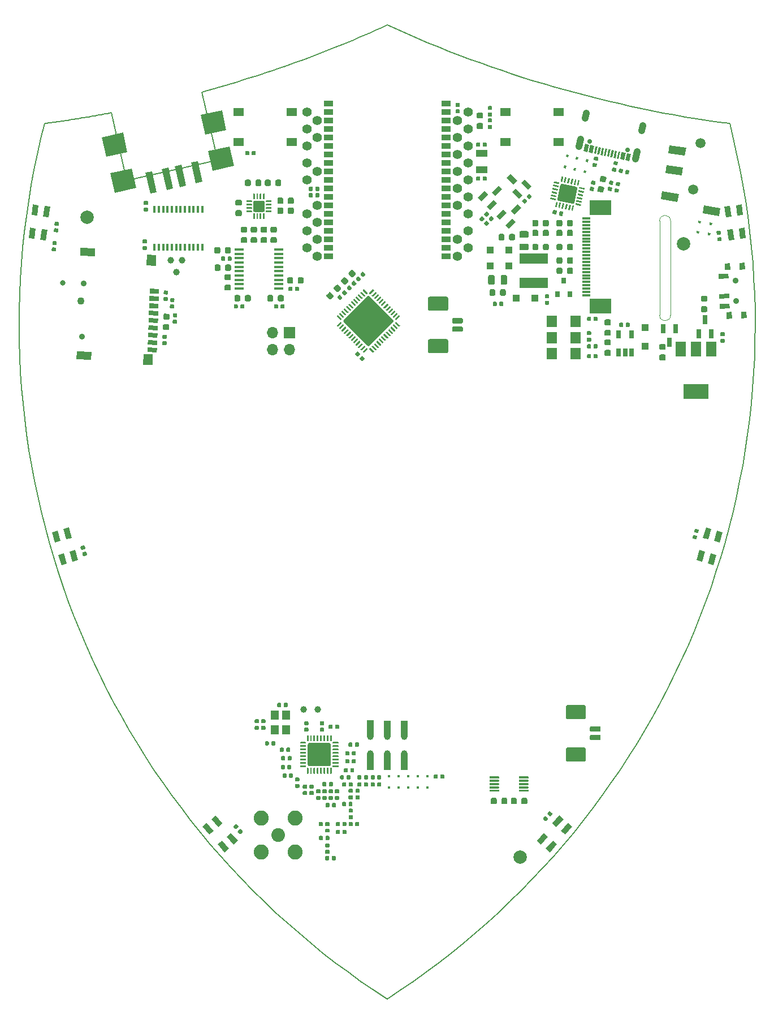
<source format=gbr>
%TF.GenerationSoftware,KiCad,Pcbnew,5.99.0-unknown-r17145-8bd2765f*%
%TF.CreationDate,2019-12-26T00:38:18+08:00*%
%TF.ProjectId,r2,72322e6b-6963-4616-945f-706362585858,rev?*%
%TF.SameCoordinates,Original*%
%TF.FileFunction,Soldermask,Bot*%
%TF.FilePolarity,Negative*%
%FSLAX46Y46*%
G04 Gerber Fmt 4.6, Leading zero omitted, Abs format (unit mm)*
G04 Created by KiCad (PCBNEW 5.99.0-unknown-r17145-8bd2765f) date 2019-12-26 00:38:18*
%MOMM*%
%LPD*%
G04 APERTURE LIST*
%ADD10C,0.200000*%
%TA.AperFunction,Profile*%
%ADD11C,0.200000*%
%TD*%
%TA.AperFunction,Profile*%
%ADD12C,0.100000*%
%TD*%
%ADD13R,1.000000X2.450000*%
%ADD14R,1.000000X2.500000*%
%ADD15C,1.000000*%
%ADD16C,0.600000*%
%ADD17C,1.500000*%
%ADD18C,0.400000*%
%ADD19O,1.700000X1.700000*%
%ADD20R,1.700000X1.700000*%
%ADD21R,1.450000X0.450000*%
%ADD22R,3.300000X2.200000*%
%ADD23R,1.200000X0.300000*%
%ADD24R,1.100000X1.100000*%
%ADD25R,1.550000X1.300000*%
%ADD26C,2.250000*%
%ADD27C,2.050000*%
%ADD28C,0.800000*%
%ADD29C,1.100000*%
%ADD30C,2.000000*%
%ADD31R,0.350000X0.400000*%
%ADD32C,0.900000*%
%ADD33R,1.450000X0.930000*%
%ADD34R,1.800000X1.000000*%
%ADD35R,0.740000X1.440000*%
%ADD36C,1.400000*%
%ADD37R,1.500000X1.800000*%
%ADD38R,4.200000X1.500000*%
%ADD39R,0.800000X0.900000*%
%ADD40R,0.740000X1.190000*%
%ADD41R,3.800000X2.200000*%
%ADD42R,1.500000X2.200000*%
%ADD43C,0.650000*%
%ADD44C,1.000000*%
%ADD45R,0.400000X1.100000*%
%ADD46R,1.200000X1.400000*%
G04 APERTURE END LIST*
D10*
X-46883119Y57219047D02*
X-45998794Y55024030D01*
X-45072774Y52850080D01*
X-44105487Y50697719D01*
X-43097358Y48567469D01*
X-42048818Y46459852D01*
X-40960292Y44375391D01*
X-39832210Y42314607D01*
X-38664999Y40278023D01*
X-37459086Y38266162D01*
X-36214900Y36279544D01*
X-34932868Y34318693D01*
X-33613417Y32384130D01*
X-32256977Y30476379D01*
X-30863974Y28595960D01*
X-29434836Y26743397D01*
X-27969992Y24919211D01*
X-26469868Y23123925D01*
X-24934893Y21358060D01*
X-23365494Y19622140D01*
X-21762100Y17916686D01*
X-20125137Y16242221D01*
X-18455034Y14599266D01*
X-16752218Y12988344D01*
X-15017118Y11409978D01*
X-13250161Y9864688D01*
X-11451775Y8352998D01*
X-9622387Y6875430D01*
X-7762426Y5432506D01*
X-5872319Y4024748D01*
X-3952493Y2652678D01*
X-2003378Y1316819D01*
X-25400Y17693D01*
D11*
X-25387675Y125540899D02*
X-39068699Y122480184D01*
D10*
X-25400Y17693D02*
X1952607Y1316796D01*
X3901753Y2652634D01*
X5821608Y4024683D01*
X7711746Y5432421D01*
X9571738Y6875326D01*
X11401156Y8352876D01*
X13199573Y9864548D01*
X14966562Y11409821D01*
X16701693Y12988171D01*
X18404540Y14599078D01*
X20074674Y16242018D01*
X21711668Y17916470D01*
X23315094Y19621911D01*
X24884525Y21357819D01*
X26419532Y23123672D01*
X27919687Y24918948D01*
X29384563Y26743124D01*
X30813733Y28595678D01*
X32206768Y30476088D01*
X33563240Y32383832D01*
X34882722Y34318388D01*
X36164785Y36279233D01*
X37409003Y38265846D01*
X38614948Y40277703D01*
X39782190Y42314283D01*
X40910304Y44375064D01*
X41998860Y46459523D01*
X43047432Y48567138D01*
X44055591Y50697387D01*
X45022910Y52849748D01*
X45948960Y55023699D01*
X46833315Y57218717D01*
X46833315Y57218717D02*
X47674233Y59430739D01*
X48470235Y61655601D01*
X49221280Y63892629D01*
X49927327Y66141149D01*
X50588335Y68400488D01*
X51204266Y70669972D01*
X51775077Y72948926D01*
X52300728Y75236677D01*
X52781180Y77532551D01*
X53216391Y79835874D01*
X53606321Y82145973D01*
X53950931Y84462173D01*
X54250178Y86783801D01*
X54504023Y89110182D01*
X54712426Y91440644D01*
X54875345Y93774512D01*
X54992741Y96111112D01*
X55064573Y98449770D01*
X55090801Y100789813D01*
X55071384Y103130566D01*
X55006282Y105471357D01*
X54895454Y107811510D01*
X54738859Y110150353D01*
X54536459Y112487211D01*
X54288211Y114821411D01*
X53994075Y117152278D01*
X53654012Y119479139D01*
X53267981Y121801320D01*
X52835940Y124118147D01*
X52357850Y126428946D01*
X51833671Y128733044D01*
X51263362Y131029767D01*
D11*
X-27807059Y135739115D02*
X-25387675Y125540899D01*
D10*
X-41327353Y132632849D02*
X-41637711Y132574316D01*
X-41948184Y132516325D01*
X-42258772Y132458877D01*
X-42569473Y132401972D01*
X-42880287Y132345610D01*
X-43191214Y132289790D01*
X-43502252Y132234514D01*
X-43813401Y132179782D01*
X-44124660Y132125593D01*
X-44436029Y132071948D01*
X-44747506Y132018847D01*
X-45059091Y131966290D01*
X-45370784Y131914278D01*
X-45682583Y131862810D01*
X-45994488Y131811888D01*
X-46306499Y131761510D01*
X-46618614Y131711678D01*
X-46930833Y131662391D01*
X-47243155Y131613650D01*
X-47555579Y131565455D01*
X-47868106Y131517806D01*
X-48180733Y131470703D01*
X-48493461Y131424147D01*
X-48806288Y131378137D01*
X-49119214Y131332675D01*
X-49432238Y131287759D01*
X-49745360Y131243391D01*
X-50058579Y131199570D01*
X-50371894Y131156297D01*
X-50685304Y131113572D01*
X-50998809Y131071395D01*
X-51312409Y131029767D01*
X-25400Y145770600D02*
X-868405Y145387969D01*
X-1713210Y145009749D01*
X-2559797Y144635945D01*
X-3408149Y144266562D01*
X-4258247Y143901604D01*
X-5110075Y143541077D01*
X-5963614Y143184986D01*
X-6818848Y142833336D01*
X-7675758Y142486132D01*
X-8534327Y142143378D01*
X-9394538Y141805081D01*
X-10256373Y141471245D01*
X-11119814Y141141875D01*
X-11984844Y140816976D01*
X-12851445Y140496553D01*
X-13719600Y140180611D01*
X-14589292Y139869156D01*
X-15460501Y139562192D01*
X-16333212Y139259724D01*
X-17207406Y138961758D01*
X-18083067Y138668299D01*
X-18960175Y138379351D01*
X-19838715Y138094919D01*
X-20718667Y137815009D01*
X-21600016Y137539626D01*
X-22482742Y137268775D01*
X-23366829Y137002460D01*
X-24252259Y136740687D01*
X-25139015Y136483461D01*
X-26027078Y136230787D01*
X-26916432Y135982670D01*
X-27807059Y135739115D01*
D11*
X-39068699Y122480184D02*
X-41327353Y132632849D01*
D10*
X-51312409Y131029767D02*
X-51882734Y128733061D01*
X-52406930Y126428980D01*
X-52885037Y124118197D01*
X-53317096Y121801386D01*
X-53703146Y119479221D01*
X-54043228Y117152375D01*
X-54337383Y114821523D01*
X-54585651Y112487337D01*
X-54788072Y110150493D01*
X-54944687Y107811664D01*
X-55055536Y105471524D01*
X-55120661Y103130746D01*
X-55140100Y100790005D01*
X-55113895Y98449974D01*
X-55042086Y96111327D01*
X-54924714Y93774739D01*
X-54761819Y91440881D01*
X-54553441Y89110430D01*
X-54299621Y86784058D01*
X-54000399Y84462439D01*
X-53655816Y82146247D01*
X-53265911Y79836157D01*
X-52830727Y77532841D01*
X-52350302Y75236974D01*
X-51824678Y72949229D01*
X-51253895Y70670280D01*
X-50637993Y68400802D01*
X-49977013Y66141468D01*
X-49270995Y63892951D01*
X-48519980Y61655926D01*
X-47724007Y59431067D01*
X-46883119Y57219047D01*
X51263362Y131029767D02*
X49602155Y131256651D01*
X47943674Y131498917D01*
X46288025Y131756534D01*
X44635311Y132029473D01*
X42985636Y132317704D01*
X41339105Y132621196D01*
X39695823Y132939920D01*
X38055893Y133273846D01*
X36419420Y133622943D01*
X34786508Y133987182D01*
X33157261Y134366533D01*
X31531785Y134760965D01*
X29910183Y135170449D01*
X28292559Y135594955D01*
X26679018Y136034453D01*
X25069664Y136488913D01*
X23464602Y136958304D01*
X21863936Y137442597D01*
X20267770Y137941762D01*
X18676208Y138455769D01*
X17089356Y138984587D01*
X15507316Y139528188D01*
X13930194Y140086540D01*
X12358094Y140659615D01*
X10791120Y141247381D01*
X9229377Y141849809D01*
X7672968Y142466869D01*
X6121999Y143098531D01*
X4576573Y143744765D01*
X3036795Y144405541D01*
X1502769Y145080829D01*
X-25400Y145770600D01*
D12*
X42402116Y116476400D02*
X42402116Y102320000D01*
X40773836Y116476400D02*
G75*
G02X42402116Y116476400I814140J0D01*
G01*
X40773835Y102320000D02*
X40773835Y116476400D01*
X42402117Y102320000D02*
G75*
G02X40773835Y102320000I-814141J0D01*
G01*
D13*
%TO.C,J7*%
X2540000Y35500000D03*
X2540000Y40500000D03*
X0Y35500000D03*
X0Y40500000D03*
X-2540000Y35500000D03*
D14*
X-2540000Y40500000D03*
D15*
X2540000Y39270000D03*
X0Y39270000D03*
X-2540000Y39270000D03*
X2540000Y36730000D03*
X0Y36730000D03*
X-2540000Y36730000D03*
%TD*%
D16*
%TO.C,J10*%
X49551182Y118117317D03*
X49457321Y117524704D03*
X47580713Y117821929D03*
X47674574Y118414542D03*
X43209425Y119627985D03*
X43303285Y120220598D03*
X41332817Y119925210D03*
X41426677Y120517823D03*
X41426677Y120517823D03*
X43835163Y123578738D03*
X43929023Y124171351D03*
X41958555Y123875964D03*
X42052415Y124468577D03*
X44304466Y126541803D03*
X44398327Y127134416D03*
X42427858Y126839029D03*
X42521719Y127431642D03*
G36*
X47425197Y118757779D02*
G01*
X49894418Y118366693D01*
X49706697Y117181467D01*
X47237476Y117572553D01*
X47425197Y118757779D01*
G37*
G36*
X41177301Y120861060D02*
G01*
X43646522Y120469974D01*
X43458801Y119284748D01*
X40989580Y119675834D01*
X41177301Y120861060D01*
G37*
G36*
X41803039Y124811813D02*
G01*
X44272260Y124420727D01*
X44084539Y123235501D01*
X41615318Y123626587D01*
X41803039Y124811813D01*
G37*
G36*
X42272342Y127774878D02*
G01*
X44741563Y127383792D01*
X44553842Y126198566D01*
X42084621Y126589652D01*
X42272342Y127774878D01*
G37*
D17*
X46873375Y128058612D03*
X45778333Y121144793D03*
%TD*%
D18*
%TO.C,J3*%
X-24833373Y131865740D03*
X-26188805Y129920153D03*
X-25009250Y132646167D03*
X-26765212Y132250444D03*
X-25789678Y132470290D03*
X-24481619Y130304884D03*
X-25359600Y130107023D03*
X-24646504Y131036535D03*
X-23370019Y124917460D03*
X-25077204Y124532729D03*
X-24678077Y127082866D03*
X-25653612Y126863019D03*
X-23534903Y125649111D03*
X-23897649Y127258743D03*
X-23721772Y126478315D03*
X-24248000Y124719598D03*
X-42070788Y127161057D03*
X-42257657Y127990262D03*
X-40138949Y126776353D03*
X-41544561Y128919774D03*
X-42422542Y128721912D03*
X-41894911Y126380630D03*
X-40715356Y129106643D03*
X-41114483Y126556507D03*
X-40189076Y123587311D03*
X-39359872Y123774180D03*
X-40902173Y122657799D03*
X-41067057Y123389449D03*
X-40715303Y121828594D03*
X-38783464Y121443890D03*
X-39758999Y121224043D03*
X-40539426Y121048167D03*
G36*
X-28676365Y122081497D02*
G01*
X-29379873Y125203207D01*
X-28404339Y125423053D01*
X-27700831Y122301343D01*
X-28676365Y122081497D01*
G37*
G36*
X-31115201Y121531881D02*
G01*
X-31818709Y124653591D01*
X-30843175Y124873437D01*
X-30139667Y121751727D01*
X-31115201Y121531881D01*
G37*
G36*
X-33066270Y121092189D02*
G01*
X-33769778Y124213899D01*
X-32794244Y124433745D01*
X-32090736Y121312035D01*
X-33066270Y121092189D01*
G37*
G36*
X-35505106Y120542573D02*
G01*
X-36208614Y123664283D01*
X-35233080Y123884129D01*
X-34529572Y120762419D01*
X-35505106Y120542573D01*
G37*
G36*
X-42097229Y126027511D02*
G01*
X-42756768Y128954115D01*
X-39586281Y129668615D01*
X-38926742Y126742011D01*
X-42097229Y126027511D01*
G37*
G36*
X-40790521Y120684056D02*
G01*
X-41450060Y123610660D01*
X-38279573Y124325160D01*
X-37620034Y121398556D01*
X-40790521Y120684056D01*
G37*
G36*
X-27269104Y129369174D02*
G01*
X-27928643Y132295778D01*
X-24758156Y133010278D01*
X-24098617Y130083674D01*
X-27269104Y129369174D01*
G37*
G36*
X-26157503Y123981749D02*
G01*
X-26817042Y126908353D01*
X-23646555Y127622853D01*
X-22987016Y124696249D01*
X-26157503Y123981749D01*
G37*
%TD*%
%TO.C,LED6*%
G36*
X53696477Y113857838D02*
G01*
X52852812Y113754249D01*
X52657821Y115342322D01*
X53501486Y115445911D01*
X53696477Y113857838D01*
G37*
G36*
X51959521Y113644567D02*
G01*
X51115856Y113540978D01*
X50920865Y115129051D01*
X51764530Y115232640D01*
X51959521Y113644567D01*
G37*
G36*
X53269935Y117331749D02*
G01*
X52426270Y117228160D01*
X52231279Y118816233D01*
X53074944Y118919822D01*
X53269935Y117331749D01*
G37*
G36*
X51532979Y117118478D02*
G01*
X50689314Y117014889D01*
X50494323Y118602962D01*
X51337988Y118706551D01*
X51532979Y117118478D01*
G37*
%TD*%
D15*
%TO.C,TP37*%
X-32461200Y110591600D03*
%TD*%
%TO.C,TP36*%
X-31623000Y108788200D03*
%TD*%
%TO.C,TP35*%
X-30759400Y110591600D03*
%TD*%
D19*
%TO.C,J6*%
X-17170400Y97155000D03*
X-14630400Y97155000D03*
X-17170400Y99695000D03*
D20*
X-14630400Y99695000D03*
%TD*%
%TO.C,C43*%
G36*
X-25148438Y112523149D02*
G01*
X-25077470Y112475730D01*
X-25030051Y112404762D01*
X-25013400Y112321050D01*
X-25013400Y111808550D01*
X-25030051Y111724838D01*
X-25077470Y111653870D01*
X-25148438Y111606451D01*
X-25232150Y111589800D01*
X-25669650Y111589800D01*
X-25753362Y111606451D01*
X-25824330Y111653870D01*
X-25871749Y111724838D01*
X-25888400Y111808550D01*
X-25888400Y112321050D01*
X-25871749Y112404762D01*
X-25824330Y112475730D01*
X-25753362Y112523149D01*
X-25669650Y112539800D01*
X-25232150Y112539800D01*
X-25148438Y112523149D01*
G37*
G36*
X-23573438Y112523149D02*
G01*
X-23502470Y112475730D01*
X-23455051Y112404762D01*
X-23438400Y112321050D01*
X-23438400Y111808550D01*
X-23455051Y111724838D01*
X-23502470Y111653870D01*
X-23573438Y111606451D01*
X-23657150Y111589800D01*
X-24094650Y111589800D01*
X-24178362Y111606451D01*
X-24249330Y111653870D01*
X-24296749Y111724838D01*
X-24313400Y111808550D01*
X-24313400Y112321050D01*
X-24296749Y112404762D01*
X-24249330Y112475730D01*
X-24178362Y112523149D01*
X-24094650Y112539800D01*
X-23657150Y112539800D01*
X-23573438Y112523149D01*
G37*
%TD*%
D21*
%TO.C,U8*%
X-16252400Y106320400D03*
X-16252400Y106970400D03*
X-16252400Y107620400D03*
X-16252400Y108270400D03*
X-16252400Y108920400D03*
X-16252400Y109570400D03*
X-16252400Y110220400D03*
X-16252400Y110870400D03*
X-16252400Y111520400D03*
X-16252400Y112170400D03*
X-22152400Y112170400D03*
X-22152400Y111520400D03*
X-22152400Y110870400D03*
X-22152400Y110220400D03*
X-22152400Y109570400D03*
X-22152400Y108920400D03*
X-22152400Y108270400D03*
X-22152400Y107620400D03*
X-22152400Y106970400D03*
X-22152400Y106320400D03*
%TD*%
%TO.C,U7*%
G36*
X-17391382Y118013642D02*
G01*
X-17371106Y118000094D01*
X-17357558Y117979818D01*
X-17352800Y117955900D01*
X-17352800Y117830900D01*
X-17357558Y117806982D01*
X-17371106Y117786706D01*
X-17391382Y117773158D01*
X-17415300Y117768400D01*
X-18115300Y117768400D01*
X-18139218Y117773158D01*
X-18159494Y117786706D01*
X-18173042Y117806982D01*
X-18177800Y117830900D01*
X-18177800Y117955900D01*
X-18173042Y117979818D01*
X-18159494Y118000094D01*
X-18139218Y118013642D01*
X-18115300Y118018400D01*
X-17415300Y118018400D01*
X-17391382Y118013642D01*
G37*
G36*
X-17391382Y118513642D02*
G01*
X-17371106Y118500094D01*
X-17357558Y118479818D01*
X-17352800Y118455900D01*
X-17352800Y118330900D01*
X-17357558Y118306982D01*
X-17371106Y118286706D01*
X-17391382Y118273158D01*
X-17415300Y118268400D01*
X-18115300Y118268400D01*
X-18139218Y118273158D01*
X-18159494Y118286706D01*
X-18173042Y118306982D01*
X-18177800Y118330900D01*
X-18177800Y118455900D01*
X-18173042Y118479818D01*
X-18159494Y118500094D01*
X-18139218Y118513642D01*
X-18115300Y118518400D01*
X-17415300Y118518400D01*
X-17391382Y118513642D01*
G37*
G36*
X-17391382Y119013642D02*
G01*
X-17371106Y119000094D01*
X-17357558Y118979818D01*
X-17352800Y118955900D01*
X-17352800Y118830900D01*
X-17357558Y118806982D01*
X-17371106Y118786706D01*
X-17391382Y118773158D01*
X-17415300Y118768400D01*
X-18115300Y118768400D01*
X-18139218Y118773158D01*
X-18159494Y118786706D01*
X-18173042Y118806982D01*
X-18177800Y118830900D01*
X-18177800Y118955900D01*
X-18173042Y118979818D01*
X-18159494Y119000094D01*
X-18139218Y119013642D01*
X-18115300Y119018400D01*
X-17415300Y119018400D01*
X-17391382Y119013642D01*
G37*
G36*
X-17391382Y119513642D02*
G01*
X-17371106Y119500094D01*
X-17357558Y119479818D01*
X-17352800Y119455900D01*
X-17352800Y119330900D01*
X-17357558Y119306982D01*
X-17371106Y119286706D01*
X-17391382Y119273158D01*
X-17415300Y119268400D01*
X-18115300Y119268400D01*
X-18139218Y119273158D01*
X-18159494Y119286706D01*
X-18173042Y119306982D01*
X-18177800Y119330900D01*
X-18177800Y119455900D01*
X-18173042Y119479818D01*
X-18159494Y119500094D01*
X-18139218Y119513642D01*
X-18115300Y119518400D01*
X-17415300Y119518400D01*
X-17391382Y119513642D01*
G37*
G36*
X-18391382Y120513642D02*
G01*
X-18371106Y120500094D01*
X-18357558Y120479818D01*
X-18352800Y120455900D01*
X-18352800Y119755900D01*
X-18357558Y119731982D01*
X-18371106Y119711706D01*
X-18391382Y119698158D01*
X-18415300Y119693400D01*
X-18540300Y119693400D01*
X-18564218Y119698158D01*
X-18584494Y119711706D01*
X-18598042Y119731982D01*
X-18602800Y119755900D01*
X-18602800Y120455900D01*
X-18598042Y120479818D01*
X-18584494Y120500094D01*
X-18564218Y120513642D01*
X-18540300Y120518400D01*
X-18415300Y120518400D01*
X-18391382Y120513642D01*
G37*
G36*
X-18891382Y120513642D02*
G01*
X-18871106Y120500094D01*
X-18857558Y120479818D01*
X-18852800Y120455900D01*
X-18852800Y119755900D01*
X-18857558Y119731982D01*
X-18871106Y119711706D01*
X-18891382Y119698158D01*
X-18915300Y119693400D01*
X-19040300Y119693400D01*
X-19064218Y119698158D01*
X-19084494Y119711706D01*
X-19098042Y119731982D01*
X-19102800Y119755900D01*
X-19102800Y120455900D01*
X-19098042Y120479818D01*
X-19084494Y120500094D01*
X-19064218Y120513642D01*
X-19040300Y120518400D01*
X-18915300Y120518400D01*
X-18891382Y120513642D01*
G37*
G36*
X-19391382Y120513642D02*
G01*
X-19371106Y120500094D01*
X-19357558Y120479818D01*
X-19352800Y120455900D01*
X-19352800Y119755900D01*
X-19357558Y119731982D01*
X-19371106Y119711706D01*
X-19391382Y119698158D01*
X-19415300Y119693400D01*
X-19540300Y119693400D01*
X-19564218Y119698158D01*
X-19584494Y119711706D01*
X-19598042Y119731982D01*
X-19602800Y119755900D01*
X-19602800Y120455900D01*
X-19598042Y120479818D01*
X-19584494Y120500094D01*
X-19564218Y120513642D01*
X-19540300Y120518400D01*
X-19415300Y120518400D01*
X-19391382Y120513642D01*
G37*
G36*
X-19891382Y120513642D02*
G01*
X-19871106Y120500094D01*
X-19857558Y120479818D01*
X-19852800Y120455900D01*
X-19852800Y119755900D01*
X-19857558Y119731982D01*
X-19871106Y119711706D01*
X-19891382Y119698158D01*
X-19915300Y119693400D01*
X-20040300Y119693400D01*
X-20064218Y119698158D01*
X-20084494Y119711706D01*
X-20098042Y119731982D01*
X-20102800Y119755900D01*
X-20102800Y120455900D01*
X-20098042Y120479818D01*
X-20084494Y120500094D01*
X-20064218Y120513642D01*
X-20040300Y120518400D01*
X-19915300Y120518400D01*
X-19891382Y120513642D01*
G37*
G36*
X-20316382Y119513642D02*
G01*
X-20296106Y119500094D01*
X-20282558Y119479818D01*
X-20277800Y119455900D01*
X-20277800Y119330900D01*
X-20282558Y119306982D01*
X-20296106Y119286706D01*
X-20316382Y119273158D01*
X-20340300Y119268400D01*
X-21040300Y119268400D01*
X-21064218Y119273158D01*
X-21084494Y119286706D01*
X-21098042Y119306982D01*
X-21102800Y119330900D01*
X-21102800Y119455900D01*
X-21098042Y119479818D01*
X-21084494Y119500094D01*
X-21064218Y119513642D01*
X-21040300Y119518400D01*
X-20340300Y119518400D01*
X-20316382Y119513642D01*
G37*
G36*
X-20316382Y119013642D02*
G01*
X-20296106Y119000094D01*
X-20282558Y118979818D01*
X-20277800Y118955900D01*
X-20277800Y118830900D01*
X-20282558Y118806982D01*
X-20296106Y118786706D01*
X-20316382Y118773158D01*
X-20340300Y118768400D01*
X-21040300Y118768400D01*
X-21064218Y118773158D01*
X-21084494Y118786706D01*
X-21098042Y118806982D01*
X-21102800Y118830900D01*
X-21102800Y118955900D01*
X-21098042Y118979818D01*
X-21084494Y119000094D01*
X-21064218Y119013642D01*
X-21040300Y119018400D01*
X-20340300Y119018400D01*
X-20316382Y119013642D01*
G37*
G36*
X-20316382Y118513642D02*
G01*
X-20296106Y118500094D01*
X-20282558Y118479818D01*
X-20277800Y118455900D01*
X-20277800Y118330900D01*
X-20282558Y118306982D01*
X-20296106Y118286706D01*
X-20316382Y118273158D01*
X-20340300Y118268400D01*
X-21040300Y118268400D01*
X-21064218Y118273158D01*
X-21084494Y118286706D01*
X-21098042Y118306982D01*
X-21102800Y118330900D01*
X-21102800Y118455900D01*
X-21098042Y118479818D01*
X-21084494Y118500094D01*
X-21064218Y118513642D01*
X-21040300Y118518400D01*
X-20340300Y118518400D01*
X-20316382Y118513642D01*
G37*
G36*
X-20316382Y118013642D02*
G01*
X-20296106Y118000094D01*
X-20282558Y117979818D01*
X-20277800Y117955900D01*
X-20277800Y117830900D01*
X-20282558Y117806982D01*
X-20296106Y117786706D01*
X-20316382Y117773158D01*
X-20340300Y117768400D01*
X-21040300Y117768400D01*
X-21064218Y117773158D01*
X-21084494Y117786706D01*
X-21098042Y117806982D01*
X-21102800Y117830900D01*
X-21102800Y117955900D01*
X-21098042Y117979818D01*
X-21084494Y118000094D01*
X-21064218Y118013642D01*
X-21040300Y118018400D01*
X-20340300Y118018400D01*
X-20316382Y118013642D01*
G37*
G36*
X-19891382Y117588642D02*
G01*
X-19871106Y117575094D01*
X-19857558Y117554818D01*
X-19852800Y117530900D01*
X-19852800Y116830900D01*
X-19857558Y116806982D01*
X-19871106Y116786706D01*
X-19891382Y116773158D01*
X-19915300Y116768400D01*
X-20040300Y116768400D01*
X-20064218Y116773158D01*
X-20084494Y116786706D01*
X-20098042Y116806982D01*
X-20102800Y116830900D01*
X-20102800Y117530900D01*
X-20098042Y117554818D01*
X-20084494Y117575094D01*
X-20064218Y117588642D01*
X-20040300Y117593400D01*
X-19915300Y117593400D01*
X-19891382Y117588642D01*
G37*
G36*
X-19391382Y117588642D02*
G01*
X-19371106Y117575094D01*
X-19357558Y117554818D01*
X-19352800Y117530900D01*
X-19352800Y116830900D01*
X-19357558Y116806982D01*
X-19371106Y116786706D01*
X-19391382Y116773158D01*
X-19415300Y116768400D01*
X-19540300Y116768400D01*
X-19564218Y116773158D01*
X-19584494Y116786706D01*
X-19598042Y116806982D01*
X-19602800Y116830900D01*
X-19602800Y117530900D01*
X-19598042Y117554818D01*
X-19584494Y117575094D01*
X-19564218Y117588642D01*
X-19540300Y117593400D01*
X-19415300Y117593400D01*
X-19391382Y117588642D01*
G37*
G36*
X-18891382Y117588642D02*
G01*
X-18871106Y117575094D01*
X-18857558Y117554818D01*
X-18852800Y117530900D01*
X-18852800Y116830900D01*
X-18857558Y116806982D01*
X-18871106Y116786706D01*
X-18891382Y116773158D01*
X-18915300Y116768400D01*
X-19040300Y116768400D01*
X-19064218Y116773158D01*
X-19084494Y116786706D01*
X-19098042Y116806982D01*
X-19102800Y116830900D01*
X-19102800Y117530900D01*
X-19098042Y117554818D01*
X-19084494Y117575094D01*
X-19064218Y117588642D01*
X-19040300Y117593400D01*
X-18915300Y117593400D01*
X-18891382Y117588642D01*
G37*
G36*
X-18391382Y117588642D02*
G01*
X-18371106Y117575094D01*
X-18357558Y117554818D01*
X-18352800Y117530900D01*
X-18352800Y116830900D01*
X-18357558Y116806982D01*
X-18371106Y116786706D01*
X-18391382Y116773158D01*
X-18415300Y116768400D01*
X-18540300Y116768400D01*
X-18564218Y116773158D01*
X-18584494Y116786706D01*
X-18598042Y116806982D01*
X-18602800Y116830900D01*
X-18602800Y117530900D01*
X-18598042Y117554818D01*
X-18584494Y117575094D01*
X-18564218Y117588642D01*
X-18540300Y117593400D01*
X-18415300Y117593400D01*
X-18391382Y117588642D01*
G37*
G36*
X-18532129Y119474370D02*
G01*
X-18451023Y119420177D01*
X-18396830Y119339071D01*
X-18377800Y119243400D01*
X-18377800Y118043400D01*
X-18396830Y117947729D01*
X-18451023Y117866623D01*
X-18532129Y117812430D01*
X-18627800Y117793400D01*
X-19827800Y117793400D01*
X-19923471Y117812430D01*
X-20004577Y117866623D01*
X-20058770Y117947729D01*
X-20077800Y118043400D01*
X-20077800Y119243400D01*
X-20058770Y119339071D01*
X-20004577Y119420177D01*
X-19923471Y119474370D01*
X-19827800Y119493400D01*
X-18627800Y119493400D01*
X-18532129Y119474370D01*
G37*
%TD*%
%TO.C,R20*%
G36*
X33877266Y124464239D02*
G01*
X34214088Y124389568D01*
X34266765Y124366389D01*
X34306563Y124324816D01*
X34327422Y124271177D01*
X34326167Y124213639D01*
X34262317Y123925632D01*
X34239138Y123872954D01*
X34197565Y123833157D01*
X34143926Y123812298D01*
X34086388Y123813553D01*
X33749566Y123888224D01*
X33696889Y123911403D01*
X33657091Y123952976D01*
X33636232Y124006615D01*
X33637487Y124064153D01*
X33701337Y124352160D01*
X33724516Y124404838D01*
X33766089Y124444635D01*
X33819728Y124465494D01*
X33877266Y124464239D01*
G37*
G36*
X34087212Y125411247D02*
G01*
X34424034Y125336576D01*
X34476711Y125313397D01*
X34516509Y125271824D01*
X34537368Y125218185D01*
X34536113Y125160647D01*
X34472263Y124872640D01*
X34449084Y124819962D01*
X34407511Y124780165D01*
X34353872Y124759306D01*
X34296334Y124760561D01*
X33959512Y124835232D01*
X33906835Y124858411D01*
X33867037Y124899984D01*
X33846178Y124953623D01*
X33847433Y125011161D01*
X33911283Y125299168D01*
X33934462Y125351846D01*
X33976035Y125391643D01*
X34029674Y125412502D01*
X34087212Y125411247D01*
G37*
%TD*%
%TO.C,R18*%
G36*
X30940466Y125151839D02*
G01*
X31277288Y125077168D01*
X31329965Y125053989D01*
X31369763Y125012416D01*
X31390622Y124958777D01*
X31389367Y124901239D01*
X31325517Y124613232D01*
X31302338Y124560554D01*
X31260765Y124520757D01*
X31207126Y124499898D01*
X31149588Y124501153D01*
X30812766Y124575824D01*
X30760089Y124599003D01*
X30720291Y124640576D01*
X30699432Y124694215D01*
X30700687Y124751753D01*
X30764537Y125039760D01*
X30787716Y125092438D01*
X30829289Y125132235D01*
X30882928Y125153094D01*
X30940466Y125151839D01*
G37*
G36*
X31150412Y126098847D02*
G01*
X31487234Y126024176D01*
X31539911Y126000997D01*
X31579709Y125959424D01*
X31600568Y125905785D01*
X31599313Y125848247D01*
X31535463Y125560240D01*
X31512284Y125507562D01*
X31470711Y125467765D01*
X31417072Y125446906D01*
X31359534Y125448161D01*
X31022712Y125522832D01*
X30970035Y125546011D01*
X30930237Y125587584D01*
X30909378Y125641223D01*
X30910633Y125698761D01*
X30974483Y125986768D01*
X30997662Y126039446D01*
X31039235Y126079243D01*
X31092874Y126100102D01*
X31150412Y126098847D01*
G37*
%TD*%
%TO.C,C87*%
G36*
X-21935838Y119623149D02*
G01*
X-21864870Y119575730D01*
X-21817451Y119504762D01*
X-21800800Y119421050D01*
X-21800800Y118983550D01*
X-21817451Y118899838D01*
X-21864870Y118828870D01*
X-21935838Y118781451D01*
X-22019550Y118764800D01*
X-22532050Y118764800D01*
X-22615762Y118781451D01*
X-22686730Y118828870D01*
X-22734149Y118899838D01*
X-22750800Y118983550D01*
X-22750800Y119421050D01*
X-22734149Y119504762D01*
X-22686730Y119575730D01*
X-22615762Y119623149D01*
X-22532050Y119639800D01*
X-22019550Y119639800D01*
X-21935838Y119623149D01*
G37*
G36*
X-21935838Y118048149D02*
G01*
X-21864870Y118000730D01*
X-21817451Y117929762D01*
X-21800800Y117846050D01*
X-21800800Y117408550D01*
X-21817451Y117324838D01*
X-21864870Y117253870D01*
X-21935838Y117206451D01*
X-22019550Y117189800D01*
X-22532050Y117189800D01*
X-22615762Y117206451D01*
X-22686730Y117253870D01*
X-22734149Y117324838D01*
X-22750800Y117408550D01*
X-22750800Y117846050D01*
X-22734149Y117929762D01*
X-22686730Y118000730D01*
X-22615762Y118048149D01*
X-22532050Y118064800D01*
X-22019550Y118064800D01*
X-21935838Y118048149D01*
G37*
%TD*%
%TO.C,C86*%
G36*
X-17604638Y122632349D02*
G01*
X-17533670Y122584930D01*
X-17486251Y122513962D01*
X-17469600Y122430250D01*
X-17469600Y121917750D01*
X-17486251Y121834038D01*
X-17533670Y121763070D01*
X-17604638Y121715651D01*
X-17688350Y121699000D01*
X-18125850Y121699000D01*
X-18209562Y121715651D01*
X-18280530Y121763070D01*
X-18327949Y121834038D01*
X-18344600Y121917750D01*
X-18344600Y122430250D01*
X-18327949Y122513962D01*
X-18280530Y122584930D01*
X-18209562Y122632349D01*
X-18125850Y122649000D01*
X-17688350Y122649000D01*
X-17604638Y122632349D01*
G37*
G36*
X-16029638Y122632349D02*
G01*
X-15958670Y122584930D01*
X-15911251Y122513962D01*
X-15894600Y122430250D01*
X-15894600Y121917750D01*
X-15911251Y121834038D01*
X-15958670Y121763070D01*
X-16029638Y121715651D01*
X-16113350Y121699000D01*
X-16550850Y121699000D01*
X-16634562Y121715651D01*
X-16705530Y121763070D01*
X-16752949Y121834038D01*
X-16769600Y121917750D01*
X-16769600Y122430250D01*
X-16752949Y122513962D01*
X-16705530Y122584930D01*
X-16634562Y122632349D01*
X-16550850Y122649000D01*
X-16113350Y122649000D01*
X-16029638Y122632349D01*
G37*
%TD*%
%TO.C,C85*%
G36*
X-20576438Y122632349D02*
G01*
X-20505470Y122584930D01*
X-20458051Y122513962D01*
X-20441400Y122430250D01*
X-20441400Y121917750D01*
X-20458051Y121834038D01*
X-20505470Y121763070D01*
X-20576438Y121715651D01*
X-20660150Y121699000D01*
X-21097650Y121699000D01*
X-21181362Y121715651D01*
X-21252330Y121763070D01*
X-21299749Y121834038D01*
X-21316400Y121917750D01*
X-21316400Y122430250D01*
X-21299749Y122513962D01*
X-21252330Y122584930D01*
X-21181362Y122632349D01*
X-21097650Y122649000D01*
X-20660150Y122649000D01*
X-20576438Y122632349D01*
G37*
G36*
X-19001438Y122632349D02*
G01*
X-18930470Y122584930D01*
X-18883051Y122513962D01*
X-18866400Y122430250D01*
X-18866400Y121917750D01*
X-18883051Y121834038D01*
X-18930470Y121763070D01*
X-19001438Y121715651D01*
X-19085150Y121699000D01*
X-19522650Y121699000D01*
X-19606362Y121715651D01*
X-19677330Y121763070D01*
X-19724749Y121834038D01*
X-19741400Y121917750D01*
X-19741400Y122430250D01*
X-19724749Y122513962D01*
X-19677330Y122584930D01*
X-19606362Y122632349D01*
X-19522650Y122649000D01*
X-19085150Y122649000D01*
X-19001438Y122632349D01*
G37*
%TD*%
%TO.C,C84*%
G36*
X-14150038Y118466749D02*
G01*
X-14079070Y118419330D01*
X-14031651Y118348362D01*
X-14015000Y118264650D01*
X-14015000Y117752150D01*
X-14031651Y117668438D01*
X-14079070Y117597470D01*
X-14150038Y117550051D01*
X-14233750Y117533400D01*
X-14671250Y117533400D01*
X-14754962Y117550051D01*
X-14825930Y117597470D01*
X-14873349Y117668438D01*
X-14890000Y117752150D01*
X-14890000Y118264650D01*
X-14873349Y118348362D01*
X-14825930Y118419330D01*
X-14754962Y118466749D01*
X-14671250Y118483400D01*
X-14233750Y118483400D01*
X-14150038Y118466749D01*
G37*
G36*
X-15725038Y118466749D02*
G01*
X-15654070Y118419330D01*
X-15606651Y118348362D01*
X-15590000Y118264650D01*
X-15590000Y117752150D01*
X-15606651Y117668438D01*
X-15654070Y117597470D01*
X-15725038Y117550051D01*
X-15808750Y117533400D01*
X-16246250Y117533400D01*
X-16329962Y117550051D01*
X-16400930Y117597470D01*
X-16448349Y117668438D01*
X-16465000Y117752150D01*
X-16465000Y118264650D01*
X-16448349Y118348362D01*
X-16400930Y118419330D01*
X-16329962Y118466749D01*
X-16246250Y118483400D01*
X-15808750Y118483400D01*
X-15725038Y118466749D01*
G37*
%TD*%
%TO.C,C83*%
G36*
X-14150038Y119939949D02*
G01*
X-14079070Y119892530D01*
X-14031651Y119821562D01*
X-14015000Y119737850D01*
X-14015000Y119225350D01*
X-14031651Y119141638D01*
X-14079070Y119070670D01*
X-14150038Y119023251D01*
X-14233750Y119006600D01*
X-14671250Y119006600D01*
X-14754962Y119023251D01*
X-14825930Y119070670D01*
X-14873349Y119141638D01*
X-14890000Y119225350D01*
X-14890000Y119737850D01*
X-14873349Y119821562D01*
X-14825930Y119892530D01*
X-14754962Y119939949D01*
X-14671250Y119956600D01*
X-14233750Y119956600D01*
X-14150038Y119939949D01*
G37*
G36*
X-15725038Y119939949D02*
G01*
X-15654070Y119892530D01*
X-15606651Y119821562D01*
X-15590000Y119737850D01*
X-15590000Y119225350D01*
X-15606651Y119141638D01*
X-15654070Y119070670D01*
X-15725038Y119023251D01*
X-15808750Y119006600D01*
X-16246250Y119006600D01*
X-16329962Y119023251D01*
X-16400930Y119070670D01*
X-16448349Y119141638D01*
X-16465000Y119225350D01*
X-16465000Y119737850D01*
X-16448349Y119821562D01*
X-16400930Y119892530D01*
X-16329962Y119939949D01*
X-16246250Y119956600D01*
X-15808750Y119956600D01*
X-15725038Y119939949D01*
G37*
%TD*%
%TO.C,C82*%
G36*
X-21123038Y114009549D02*
G01*
X-21052070Y113962130D01*
X-21004651Y113891162D01*
X-20988000Y113807450D01*
X-20988000Y113369950D01*
X-21004651Y113286238D01*
X-21052070Y113215270D01*
X-21123038Y113167851D01*
X-21206750Y113151200D01*
X-21719250Y113151200D01*
X-21802962Y113167851D01*
X-21873930Y113215270D01*
X-21921349Y113286238D01*
X-21938000Y113369950D01*
X-21938000Y113807450D01*
X-21921349Y113891162D01*
X-21873930Y113962130D01*
X-21802962Y114009549D01*
X-21719250Y114026200D01*
X-21206750Y114026200D01*
X-21123038Y114009549D01*
G37*
G36*
X-21123038Y115584549D02*
G01*
X-21052070Y115537130D01*
X-21004651Y115466162D01*
X-20988000Y115382450D01*
X-20988000Y114944950D01*
X-21004651Y114861238D01*
X-21052070Y114790270D01*
X-21123038Y114742851D01*
X-21206750Y114726200D01*
X-21719250Y114726200D01*
X-21802962Y114742851D01*
X-21873930Y114790270D01*
X-21921349Y114861238D01*
X-21938000Y114944950D01*
X-21938000Y115382450D01*
X-21921349Y115466162D01*
X-21873930Y115537130D01*
X-21802962Y115584549D01*
X-21719250Y115601200D01*
X-21206750Y115601200D01*
X-21123038Y115584549D01*
G37*
%TD*%
%TO.C,C81*%
G36*
X-19649838Y114009549D02*
G01*
X-19578870Y113962130D01*
X-19531451Y113891162D01*
X-19514800Y113807450D01*
X-19514800Y113369950D01*
X-19531451Y113286238D01*
X-19578870Y113215270D01*
X-19649838Y113167851D01*
X-19733550Y113151200D01*
X-20246050Y113151200D01*
X-20329762Y113167851D01*
X-20400730Y113215270D01*
X-20448149Y113286238D01*
X-20464800Y113369950D01*
X-20464800Y113807450D01*
X-20448149Y113891162D01*
X-20400730Y113962130D01*
X-20329762Y114009549D01*
X-20246050Y114026200D01*
X-19733550Y114026200D01*
X-19649838Y114009549D01*
G37*
G36*
X-19649838Y115584549D02*
G01*
X-19578870Y115537130D01*
X-19531451Y115466162D01*
X-19514800Y115382450D01*
X-19514800Y114944950D01*
X-19531451Y114861238D01*
X-19578870Y114790270D01*
X-19649838Y114742851D01*
X-19733550Y114726200D01*
X-20246050Y114726200D01*
X-20329762Y114742851D01*
X-20400730Y114790270D01*
X-20448149Y114861238D01*
X-20464800Y114944950D01*
X-20464800Y115382450D01*
X-20448149Y115466162D01*
X-20400730Y115537130D01*
X-20329762Y115584549D01*
X-20246050Y115601200D01*
X-19733550Y115601200D01*
X-19649838Y115584549D01*
G37*
%TD*%
%TO.C,C80*%
G36*
X-16678038Y114009549D02*
G01*
X-16607070Y113962130D01*
X-16559651Y113891162D01*
X-16543000Y113807450D01*
X-16543000Y113369950D01*
X-16559651Y113286238D01*
X-16607070Y113215270D01*
X-16678038Y113167851D01*
X-16761750Y113151200D01*
X-17274250Y113151200D01*
X-17357962Y113167851D01*
X-17428930Y113215270D01*
X-17476349Y113286238D01*
X-17493000Y113369950D01*
X-17493000Y113807450D01*
X-17476349Y113891162D01*
X-17428930Y113962130D01*
X-17357962Y114009549D01*
X-17274250Y114026200D01*
X-16761750Y114026200D01*
X-16678038Y114009549D01*
G37*
G36*
X-16678038Y115584549D02*
G01*
X-16607070Y115537130D01*
X-16559651Y115466162D01*
X-16543000Y115382450D01*
X-16543000Y114944950D01*
X-16559651Y114861238D01*
X-16607070Y114790270D01*
X-16678038Y114742851D01*
X-16761750Y114726200D01*
X-17274250Y114726200D01*
X-17357962Y114742851D01*
X-17428930Y114790270D01*
X-17476349Y114861238D01*
X-17493000Y114944950D01*
X-17493000Y115382450D01*
X-17476349Y115466162D01*
X-17428930Y115537130D01*
X-17357962Y115584549D01*
X-17274250Y115601200D01*
X-16761750Y115601200D01*
X-16678038Y115584549D01*
G37*
%TD*%
%TO.C,C79*%
G36*
X-18151238Y114009549D02*
G01*
X-18080270Y113962130D01*
X-18032851Y113891162D01*
X-18016200Y113807450D01*
X-18016200Y113369950D01*
X-18032851Y113286238D01*
X-18080270Y113215270D01*
X-18151238Y113167851D01*
X-18234950Y113151200D01*
X-18747450Y113151200D01*
X-18831162Y113167851D01*
X-18902130Y113215270D01*
X-18949549Y113286238D01*
X-18966200Y113369950D01*
X-18966200Y113807450D01*
X-18949549Y113891162D01*
X-18902130Y113962130D01*
X-18831162Y114009549D01*
X-18747450Y114026200D01*
X-18234950Y114026200D01*
X-18151238Y114009549D01*
G37*
G36*
X-18151238Y115584549D02*
G01*
X-18080270Y115537130D01*
X-18032851Y115466162D01*
X-18016200Y115382450D01*
X-18016200Y114944950D01*
X-18032851Y114861238D01*
X-18080270Y114790270D01*
X-18151238Y114742851D01*
X-18234950Y114726200D01*
X-18747450Y114726200D01*
X-18831162Y114742851D01*
X-18902130Y114790270D01*
X-18949549Y114861238D01*
X-18966200Y114944950D01*
X-18966200Y115382450D01*
X-18949549Y115466162D01*
X-18902130Y115537130D01*
X-18831162Y115584549D01*
X-18747450Y115601200D01*
X-18234950Y115601200D01*
X-18151238Y115584549D01*
G37*
%TD*%
%TO.C,C78*%
G36*
X-17223638Y105360349D02*
G01*
X-17152670Y105312930D01*
X-17105251Y105241962D01*
X-17088600Y105158250D01*
X-17088600Y104645750D01*
X-17105251Y104562038D01*
X-17152670Y104491070D01*
X-17223638Y104443651D01*
X-17307350Y104427000D01*
X-17744850Y104427000D01*
X-17828562Y104443651D01*
X-17899530Y104491070D01*
X-17946949Y104562038D01*
X-17963600Y104645750D01*
X-17963600Y105158250D01*
X-17946949Y105241962D01*
X-17899530Y105312930D01*
X-17828562Y105360349D01*
X-17744850Y105377000D01*
X-17307350Y105377000D01*
X-17223638Y105360349D01*
G37*
G36*
X-15648638Y105360349D02*
G01*
X-15577670Y105312930D01*
X-15530251Y105241962D01*
X-15513600Y105158250D01*
X-15513600Y104645750D01*
X-15530251Y104562038D01*
X-15577670Y104491070D01*
X-15648638Y104443651D01*
X-15732350Y104427000D01*
X-16169850Y104427000D01*
X-16253562Y104443651D01*
X-16324530Y104491070D01*
X-16371949Y104562038D01*
X-16388600Y104645750D01*
X-16388600Y105158250D01*
X-16371949Y105241962D01*
X-16324530Y105312930D01*
X-16253562Y105360349D01*
X-16169850Y105377000D01*
X-15732350Y105377000D01*
X-15648638Y105360349D01*
G37*
%TD*%
%TO.C,C77*%
G36*
X-16460854Y103966172D02*
G01*
X-16413002Y103934198D01*
X-16381028Y103886346D01*
X-16369800Y103829900D01*
X-16369800Y103484900D01*
X-16381028Y103428454D01*
X-16413002Y103380602D01*
X-16460854Y103348628D01*
X-16517300Y103337400D01*
X-16812300Y103337400D01*
X-16868746Y103348628D01*
X-16916598Y103380602D01*
X-16948572Y103428454D01*
X-16959800Y103484900D01*
X-16959800Y103829900D01*
X-16948572Y103886346D01*
X-16916598Y103934198D01*
X-16868746Y103966172D01*
X-16812300Y103977400D01*
X-16517300Y103977400D01*
X-16460854Y103966172D01*
G37*
G36*
X-15490854Y103966172D02*
G01*
X-15443002Y103934198D01*
X-15411028Y103886346D01*
X-15399800Y103829900D01*
X-15399800Y103484900D01*
X-15411028Y103428454D01*
X-15443002Y103380602D01*
X-15490854Y103348628D01*
X-15547300Y103337400D01*
X-15842300Y103337400D01*
X-15898746Y103348628D01*
X-15946598Y103380602D01*
X-15978572Y103428454D01*
X-15989800Y103484900D01*
X-15989800Y103829900D01*
X-15978572Y103886346D01*
X-15946598Y103934198D01*
X-15898746Y103966172D01*
X-15842300Y103977400D01*
X-15547300Y103977400D01*
X-15490854Y103966172D01*
G37*
%TD*%
%TO.C,C76*%
G36*
X-20576238Y105360349D02*
G01*
X-20505270Y105312930D01*
X-20457851Y105241962D01*
X-20441200Y105158250D01*
X-20441200Y104645750D01*
X-20457851Y104562038D01*
X-20505270Y104491070D01*
X-20576238Y104443651D01*
X-20659950Y104427000D01*
X-21097450Y104427000D01*
X-21181162Y104443651D01*
X-21252130Y104491070D01*
X-21299549Y104562038D01*
X-21316200Y104645750D01*
X-21316200Y105158250D01*
X-21299549Y105241962D01*
X-21252130Y105312930D01*
X-21181162Y105360349D01*
X-21097450Y105377000D01*
X-20659950Y105377000D01*
X-20576238Y105360349D01*
G37*
G36*
X-22151238Y105360349D02*
G01*
X-22080270Y105312930D01*
X-22032851Y105241962D01*
X-22016200Y105158250D01*
X-22016200Y104645750D01*
X-22032851Y104562038D01*
X-22080270Y104491070D01*
X-22151238Y104443651D01*
X-22234950Y104427000D01*
X-22672450Y104427000D01*
X-22756162Y104443651D01*
X-22827130Y104491070D01*
X-22874549Y104562038D01*
X-22891200Y104645750D01*
X-22891200Y105158250D01*
X-22874549Y105241962D01*
X-22827130Y105312930D01*
X-22756162Y105360349D01*
X-22672450Y105377000D01*
X-22234950Y105377000D01*
X-22151238Y105360349D01*
G37*
%TD*%
%TO.C,U3*%
G36*
X25024744Y122365977D02*
G01*
X25708151Y122214470D01*
X25730472Y122204648D01*
X25747336Y122187032D01*
X25756174Y122164304D01*
X25755642Y122139924D01*
X25728587Y122017887D01*
X25718766Y121995565D01*
X25701150Y121978702D01*
X25678422Y121969864D01*
X25654042Y121970395D01*
X24970635Y122121902D01*
X24948314Y122131724D01*
X24931450Y122149340D01*
X24922612Y122172068D01*
X24923144Y122196448D01*
X24950199Y122318485D01*
X24960020Y122340807D01*
X24977636Y122357670D01*
X25000364Y122366508D01*
X25024744Y122365977D01*
G37*
G36*
X24916524Y121877829D02*
G01*
X25599931Y121726322D01*
X25622252Y121716500D01*
X25639116Y121698884D01*
X25647954Y121676156D01*
X25647422Y121651776D01*
X25620367Y121529739D01*
X25610546Y121507417D01*
X25592930Y121490554D01*
X25570202Y121481716D01*
X25545822Y121482247D01*
X24862415Y121633754D01*
X24840094Y121643576D01*
X24823230Y121661192D01*
X24814392Y121683920D01*
X24814924Y121708300D01*
X24841979Y121830337D01*
X24851800Y121852659D01*
X24869416Y121869522D01*
X24892144Y121878360D01*
X24916524Y121877829D01*
G37*
G36*
X24808304Y121389681D02*
G01*
X25491711Y121238174D01*
X25514032Y121228352D01*
X25530896Y121210736D01*
X25539734Y121188008D01*
X25539202Y121163628D01*
X25512147Y121041591D01*
X25502326Y121019269D01*
X25484710Y121002406D01*
X25461982Y120993568D01*
X25437602Y120994099D01*
X24754195Y121145606D01*
X24731874Y121155428D01*
X24715010Y121173044D01*
X24706172Y121195772D01*
X24706704Y121220152D01*
X24733759Y121342189D01*
X24743580Y121364511D01*
X24761196Y121381374D01*
X24783924Y121390212D01*
X24808304Y121389681D01*
G37*
G36*
X24700085Y120901533D02*
G01*
X25383492Y120750026D01*
X25405813Y120740204D01*
X25422677Y120722588D01*
X25431515Y120699860D01*
X25430983Y120675480D01*
X25403928Y120553443D01*
X25394107Y120531121D01*
X25376491Y120514258D01*
X25353763Y120505420D01*
X25329383Y120505951D01*
X24645976Y120657458D01*
X24623655Y120667280D01*
X24606791Y120684896D01*
X24597953Y120707624D01*
X24598485Y120732004D01*
X24625540Y120854041D01*
X24635361Y120876363D01*
X24652977Y120893226D01*
X24675705Y120902064D01*
X24700085Y120901533D01*
G37*
G36*
X24591865Y120413385D02*
G01*
X25275272Y120261878D01*
X25297593Y120252056D01*
X25314457Y120234440D01*
X25323295Y120211712D01*
X25322763Y120187332D01*
X25295708Y120065295D01*
X25285887Y120042973D01*
X25268271Y120026110D01*
X25245543Y120017272D01*
X25221163Y120017803D01*
X24537756Y120169310D01*
X24515435Y120179132D01*
X24498571Y120196748D01*
X24489733Y120219476D01*
X24490265Y120243856D01*
X24517320Y120365893D01*
X24527141Y120388215D01*
X24544757Y120405078D01*
X24567485Y120413916D01*
X24591865Y120413385D01*
G37*
G36*
X24483645Y119925237D02*
G01*
X25167052Y119773730D01*
X25189373Y119763908D01*
X25206237Y119746292D01*
X25215075Y119723564D01*
X25214543Y119699184D01*
X25187488Y119577147D01*
X25177667Y119554825D01*
X25160051Y119537962D01*
X25137323Y119529124D01*
X25112943Y119529655D01*
X24429536Y119681162D01*
X24407215Y119690984D01*
X24390351Y119708600D01*
X24381513Y119731328D01*
X24382045Y119755708D01*
X24409100Y119877745D01*
X24418921Y119900067D01*
X24436537Y119916930D01*
X24459265Y119925768D01*
X24483645Y119925237D01*
G37*
G36*
X25348957Y119323689D02*
G01*
X25470994Y119296634D01*
X25493316Y119286813D01*
X25510179Y119269197D01*
X25519017Y119246469D01*
X25518486Y119222089D01*
X25366979Y118538682D01*
X25357157Y118516361D01*
X25339541Y118499497D01*
X25316813Y118490659D01*
X25292433Y118491191D01*
X25170396Y118518246D01*
X25148074Y118528067D01*
X25131211Y118545683D01*
X25122373Y118568411D01*
X25122904Y118592791D01*
X25274411Y119276198D01*
X25284233Y119298519D01*
X25301849Y119315383D01*
X25324577Y119324221D01*
X25348957Y119323689D01*
G37*
G36*
X25837105Y119215469D02*
G01*
X25959142Y119188414D01*
X25981464Y119178593D01*
X25998327Y119160977D01*
X26007165Y119138249D01*
X26006634Y119113869D01*
X25855127Y118430462D01*
X25845305Y118408141D01*
X25827689Y118391277D01*
X25804961Y118382439D01*
X25780581Y118382971D01*
X25658544Y118410026D01*
X25636222Y118419847D01*
X25619359Y118437463D01*
X25610521Y118460191D01*
X25611052Y118484571D01*
X25762559Y119167978D01*
X25772381Y119190299D01*
X25789997Y119207163D01*
X25812725Y119216001D01*
X25837105Y119215469D01*
G37*
G36*
X26325253Y119107249D02*
G01*
X26447290Y119080194D01*
X26469612Y119070373D01*
X26486475Y119052757D01*
X26495313Y119030029D01*
X26494782Y119005649D01*
X26343275Y118322242D01*
X26333453Y118299921D01*
X26315837Y118283057D01*
X26293109Y118274219D01*
X26268729Y118274751D01*
X26146692Y118301806D01*
X26124370Y118311627D01*
X26107507Y118329243D01*
X26098669Y118351971D01*
X26099200Y118376351D01*
X26250707Y119059758D01*
X26260529Y119082079D01*
X26278145Y119098943D01*
X26300873Y119107781D01*
X26325253Y119107249D01*
G37*
G36*
X26813401Y118999030D02*
G01*
X26935438Y118971975D01*
X26957760Y118962154D01*
X26974623Y118944538D01*
X26983461Y118921810D01*
X26982930Y118897430D01*
X26831423Y118214023D01*
X26821601Y118191702D01*
X26803985Y118174838D01*
X26781257Y118166000D01*
X26756877Y118166532D01*
X26634840Y118193587D01*
X26612518Y118203408D01*
X26595655Y118221024D01*
X26586817Y118243752D01*
X26587348Y118268132D01*
X26738855Y118951539D01*
X26748677Y118973860D01*
X26766293Y118990724D01*
X26789021Y118999562D01*
X26813401Y118999030D01*
G37*
G36*
X27301549Y118890810D02*
G01*
X27423586Y118863755D01*
X27445908Y118853934D01*
X27462771Y118836318D01*
X27471609Y118813590D01*
X27471078Y118789210D01*
X27319571Y118105803D01*
X27309749Y118083482D01*
X27292133Y118066618D01*
X27269405Y118057780D01*
X27245025Y118058312D01*
X27122988Y118085367D01*
X27100666Y118095188D01*
X27083803Y118112804D01*
X27074965Y118135532D01*
X27075496Y118159912D01*
X27227003Y118843319D01*
X27236825Y118865640D01*
X27254441Y118882504D01*
X27277169Y118891342D01*
X27301549Y118890810D01*
G37*
G36*
X27789697Y118782590D02*
G01*
X27911734Y118755535D01*
X27934056Y118745714D01*
X27950919Y118728098D01*
X27959757Y118705370D01*
X27959226Y118680990D01*
X27807719Y117997583D01*
X27797897Y117975262D01*
X27780281Y117958398D01*
X27757553Y117949560D01*
X27733173Y117950092D01*
X27611136Y117977147D01*
X27588814Y117986968D01*
X27571951Y118004584D01*
X27563113Y118027312D01*
X27563644Y118051692D01*
X27715151Y118735099D01*
X27724973Y118757420D01*
X27742589Y118774284D01*
X27765317Y118783122D01*
X27789697Y118782590D01*
G37*
G36*
X28266792Y119086533D02*
G01*
X28950199Y118935026D01*
X28972520Y118925204D01*
X28989384Y118907588D01*
X28998222Y118884860D01*
X28997690Y118860480D01*
X28970635Y118738443D01*
X28960814Y118716121D01*
X28943198Y118699258D01*
X28920470Y118690420D01*
X28896090Y118690951D01*
X28212683Y118842458D01*
X28190362Y118852280D01*
X28173498Y118869896D01*
X28164660Y118892624D01*
X28165192Y118917004D01*
X28192247Y119039041D01*
X28202068Y119061363D01*
X28219684Y119078226D01*
X28242412Y119087064D01*
X28266792Y119086533D01*
G37*
G36*
X28375012Y119574681D02*
G01*
X29058419Y119423174D01*
X29080740Y119413352D01*
X29097604Y119395736D01*
X29106442Y119373008D01*
X29105910Y119348628D01*
X29078855Y119226591D01*
X29069034Y119204269D01*
X29051418Y119187406D01*
X29028690Y119178568D01*
X29004310Y119179099D01*
X28320903Y119330606D01*
X28298582Y119340428D01*
X28281718Y119358044D01*
X28272880Y119380772D01*
X28273412Y119405152D01*
X28300467Y119527189D01*
X28310288Y119549511D01*
X28327904Y119566374D01*
X28350632Y119575212D01*
X28375012Y119574681D01*
G37*
G36*
X28483232Y120062829D02*
G01*
X29166639Y119911322D01*
X29188960Y119901500D01*
X29205824Y119883884D01*
X29214662Y119861156D01*
X29214130Y119836776D01*
X29187075Y119714739D01*
X29177254Y119692417D01*
X29159638Y119675554D01*
X29136910Y119666716D01*
X29112530Y119667247D01*
X28429123Y119818754D01*
X28406802Y119828576D01*
X28389938Y119846192D01*
X28381100Y119868920D01*
X28381632Y119893300D01*
X28408687Y120015337D01*
X28418508Y120037659D01*
X28436124Y120054522D01*
X28458852Y120063360D01*
X28483232Y120062829D01*
G37*
G36*
X28591451Y120550977D02*
G01*
X29274858Y120399470D01*
X29297179Y120389648D01*
X29314043Y120372032D01*
X29322881Y120349304D01*
X29322349Y120324924D01*
X29295294Y120202887D01*
X29285473Y120180565D01*
X29267857Y120163702D01*
X29245129Y120154864D01*
X29220749Y120155395D01*
X28537342Y120306902D01*
X28515021Y120316724D01*
X28498157Y120334340D01*
X28489319Y120357068D01*
X28489851Y120381448D01*
X28516906Y120503485D01*
X28526727Y120525807D01*
X28544343Y120542670D01*
X28567071Y120551508D01*
X28591451Y120550977D01*
G37*
G36*
X28699671Y121039125D02*
G01*
X29383078Y120887618D01*
X29405399Y120877796D01*
X29422263Y120860180D01*
X29431101Y120837452D01*
X29430569Y120813072D01*
X29403514Y120691035D01*
X29393693Y120668713D01*
X29376077Y120651850D01*
X29353349Y120643012D01*
X29328969Y120643543D01*
X28645562Y120795050D01*
X28623241Y120804872D01*
X28606377Y120822488D01*
X28597539Y120845216D01*
X28598071Y120869596D01*
X28625126Y120991633D01*
X28634947Y121013955D01*
X28652563Y121030818D01*
X28675291Y121039656D01*
X28699671Y121039125D01*
G37*
G36*
X28807891Y121527273D02*
G01*
X29491298Y121375766D01*
X29513619Y121365944D01*
X29530483Y121348328D01*
X29539321Y121325600D01*
X29538789Y121301220D01*
X29511734Y121179183D01*
X29501913Y121156861D01*
X29484297Y121139998D01*
X29461569Y121131160D01*
X29437189Y121131691D01*
X28753782Y121283198D01*
X28731461Y121293020D01*
X28714597Y121310636D01*
X28705759Y121333364D01*
X28706291Y121357744D01*
X28733346Y121479781D01*
X28743167Y121502103D01*
X28760783Y121518966D01*
X28783511Y121527804D01*
X28807891Y121527273D01*
G37*
G36*
X28628401Y122565737D02*
G01*
X28750438Y122538682D01*
X28772760Y122528861D01*
X28789623Y122511245D01*
X28798461Y122488517D01*
X28797930Y122464137D01*
X28646423Y121780730D01*
X28636601Y121758409D01*
X28618985Y121741545D01*
X28596257Y121732707D01*
X28571877Y121733239D01*
X28449840Y121760294D01*
X28427518Y121770115D01*
X28410655Y121787731D01*
X28401817Y121810459D01*
X28402348Y121834839D01*
X28553855Y122518246D01*
X28563677Y122540567D01*
X28581293Y122557431D01*
X28604021Y122566269D01*
X28628401Y122565737D01*
G37*
G36*
X28140253Y122673957D02*
G01*
X28262290Y122646902D01*
X28284612Y122637081D01*
X28301475Y122619465D01*
X28310313Y122596737D01*
X28309782Y122572357D01*
X28158275Y121888950D01*
X28148453Y121866629D01*
X28130837Y121849765D01*
X28108109Y121840927D01*
X28083729Y121841459D01*
X27961692Y121868514D01*
X27939370Y121878335D01*
X27922507Y121895951D01*
X27913669Y121918679D01*
X27914200Y121943059D01*
X28065707Y122626466D01*
X28075529Y122648787D01*
X28093145Y122665651D01*
X28115873Y122674489D01*
X28140253Y122673957D01*
G37*
G36*
X27652105Y122782177D02*
G01*
X27774142Y122755122D01*
X27796464Y122745301D01*
X27813327Y122727685D01*
X27822165Y122704957D01*
X27821634Y122680577D01*
X27670127Y121997170D01*
X27660305Y121974849D01*
X27642689Y121957985D01*
X27619961Y121949147D01*
X27595581Y121949679D01*
X27473544Y121976734D01*
X27451222Y121986555D01*
X27434359Y122004171D01*
X27425521Y122026899D01*
X27426052Y122051279D01*
X27577559Y122734686D01*
X27587381Y122757007D01*
X27604997Y122773871D01*
X27627725Y122782709D01*
X27652105Y122782177D01*
G37*
G36*
X27163957Y122890396D02*
G01*
X27285994Y122863341D01*
X27308316Y122853520D01*
X27325179Y122835904D01*
X27334017Y122813176D01*
X27333486Y122788796D01*
X27181979Y122105389D01*
X27172157Y122083068D01*
X27154541Y122066204D01*
X27131813Y122057366D01*
X27107433Y122057898D01*
X26985396Y122084953D01*
X26963074Y122094774D01*
X26946211Y122112390D01*
X26937373Y122135118D01*
X26937904Y122159498D01*
X27089411Y122842905D01*
X27099233Y122865226D01*
X27116849Y122882090D01*
X27139577Y122890928D01*
X27163957Y122890396D01*
G37*
G36*
X26675809Y122998616D02*
G01*
X26797846Y122971561D01*
X26820168Y122961740D01*
X26837031Y122944124D01*
X26845869Y122921396D01*
X26845338Y122897016D01*
X26693831Y122213609D01*
X26684009Y122191288D01*
X26666393Y122174424D01*
X26643665Y122165586D01*
X26619285Y122166118D01*
X26497248Y122193173D01*
X26474926Y122202994D01*
X26458063Y122220610D01*
X26449225Y122243338D01*
X26449756Y122267718D01*
X26601263Y122951125D01*
X26611085Y122973446D01*
X26628701Y122990310D01*
X26651429Y122999148D01*
X26675809Y122998616D01*
G37*
G36*
X26187661Y123106836D02*
G01*
X26309698Y123079781D01*
X26332020Y123069960D01*
X26348883Y123052344D01*
X26357721Y123029616D01*
X26357190Y123005236D01*
X26205683Y122321829D01*
X26195861Y122299508D01*
X26178245Y122282644D01*
X26155517Y122273806D01*
X26131137Y122274338D01*
X26009100Y122301393D01*
X25986778Y122311214D01*
X25969915Y122328830D01*
X25961077Y122351558D01*
X25961608Y122375938D01*
X26113115Y123059345D01*
X26122937Y123081666D01*
X26140553Y123098530D01*
X26163281Y123107368D01*
X26187661Y123106836D01*
G37*
G36*
X26216678Y122024910D02*
G01*
X28266899Y121570387D01*
X28356183Y121531101D01*
X28423637Y121460638D01*
X28458991Y121369725D01*
X28456863Y121272203D01*
X28002340Y119221982D01*
X27963054Y119132698D01*
X27892591Y119065244D01*
X27801678Y119029890D01*
X27704156Y119032018D01*
X25653935Y119486541D01*
X25564651Y119525827D01*
X25497197Y119596290D01*
X25461843Y119687203D01*
X25463971Y119784725D01*
X25918494Y121834946D01*
X25957780Y121924230D01*
X26028243Y121991684D01*
X26119156Y122027038D01*
X26216678Y122024910D01*
G37*
%TD*%
D22*
%TO.C,J5*%
X31951649Y103721400D03*
X31951649Y118421400D03*
D23*
X29781649Y105321400D03*
X29781649Y105821400D03*
X29781649Y106321400D03*
X29781649Y106821400D03*
X29781649Y107321400D03*
X29781649Y107821400D03*
X29781649Y108321400D03*
X29781649Y108821400D03*
X29781649Y109321400D03*
X29781649Y109821400D03*
X29781649Y110321400D03*
X29781649Y110821400D03*
X29781649Y111321400D03*
X29781649Y111821400D03*
X29781649Y112321400D03*
X29781649Y112821400D03*
X29781649Y113321400D03*
X29781649Y113821400D03*
X29781649Y114321400D03*
X29781649Y114821400D03*
X29781649Y115321400D03*
X29781649Y115821400D03*
X29781649Y116321400D03*
X29781649Y116821400D03*
%TD*%
D24*
%TO.C,D9*%
X15406649Y109721400D03*
X18206649Y109721400D03*
%TD*%
D25*
%TO.C,S2*%
X25641200Y132750000D03*
X17691200Y132750000D03*
X25641200Y128250000D03*
X17691200Y128250000D03*
%TD*%
%TO.C,S1*%
X-14325800Y132750000D03*
X-22275800Y132750000D03*
X-14325800Y128250000D03*
X-22275800Y128250000D03*
%TD*%
D26*
%TO.C,J8*%
X-13804900Y27116900D03*
X-13804900Y22036900D03*
X-18884900Y22036900D03*
X-18884900Y27116900D03*
D27*
X-16344900Y24576900D03*
%TD*%
D28*
%TO.C,S6*%
X-48595480Y107141472D03*
D29*
X-45908474Y104454466D03*
%TD*%
%TO.C,LED1*%
G36*
X-53074944Y118919822D02*
G01*
X-52231279Y118816233D01*
X-52426270Y117228160D01*
X-53269935Y117331749D01*
X-53074944Y118919822D01*
G37*
G36*
X-51337988Y118706551D02*
G01*
X-50494323Y118602962D01*
X-50689314Y117014889D01*
X-51532979Y117118478D01*
X-51337988Y118706551D01*
G37*
G36*
X-53501486Y115445911D02*
G01*
X-52657821Y115342322D01*
X-52852812Y113754249D01*
X-53696477Y113857838D01*
X-53501486Y115445911D01*
G37*
G36*
X-51764530Y115232640D02*
G01*
X-50920865Y115129051D01*
X-51115856Y113540978D01*
X-51959521Y113644567D01*
X-51764530Y115232640D01*
G37*
%TD*%
%TO.C,LED5*%
G36*
X48806765Y64944954D02*
G01*
X47989693Y65179246D01*
X48430713Y66717264D01*
X49247785Y66482972D01*
X48806765Y64944954D01*
G37*
G36*
X47124557Y65427320D02*
G01*
X46307485Y65661612D01*
X46748505Y67199630D01*
X47565577Y66965338D01*
X47124557Y65427320D01*
G37*
G36*
X49771495Y68309370D02*
G01*
X48954423Y68543662D01*
X49395443Y70081680D01*
X50212515Y69847388D01*
X49771495Y68309370D01*
G37*
G36*
X48089287Y68791736D02*
G01*
X47272215Y69026028D01*
X47713235Y70564046D01*
X48530307Y70329754D01*
X48089287Y68791736D01*
G37*
%TD*%
%TO.C,LED2*%
G36*
X-50212515Y69847388D02*
G01*
X-49395443Y70081680D01*
X-48954423Y68543662D01*
X-49771495Y68309370D01*
X-50212515Y69847388D01*
G37*
G36*
X-48530307Y70329754D02*
G01*
X-47713235Y70564046D01*
X-47272215Y69026028D01*
X-48089287Y68791736D01*
X-48530307Y70329754D01*
G37*
G36*
X-49247785Y66482972D02*
G01*
X-48430713Y66717264D01*
X-47989693Y65179246D01*
X-48806765Y64944954D01*
X-49247785Y66482972D01*
G37*
G36*
X-47565577Y66965338D02*
G01*
X-46748505Y67199630D01*
X-46307485Y65661612D01*
X-47124557Y65427320D01*
X-47565577Y66965338D01*
G37*
%TD*%
%TO.C,LED3*%
G36*
X-27698473Y25811233D02*
G01*
X-27056970Y26368883D01*
X-26007275Y25161347D01*
X-26648778Y24603697D01*
X-27698473Y25811233D01*
G37*
G36*
X-26377731Y26959336D02*
G01*
X-25736228Y27516986D01*
X-24686533Y26309450D01*
X-25328036Y25751800D01*
X-26377731Y26959336D01*
G37*
G36*
X-25402267Y23169750D02*
G01*
X-24760764Y23727400D01*
X-23711069Y22519864D01*
X-24352572Y21962214D01*
X-25402267Y23169750D01*
G37*
G36*
X-24081525Y24317853D02*
G01*
X-23440022Y24875503D01*
X-22390327Y23667967D01*
X-23031830Y23110317D01*
X-24081525Y24317853D01*
G37*
%TD*%
%TO.C,LED4*%
G36*
X24352572Y21962214D02*
G01*
X23711069Y22519864D01*
X24760764Y23727400D01*
X25402267Y23169750D01*
X24352572Y21962214D01*
G37*
G36*
X23031830Y23110317D02*
G01*
X22390327Y23667967D01*
X23440022Y24875503D01*
X24081525Y24317853D01*
X23031830Y23110317D01*
G37*
G36*
X26648778Y24603697D02*
G01*
X26007275Y25161347D01*
X27056970Y26368883D01*
X27698473Y25811233D01*
X26648778Y24603697D01*
G37*
G36*
X25328036Y25751800D02*
G01*
X24686533Y26309450D01*
X25736228Y27516986D01*
X26377731Y26959336D01*
X25328036Y25751800D01*
G37*
%TD*%
D24*
%TO.C,D3*%
X38608000Y100510800D03*
X38608000Y97710800D03*
%TD*%
D30*
%TO.C,FID6*%
X19913600Y21234400D03*
%TD*%
%TO.C,FID5*%
X-45000000Y117000000D03*
%TD*%
%TO.C,FID4*%
X44323000Y113030000D03*
%TD*%
%TO.C,C75*%
G36*
X-36093054Y113669372D02*
G01*
X-36045202Y113637398D01*
X-36013228Y113589546D01*
X-36002000Y113533100D01*
X-36002000Y113238100D01*
X-36013228Y113181654D01*
X-36045202Y113133802D01*
X-36093054Y113101828D01*
X-36149500Y113090600D01*
X-36494500Y113090600D01*
X-36550946Y113101828D01*
X-36598798Y113133802D01*
X-36630772Y113181654D01*
X-36642000Y113238100D01*
X-36642000Y113533100D01*
X-36630772Y113589546D01*
X-36598798Y113637398D01*
X-36550946Y113669372D01*
X-36494500Y113680600D01*
X-36149500Y113680600D01*
X-36093054Y113669372D01*
G37*
G36*
X-36093054Y112699372D02*
G01*
X-36045202Y112667398D01*
X-36013228Y112619546D01*
X-36002000Y112563100D01*
X-36002000Y112268100D01*
X-36013228Y112211654D01*
X-36045202Y112163802D01*
X-36093054Y112131828D01*
X-36149500Y112120600D01*
X-36494500Y112120600D01*
X-36550946Y112131828D01*
X-36598798Y112163802D01*
X-36630772Y112211654D01*
X-36642000Y112268100D01*
X-36642000Y112563100D01*
X-36630772Y112619546D01*
X-36598798Y112667398D01*
X-36550946Y112699372D01*
X-36494500Y112710600D01*
X-36149500Y112710600D01*
X-36093054Y112699372D01*
G37*
%TD*%
D31*
%TO.C,D12*%
X1676400Y31636600D03*
X1676400Y33336600D03*
%TD*%
%TO.C,D11*%
X6019800Y31636600D03*
X6019800Y33336600D03*
%TD*%
%TO.C,S3*%
G36*
X50536286Y110089460D02*
G01*
X51335799Y110117379D01*
X51370698Y109117988D01*
X50571185Y109090069D01*
X50536286Y110089460D01*
G37*
G36*
X50791052Y102793907D02*
G01*
X51590565Y102821826D01*
X51625464Y101822435D01*
X50825951Y101794516D01*
X50791052Y102793907D01*
G37*
G36*
X52999706Y102871035D02*
G01*
X53799219Y102898954D01*
X53834118Y101899563D01*
X53034605Y101871644D01*
X52999706Y102871035D01*
G37*
G36*
X52744940Y110166588D02*
G01*
X53544453Y110194507D01*
X53579352Y109195116D01*
X52779839Y109167197D01*
X52744940Y110166588D01*
G37*
G36*
X49748037Y104008245D02*
G01*
X51247123Y104060594D01*
X51271553Y103361021D01*
X49772467Y103308672D01*
X49748037Y104008245D01*
G37*
G36*
X49695688Y105507332D02*
G01*
X51194774Y105559681D01*
X51219204Y104860108D01*
X49720118Y104807759D01*
X49695688Y105507332D01*
G37*
G36*
X49590989Y108505504D02*
G01*
X51090075Y108557853D01*
X51114505Y107858280D01*
X49615419Y107805931D01*
X49590989Y108505504D01*
G37*
D32*
X52242548Y104495600D03*
X52137850Y107493772D03*
%TD*%
%TO.C,C38*%
G36*
X-21510654Y103966172D02*
G01*
X-21462802Y103934198D01*
X-21430828Y103886346D01*
X-21419600Y103829900D01*
X-21419600Y103484900D01*
X-21430828Y103428454D01*
X-21462802Y103380602D01*
X-21510654Y103348628D01*
X-21567100Y103337400D01*
X-21862100Y103337400D01*
X-21918546Y103348628D01*
X-21966398Y103380602D01*
X-21998372Y103428454D01*
X-22009600Y103484900D01*
X-22009600Y103829900D01*
X-21998372Y103886346D01*
X-21966398Y103934198D01*
X-21918546Y103966172D01*
X-21862100Y103977400D01*
X-21567100Y103977400D01*
X-21510654Y103966172D01*
G37*
G36*
X-22480654Y103966172D02*
G01*
X-22432802Y103934198D01*
X-22400828Y103886346D01*
X-22389600Y103829900D01*
X-22389600Y103484900D01*
X-22400828Y103428454D01*
X-22432802Y103380602D01*
X-22480654Y103348628D01*
X-22537100Y103337400D01*
X-22832100Y103337400D01*
X-22888546Y103348628D01*
X-22936398Y103380602D01*
X-22968372Y103428454D01*
X-22979600Y103484900D01*
X-22979600Y103829900D01*
X-22968372Y103886346D01*
X-22936398Y103934198D01*
X-22888546Y103966172D01*
X-22832100Y103977400D01*
X-22537100Y103977400D01*
X-22480654Y103966172D01*
G37*
%TD*%
%TO.C,J9*%
G36*
X29583371Y44004470D02*
G01*
X29664477Y43950277D01*
X29718670Y43869171D01*
X29737700Y43773500D01*
X29737700Y42173500D01*
X29718670Y42077829D01*
X29664477Y41996723D01*
X29583371Y41942530D01*
X29487700Y41923500D01*
X26987700Y41923500D01*
X26892029Y41942530D01*
X26810923Y41996723D01*
X26756730Y42077829D01*
X26737700Y42173500D01*
X26737700Y43773500D01*
X26756730Y43869171D01*
X26810923Y43950277D01*
X26892029Y44004470D01*
X26987700Y44023500D01*
X29487700Y44023500D01*
X29583371Y44004470D01*
G37*
G36*
X29583371Y37654470D02*
G01*
X29664477Y37600277D01*
X29718670Y37519171D01*
X29737700Y37423500D01*
X29737700Y35823500D01*
X29718670Y35727829D01*
X29664477Y35646723D01*
X29583371Y35592530D01*
X29487700Y35573500D01*
X26987700Y35573500D01*
X26892029Y35592530D01*
X26810923Y35646723D01*
X26756730Y35727829D01*
X26737700Y35823500D01*
X26737700Y37423500D01*
X26756730Y37519171D01*
X26810923Y37600277D01*
X26892029Y37654470D01*
X26987700Y37673500D01*
X29487700Y37673500D01*
X29583371Y37654470D01*
G37*
G36*
X31814237Y40808276D02*
G01*
X31879121Y40764921D01*
X31922476Y40700037D01*
X31937700Y40623500D01*
X31937700Y40223500D01*
X31922476Y40146963D01*
X31879121Y40082079D01*
X31814237Y40038724D01*
X31737700Y40023500D01*
X30537700Y40023500D01*
X30461163Y40038724D01*
X30396279Y40082079D01*
X30352924Y40146963D01*
X30337700Y40223500D01*
X30337700Y40623500D01*
X30352924Y40700037D01*
X30396279Y40764921D01*
X30461163Y40808276D01*
X30537700Y40823500D01*
X31737700Y40823500D01*
X31814237Y40808276D01*
G37*
G36*
X31814237Y39558276D02*
G01*
X31879121Y39514921D01*
X31922476Y39450037D01*
X31937700Y39373500D01*
X31937700Y38973500D01*
X31922476Y38896963D01*
X31879121Y38832079D01*
X31814237Y38788724D01*
X31737700Y38773500D01*
X30537700Y38773500D01*
X30461163Y38788724D01*
X30396279Y38832079D01*
X30352924Y38896963D01*
X30337700Y38973500D01*
X30337700Y39373500D01*
X30352924Y39450037D01*
X30396279Y39514921D01*
X30461163Y39558276D01*
X30537700Y39573500D01*
X31737700Y39573500D01*
X31814237Y39558276D01*
G37*
%TD*%
%TO.C,J1*%
G36*
X8945671Y105105970D02*
G01*
X9026777Y105051777D01*
X9080970Y104970671D01*
X9100000Y104875000D01*
X9100000Y103275000D01*
X9080970Y103179329D01*
X9026777Y103098223D01*
X8945671Y103044030D01*
X8850000Y103025000D01*
X6350000Y103025000D01*
X6254329Y103044030D01*
X6173223Y103098223D01*
X6119030Y103179329D01*
X6100000Y103275000D01*
X6100000Y104875000D01*
X6119030Y104970671D01*
X6173223Y105051777D01*
X6254329Y105105970D01*
X6350000Y105125000D01*
X8850000Y105125000D01*
X8945671Y105105970D01*
G37*
G36*
X8945671Y98755970D02*
G01*
X9026777Y98701777D01*
X9080970Y98620671D01*
X9100000Y98525000D01*
X9100000Y96925000D01*
X9080970Y96829329D01*
X9026777Y96748223D01*
X8945671Y96694030D01*
X8850000Y96675000D01*
X6350000Y96675000D01*
X6254329Y96694030D01*
X6173223Y96748223D01*
X6119030Y96829329D01*
X6100000Y96925000D01*
X6100000Y98525000D01*
X6119030Y98620671D01*
X6173223Y98701777D01*
X6254329Y98755970D01*
X6350000Y98775000D01*
X8850000Y98775000D01*
X8945671Y98755970D01*
G37*
G36*
X11176537Y101909776D02*
G01*
X11241421Y101866421D01*
X11284776Y101801537D01*
X11300000Y101725000D01*
X11300000Y101325000D01*
X11284776Y101248463D01*
X11241421Y101183579D01*
X11176537Y101140224D01*
X11100000Y101125000D01*
X9900000Y101125000D01*
X9823463Y101140224D01*
X9758579Y101183579D01*
X9715224Y101248463D01*
X9700000Y101325000D01*
X9700000Y101725000D01*
X9715224Y101801537D01*
X9758579Y101866421D01*
X9823463Y101909776D01*
X9900000Y101925000D01*
X11100000Y101925000D01*
X11176537Y101909776D01*
G37*
G36*
X11176537Y100659776D02*
G01*
X11241421Y100616421D01*
X11284776Y100551537D01*
X11300000Y100475000D01*
X11300000Y100075000D01*
X11284776Y99998463D01*
X11241421Y99933579D01*
X11176537Y99890224D01*
X11100000Y99875000D01*
X9900000Y99875000D01*
X9823463Y99890224D01*
X9758579Y99933579D01*
X9715224Y99998463D01*
X9700000Y100075000D01*
X9700000Y100475000D01*
X9715224Y100551537D01*
X9758579Y100616421D01*
X9823463Y100659776D01*
X9900000Y100675000D01*
X11100000Y100675000D01*
X11176537Y100659776D01*
G37*
%TD*%
%TO.C,C37*%
G36*
X-19316354Y40895972D02*
G01*
X-19268502Y40863998D01*
X-19236528Y40816146D01*
X-19225300Y40759700D01*
X-19225300Y40464700D01*
X-19236528Y40408254D01*
X-19268502Y40360402D01*
X-19316354Y40328428D01*
X-19372800Y40317200D01*
X-19717800Y40317200D01*
X-19774246Y40328428D01*
X-19822098Y40360402D01*
X-19854072Y40408254D01*
X-19865300Y40464700D01*
X-19865300Y40759700D01*
X-19854072Y40816146D01*
X-19822098Y40863998D01*
X-19774246Y40895972D01*
X-19717800Y40907200D01*
X-19372800Y40907200D01*
X-19316354Y40895972D01*
G37*
G36*
X-19316354Y41865972D02*
G01*
X-19268502Y41833998D01*
X-19236528Y41786146D01*
X-19225300Y41729700D01*
X-19225300Y41434700D01*
X-19236528Y41378254D01*
X-19268502Y41330402D01*
X-19316354Y41298428D01*
X-19372800Y41287200D01*
X-19717800Y41287200D01*
X-19774246Y41298428D01*
X-19822098Y41330402D01*
X-19854072Y41378254D01*
X-19865300Y41434700D01*
X-19865300Y41729700D01*
X-19854072Y41786146D01*
X-19822098Y41833998D01*
X-19774246Y41865972D01*
X-19717800Y41877200D01*
X-19372800Y41877200D01*
X-19316354Y41865972D01*
G37*
%TD*%
%TO.C,L10*%
G36*
X-7769254Y29343372D02*
G01*
X-7721402Y29311398D01*
X-7689428Y29263546D01*
X-7678200Y29207100D01*
X-7678200Y28862100D01*
X-7689428Y28805654D01*
X-7721402Y28757802D01*
X-7769254Y28725828D01*
X-7825700Y28714600D01*
X-8120700Y28714600D01*
X-8177146Y28725828D01*
X-8224998Y28757802D01*
X-8256972Y28805654D01*
X-8268200Y28862100D01*
X-8268200Y29207100D01*
X-8256972Y29263546D01*
X-8224998Y29311398D01*
X-8177146Y29343372D01*
X-8120700Y29354600D01*
X-7825700Y29354600D01*
X-7769254Y29343372D01*
G37*
G36*
X-8739254Y29343372D02*
G01*
X-8691402Y29311398D01*
X-8659428Y29263546D01*
X-8648200Y29207100D01*
X-8648200Y28862100D01*
X-8659428Y28805654D01*
X-8691402Y28757802D01*
X-8739254Y28725828D01*
X-8795700Y28714600D01*
X-9090700Y28714600D01*
X-9147146Y28725828D01*
X-9194998Y28757802D01*
X-9226972Y28805654D01*
X-9238200Y28862100D01*
X-9238200Y29207100D01*
X-9226972Y29263546D01*
X-9194998Y29311398D01*
X-9147146Y29343372D01*
X-9090700Y29354600D01*
X-8795700Y29354600D01*
X-8739254Y29343372D01*
G37*
%TD*%
%TO.C,R32*%
G36*
X16292795Y104358772D02*
G01*
X16340647Y104326798D01*
X16372621Y104278946D01*
X16383849Y104222500D01*
X16383849Y103877500D01*
X16372621Y103821054D01*
X16340647Y103773202D01*
X16292795Y103741228D01*
X16236349Y103730000D01*
X15941349Y103730000D01*
X15884903Y103741228D01*
X15837051Y103773202D01*
X15805077Y103821054D01*
X15793849Y103877500D01*
X15793849Y104222500D01*
X15805077Y104278946D01*
X15837051Y104326798D01*
X15884903Y104358772D01*
X15941349Y104370000D01*
X16236349Y104370000D01*
X16292795Y104358772D01*
G37*
G36*
X17262795Y104358772D02*
G01*
X17310647Y104326798D01*
X17342621Y104278946D01*
X17353849Y104222500D01*
X17353849Y103877500D01*
X17342621Y103821054D01*
X17310647Y103773202D01*
X17262795Y103741228D01*
X17206349Y103730000D01*
X16911349Y103730000D01*
X16854903Y103741228D01*
X16807051Y103773202D01*
X16775077Y103821054D01*
X16763849Y103877500D01*
X16763849Y104222500D01*
X16775077Y104278946D01*
X16807051Y104326798D01*
X16854903Y104358772D01*
X16911349Y104370000D01*
X17206349Y104370000D01*
X17262795Y104358772D01*
G37*
%TD*%
%TO.C,C42*%
G36*
X-13331854Y106607772D02*
G01*
X-13284002Y106575798D01*
X-13252028Y106527946D01*
X-13240800Y106471500D01*
X-13240800Y106126500D01*
X-13252028Y106070054D01*
X-13284002Y106022202D01*
X-13331854Y105990228D01*
X-13388300Y105979000D01*
X-13683300Y105979000D01*
X-13739746Y105990228D01*
X-13787598Y106022202D01*
X-13819572Y106070054D01*
X-13830800Y106126500D01*
X-13830800Y106471500D01*
X-13819572Y106527946D01*
X-13787598Y106575798D01*
X-13739746Y106607772D01*
X-13683300Y106619000D01*
X-13388300Y106619000D01*
X-13331854Y106607772D01*
G37*
G36*
X-14301854Y106607772D02*
G01*
X-14254002Y106575798D01*
X-14222028Y106527946D01*
X-14210800Y106471500D01*
X-14210800Y106126500D01*
X-14222028Y106070054D01*
X-14254002Y106022202D01*
X-14301854Y105990228D01*
X-14358300Y105979000D01*
X-14653300Y105979000D01*
X-14709746Y105990228D01*
X-14757598Y106022202D01*
X-14789572Y106070054D01*
X-14800800Y106126500D01*
X-14800800Y106471500D01*
X-14789572Y106527946D01*
X-14757598Y106575798D01*
X-14709746Y106607772D01*
X-14653300Y106619000D01*
X-14358300Y106619000D01*
X-14301854Y106607772D01*
G37*
%TD*%
%TO.C,C41*%
G36*
X-24385654Y111128972D02*
G01*
X-24337802Y111096998D01*
X-24305828Y111049146D01*
X-24294600Y110992700D01*
X-24294600Y110647700D01*
X-24305828Y110591254D01*
X-24337802Y110543402D01*
X-24385654Y110511428D01*
X-24442100Y110500200D01*
X-24737100Y110500200D01*
X-24793546Y110511428D01*
X-24841398Y110543402D01*
X-24873372Y110591254D01*
X-24884600Y110647700D01*
X-24884600Y110992700D01*
X-24873372Y111049146D01*
X-24841398Y111096998D01*
X-24793546Y111128972D01*
X-24737100Y111140200D01*
X-24442100Y111140200D01*
X-24385654Y111128972D01*
G37*
G36*
X-23415654Y111128972D02*
G01*
X-23367802Y111096998D01*
X-23335828Y111049146D01*
X-23324600Y110992700D01*
X-23324600Y110647700D01*
X-23335828Y110591254D01*
X-23367802Y110543402D01*
X-23415654Y110511428D01*
X-23472100Y110500200D01*
X-23767100Y110500200D01*
X-23823546Y110511428D01*
X-23871398Y110543402D01*
X-23903372Y110591254D01*
X-23914600Y110647700D01*
X-23914600Y110992700D01*
X-23903372Y111049146D01*
X-23871398Y111096998D01*
X-23823546Y111128972D01*
X-23767100Y111140200D01*
X-23472100Y111140200D01*
X-23415654Y111128972D01*
G37*
%TD*%
%TO.C,C34*%
G36*
X-3697729Y96218799D02*
G01*
X-3649877Y96186825D01*
X-3441281Y95978229D01*
X-3409307Y95930377D01*
X-3398079Y95873931D01*
X-3409307Y95817485D01*
X-3441281Y95769633D01*
X-3685233Y95525681D01*
X-3733085Y95493707D01*
X-3789531Y95482479D01*
X-3845977Y95493707D01*
X-3893829Y95525681D01*
X-4102425Y95734277D01*
X-4134399Y95782129D01*
X-4145627Y95838575D01*
X-4134399Y95895021D01*
X-4102425Y95942873D01*
X-3858473Y96186825D01*
X-3810621Y96218799D01*
X-3754175Y96230027D01*
X-3697729Y96218799D01*
G37*
G36*
X-4383623Y96904693D02*
G01*
X-4335771Y96872719D01*
X-4127175Y96664123D01*
X-4095201Y96616271D01*
X-4083973Y96559825D01*
X-4095201Y96503379D01*
X-4127175Y96455527D01*
X-4371127Y96211575D01*
X-4418979Y96179601D01*
X-4475425Y96168373D01*
X-4531871Y96179601D01*
X-4579723Y96211575D01*
X-4788319Y96420171D01*
X-4820293Y96468023D01*
X-4831521Y96524469D01*
X-4820293Y96580915D01*
X-4788319Y96628767D01*
X-4544367Y96872719D01*
X-4496515Y96904693D01*
X-4440069Y96915921D01*
X-4383623Y96904693D01*
G37*
%TD*%
%TO.C,C31*%
G36*
X-3606085Y108833293D02*
G01*
X-3558233Y108801319D01*
X-3314281Y108557367D01*
X-3282307Y108509515D01*
X-3271079Y108453069D01*
X-3282307Y108396623D01*
X-3314281Y108348771D01*
X-3522877Y108140175D01*
X-3570729Y108108201D01*
X-3627175Y108096973D01*
X-3683621Y108108201D01*
X-3731473Y108140175D01*
X-3975425Y108384127D01*
X-4007399Y108431979D01*
X-4018627Y108488425D01*
X-4007399Y108544871D01*
X-3975425Y108592723D01*
X-3766829Y108801319D01*
X-3718977Y108833293D01*
X-3662531Y108844521D01*
X-3606085Y108833293D01*
G37*
G36*
X-4291979Y108147399D02*
G01*
X-4244127Y108115425D01*
X-4000175Y107871473D01*
X-3968201Y107823621D01*
X-3956973Y107767175D01*
X-3968201Y107710729D01*
X-4000175Y107662877D01*
X-4208771Y107454281D01*
X-4256623Y107422307D01*
X-4313069Y107411079D01*
X-4369515Y107422307D01*
X-4417367Y107454281D01*
X-4661319Y107698233D01*
X-4693293Y107746085D01*
X-4704521Y107802531D01*
X-4693293Y107858977D01*
X-4661319Y107906829D01*
X-4452723Y108115425D01*
X-4404871Y108147399D01*
X-4348425Y108158627D01*
X-4291979Y108147399D01*
G37*
%TD*%
%TO.C,C30*%
G36*
X49931125Y114022206D02*
G01*
X49982058Y113995409D01*
X50018859Y113951161D01*
X50035925Y113896198D01*
X50066761Y113602814D01*
X50061495Y113545504D01*
X50034698Y113494571D01*
X49990450Y113457770D01*
X49935487Y113440704D01*
X49592377Y113404642D01*
X49535067Y113409908D01*
X49484134Y113436705D01*
X49447333Y113480953D01*
X49430267Y113535916D01*
X49399431Y113829300D01*
X49404697Y113886610D01*
X49431494Y113937543D01*
X49475742Y113974344D01*
X49530705Y113991410D01*
X49873815Y114027472D01*
X49931125Y114022206D01*
G37*
G36*
X49829733Y114986892D02*
G01*
X49880666Y114960095D01*
X49917467Y114915847D01*
X49934533Y114860884D01*
X49965369Y114567500D01*
X49960103Y114510190D01*
X49933306Y114459257D01*
X49889058Y114422456D01*
X49834095Y114405390D01*
X49490985Y114369328D01*
X49433675Y114374594D01*
X49382742Y114401391D01*
X49345941Y114445639D01*
X49328875Y114500602D01*
X49298039Y114793986D01*
X49303305Y114851296D01*
X49330102Y114902229D01*
X49374350Y114939030D01*
X49429313Y114956096D01*
X49772423Y114992158D01*
X49829733Y114986892D01*
G37*
%TD*%
%TO.C,C29*%
G36*
X45959012Y69460908D02*
G01*
X46290647Y69365813D01*
X46341811Y69339462D01*
X46378996Y69295536D01*
X46396542Y69240724D01*
X46391776Y69183371D01*
X46310463Y68899798D01*
X46284112Y68848633D01*
X46240187Y68811448D01*
X46185375Y68793902D01*
X46128020Y68798668D01*
X45796385Y68893763D01*
X45745221Y68920114D01*
X45708036Y68964040D01*
X45690490Y69018852D01*
X45695256Y69076205D01*
X45776569Y69359778D01*
X45802920Y69410943D01*
X45846845Y69448128D01*
X45901657Y69465674D01*
X45959012Y69460908D01*
G37*
G36*
X46226380Y70393332D02*
G01*
X46558015Y70298237D01*
X46609179Y70271886D01*
X46646364Y70227960D01*
X46663910Y70173148D01*
X46659144Y70115795D01*
X46577831Y69832222D01*
X46551480Y69781057D01*
X46507555Y69743872D01*
X46452743Y69726326D01*
X46395388Y69731092D01*
X46063753Y69826187D01*
X46012589Y69852538D01*
X45975404Y69896464D01*
X45957858Y69951276D01*
X45962624Y70008629D01*
X46043937Y70292202D01*
X46070288Y70343367D01*
X46114213Y70380552D01*
X46169025Y70398098D01*
X46226380Y70393332D01*
G37*
%TD*%
%TO.C,C28*%
G36*
X23723594Y27379534D02*
G01*
X23773561Y27350976D01*
X24033936Y27124635D01*
X24069170Y27079129D01*
X24084308Y27023604D01*
X24077045Y26966512D01*
X24048487Y26916546D01*
X23854950Y26693907D01*
X23809444Y26658673D01*
X23753919Y26643535D01*
X23696828Y26650798D01*
X23646861Y26679356D01*
X23386486Y26905697D01*
X23351252Y26951203D01*
X23336114Y27006728D01*
X23343377Y27063820D01*
X23371935Y27113786D01*
X23565472Y27336425D01*
X23610978Y27371659D01*
X23666503Y27386797D01*
X23723594Y27379534D01*
G37*
G36*
X24359972Y28111602D02*
G01*
X24409939Y28083044D01*
X24670314Y27856703D01*
X24705548Y27811197D01*
X24720686Y27755672D01*
X24713423Y27698580D01*
X24684865Y27648614D01*
X24491328Y27425975D01*
X24445822Y27390741D01*
X24390297Y27375603D01*
X24333206Y27382866D01*
X24283239Y27411424D01*
X24022864Y27637765D01*
X23987630Y27683271D01*
X23972492Y27738796D01*
X23979755Y27795888D01*
X24008313Y27845854D01*
X24201850Y28068493D01*
X24247356Y28103727D01*
X24302881Y28118865D01*
X24359972Y28111602D01*
G37*
%TD*%
%TO.C,C27*%
G36*
X-21934578Y25441259D02*
G01*
X-21889072Y25406025D01*
X-21695535Y25183386D01*
X-21666977Y25133419D01*
X-21659714Y25076328D01*
X-21674852Y25020803D01*
X-21710086Y24975297D01*
X-21970461Y24748956D01*
X-22020427Y24720398D01*
X-22077519Y24713135D01*
X-22133044Y24728273D01*
X-22178550Y24763507D01*
X-22372087Y24986146D01*
X-22400645Y25036113D01*
X-22407908Y25093204D01*
X-22392770Y25148729D01*
X-22357536Y25194235D01*
X-22097161Y25420576D01*
X-22047195Y25449134D01*
X-21990103Y25456397D01*
X-21934578Y25441259D01*
G37*
G36*
X-22570956Y26173327D02*
G01*
X-22525450Y26138093D01*
X-22331913Y25915454D01*
X-22303355Y25865487D01*
X-22296092Y25808396D01*
X-22311230Y25752871D01*
X-22346464Y25707365D01*
X-22606839Y25481024D01*
X-22656805Y25452466D01*
X-22713897Y25445203D01*
X-22769422Y25460341D01*
X-22814928Y25495575D01*
X-23008465Y25718214D01*
X-23037023Y25768181D01*
X-23044286Y25825272D01*
X-23029148Y25880797D01*
X-22993914Y25926303D01*
X-22733539Y26152644D01*
X-22683573Y26181202D01*
X-22626481Y26188465D01*
X-22570956Y26173327D01*
G37*
%TD*%
%TO.C,C26*%
G36*
X-45403014Y67891352D02*
G01*
X-45359088Y67854167D01*
X-45332737Y67803002D01*
X-45251424Y67519429D01*
X-45246658Y67462075D01*
X-45264204Y67407263D01*
X-45301389Y67363338D01*
X-45352553Y67336987D01*
X-45684188Y67241892D01*
X-45741542Y67237126D01*
X-45796354Y67254672D01*
X-45840280Y67291857D01*
X-45866631Y67343022D01*
X-45947944Y67626595D01*
X-45952710Y67683949D01*
X-45935164Y67738761D01*
X-45897979Y67782686D01*
X-45846815Y67809037D01*
X-45515180Y67904132D01*
X-45457826Y67908898D01*
X-45403014Y67891352D01*
G37*
G36*
X-45135646Y66958928D02*
G01*
X-45091720Y66921743D01*
X-45065369Y66870578D01*
X-44984056Y66587005D01*
X-44979290Y66529651D01*
X-44996836Y66474839D01*
X-45034021Y66430914D01*
X-45085185Y66404563D01*
X-45416820Y66309468D01*
X-45474174Y66304702D01*
X-45528986Y66322248D01*
X-45572912Y66359433D01*
X-45599263Y66410598D01*
X-45680576Y66694171D01*
X-45685342Y66751525D01*
X-45667796Y66806337D01*
X-45630611Y66850262D01*
X-45579447Y66876613D01*
X-45247812Y66971708D01*
X-45190458Y66976474D01*
X-45135646Y66958928D01*
G37*
%TD*%
%TO.C,C25*%
G36*
X-49733905Y112467410D02*
G01*
X-49678942Y112450344D01*
X-49634694Y112413543D01*
X-49607897Y112362610D01*
X-49602631Y112305300D01*
X-49633467Y112011916D01*
X-49650533Y111956953D01*
X-49687334Y111912705D01*
X-49738267Y111885908D01*
X-49795577Y111880642D01*
X-50138687Y111916704D01*
X-50193650Y111933770D01*
X-50237898Y111970571D01*
X-50264695Y112021504D01*
X-50269961Y112078814D01*
X-50239125Y112372198D01*
X-50222059Y112427161D01*
X-50185258Y112471409D01*
X-50134325Y112498206D01*
X-50077015Y112503472D01*
X-49733905Y112467410D01*
G37*
G36*
X-49632513Y113432096D02*
G01*
X-49577550Y113415030D01*
X-49533302Y113378229D01*
X-49506505Y113327296D01*
X-49501239Y113269986D01*
X-49532075Y112976602D01*
X-49549141Y112921639D01*
X-49585942Y112877391D01*
X-49636875Y112850594D01*
X-49694185Y112845328D01*
X-50037295Y112881390D01*
X-50092258Y112898456D01*
X-50136506Y112935257D01*
X-50163303Y112986190D01*
X-50168569Y113043500D01*
X-50137733Y113336884D01*
X-50120667Y113391847D01*
X-50083866Y113436095D01*
X-50032933Y113462892D01*
X-49975623Y113468158D01*
X-49632513Y113432096D01*
G37*
%TD*%
%TO.C,C11*%
G36*
X30734412Y122515647D02*
G01*
X31071234Y122440976D01*
X31123911Y122417797D01*
X31163709Y122376224D01*
X31184568Y122322585D01*
X31183313Y122265047D01*
X31119463Y121977040D01*
X31096284Y121924362D01*
X31054711Y121884565D01*
X31001072Y121863706D01*
X30943534Y121864961D01*
X30606712Y121939632D01*
X30554035Y121962811D01*
X30514237Y122004384D01*
X30493378Y122058023D01*
X30494633Y122115561D01*
X30558483Y122403568D01*
X30581662Y122456246D01*
X30623235Y122496043D01*
X30676874Y122516902D01*
X30734412Y122515647D01*
G37*
G36*
X30524466Y121568639D02*
G01*
X30861288Y121493968D01*
X30913965Y121470789D01*
X30953763Y121429216D01*
X30974622Y121375577D01*
X30973367Y121318039D01*
X30909517Y121030032D01*
X30886338Y120977354D01*
X30844765Y120937557D01*
X30791126Y120916698D01*
X30733588Y120917953D01*
X30396766Y120992624D01*
X30344089Y121015803D01*
X30304291Y121057376D01*
X30283432Y121111015D01*
X30284687Y121168553D01*
X30348537Y121456560D01*
X30371716Y121509238D01*
X30413289Y121549035D01*
X30466928Y121569894D01*
X30524466Y121568639D01*
G37*
%TD*%
%TO.C,C5*%
G36*
X15595946Y133636172D02*
G01*
X15643798Y133604198D01*
X15675772Y133556346D01*
X15687000Y133499900D01*
X15687000Y133204900D01*
X15675772Y133148454D01*
X15643798Y133100602D01*
X15595946Y133068628D01*
X15539500Y133057400D01*
X15194500Y133057400D01*
X15138054Y133068628D01*
X15090202Y133100602D01*
X15058228Y133148454D01*
X15047000Y133204900D01*
X15047000Y133499900D01*
X15058228Y133556346D01*
X15090202Y133604198D01*
X15138054Y133636172D01*
X15194500Y133647400D01*
X15539500Y133647400D01*
X15595946Y133636172D01*
G37*
G36*
X15595946Y132666172D02*
G01*
X15643798Y132634198D01*
X15675772Y132586346D01*
X15687000Y132529900D01*
X15687000Y132234900D01*
X15675772Y132178454D01*
X15643798Y132130602D01*
X15595946Y132098628D01*
X15539500Y132087400D01*
X15194500Y132087400D01*
X15138054Y132098628D01*
X15090202Y132130602D01*
X15058228Y132178454D01*
X15047000Y132234900D01*
X15047000Y132529900D01*
X15058228Y132586346D01*
X15090202Y132634198D01*
X15138054Y132666172D01*
X15194500Y132677400D01*
X15539500Y132677400D01*
X15595946Y132666172D01*
G37*
%TD*%
%TO.C,C3*%
G36*
X10769946Y134118772D02*
G01*
X10817798Y134086798D01*
X10849772Y134038946D01*
X10861000Y133982500D01*
X10861000Y133687500D01*
X10849772Y133631054D01*
X10817798Y133583202D01*
X10769946Y133551228D01*
X10713500Y133540000D01*
X10368500Y133540000D01*
X10312054Y133551228D01*
X10264202Y133583202D01*
X10232228Y133631054D01*
X10221000Y133687500D01*
X10221000Y133982500D01*
X10232228Y134038946D01*
X10264202Y134086798D01*
X10312054Y134118772D01*
X10368500Y134130000D01*
X10713500Y134130000D01*
X10769946Y134118772D01*
G37*
G36*
X10769946Y133148772D02*
G01*
X10817798Y133116798D01*
X10849772Y133068946D01*
X10861000Y133012500D01*
X10861000Y132717500D01*
X10849772Y132661054D01*
X10817798Y132613202D01*
X10769946Y132581228D01*
X10713500Y132570000D01*
X10368500Y132570000D01*
X10312054Y132581228D01*
X10264202Y132613202D01*
X10232228Y132661054D01*
X10221000Y132717500D01*
X10221000Y133012500D01*
X10232228Y133068946D01*
X10264202Y133116798D01*
X10312054Y133148772D01*
X10368500Y133160000D01*
X10713500Y133160000D01*
X10769946Y133148772D01*
G37*
%TD*%
%TO.C,R37*%
G36*
X8435946Y33633572D02*
G01*
X8483798Y33601598D01*
X8515772Y33553746D01*
X8527000Y33497300D01*
X8527000Y33152300D01*
X8515772Y33095854D01*
X8483798Y33048002D01*
X8435946Y33016028D01*
X8379500Y33004800D01*
X8084500Y33004800D01*
X8028054Y33016028D01*
X7980202Y33048002D01*
X7948228Y33095854D01*
X7937000Y33152300D01*
X7937000Y33497300D01*
X7948228Y33553746D01*
X7980202Y33601598D01*
X8028054Y33633572D01*
X8084500Y33644800D01*
X8379500Y33644800D01*
X8435946Y33633572D01*
G37*
G36*
X7465946Y33633572D02*
G01*
X7513798Y33601598D01*
X7545772Y33553746D01*
X7557000Y33497300D01*
X7557000Y33152300D01*
X7545772Y33095854D01*
X7513798Y33048002D01*
X7465946Y33016028D01*
X7409500Y33004800D01*
X7114500Y33004800D01*
X7058054Y33016028D01*
X7010202Y33048002D01*
X6978228Y33095854D01*
X6967000Y33152300D01*
X6967000Y33497300D01*
X6978228Y33553746D01*
X7010202Y33601598D01*
X7058054Y33633572D01*
X7114500Y33644800D01*
X7409500Y33644800D01*
X7465946Y33633572D01*
G37*
%TD*%
%TO.C,R35*%
G36*
X-49302313Y116302296D02*
G01*
X-49247350Y116285230D01*
X-49203102Y116248429D01*
X-49176305Y116197496D01*
X-49171039Y116140186D01*
X-49201875Y115846802D01*
X-49218941Y115791839D01*
X-49255742Y115747591D01*
X-49306675Y115720794D01*
X-49363985Y115715528D01*
X-49707095Y115751590D01*
X-49762058Y115768656D01*
X-49806306Y115805457D01*
X-49833103Y115856390D01*
X-49838369Y115913700D01*
X-49807533Y116207084D01*
X-49790467Y116262047D01*
X-49753666Y116306295D01*
X-49702733Y116333092D01*
X-49645423Y116338358D01*
X-49302313Y116302296D01*
G37*
G36*
X-49403705Y115337610D02*
G01*
X-49348742Y115320544D01*
X-49304494Y115283743D01*
X-49277697Y115232810D01*
X-49272431Y115175500D01*
X-49303267Y114882116D01*
X-49320333Y114827153D01*
X-49357134Y114782905D01*
X-49408067Y114756108D01*
X-49465377Y114750842D01*
X-49808487Y114786904D01*
X-49863450Y114803970D01*
X-49907698Y114840771D01*
X-49934495Y114891704D01*
X-49939761Y114949014D01*
X-49908925Y115242398D01*
X-49891859Y115297361D01*
X-49855058Y115341609D01*
X-49804125Y115368406D01*
X-49746815Y115373672D01*
X-49403705Y115337610D01*
G37*
%TD*%
%TO.C,R33*%
G36*
X24152795Y104498772D02*
G01*
X24200647Y104466798D01*
X24232621Y104418946D01*
X24243849Y104362500D01*
X24243849Y104067500D01*
X24232621Y104011054D01*
X24200647Y103963202D01*
X24152795Y103931228D01*
X24096349Y103920000D01*
X23751349Y103920000D01*
X23694903Y103931228D01*
X23647051Y103963202D01*
X23615077Y104011054D01*
X23603849Y104067500D01*
X23603849Y104362500D01*
X23615077Y104418946D01*
X23647051Y104466798D01*
X23694903Y104498772D01*
X23751349Y104510000D01*
X24096349Y104510000D01*
X24152795Y104498772D01*
G37*
G36*
X24152795Y105468772D02*
G01*
X24200647Y105436798D01*
X24232621Y105388946D01*
X24243849Y105332500D01*
X24243849Y105037500D01*
X24232621Y104981054D01*
X24200647Y104933202D01*
X24152795Y104901228D01*
X24096349Y104890000D01*
X23751349Y104890000D01*
X23694903Y104901228D01*
X23647051Y104933202D01*
X23615077Y104981054D01*
X23603849Y105037500D01*
X23603849Y105332500D01*
X23615077Y105388946D01*
X23647051Y105436798D01*
X23694903Y105468772D01*
X23751349Y105480000D01*
X24096349Y105480000D01*
X24152795Y105468772D01*
G37*
%TD*%
%TO.C,R31*%
G36*
X-33020954Y105065191D02*
G01*
X-32964935Y105052000D01*
X-32918227Y105018376D01*
X-32887943Y104969437D01*
X-32878692Y104912633D01*
X-32888988Y104617813D01*
X-32902179Y104561793D01*
X-32935803Y104515086D01*
X-32984743Y104484802D01*
X-33041546Y104475551D01*
X-33386336Y104487591D01*
X-33442355Y104500782D01*
X-33489063Y104534406D01*
X-33519347Y104583345D01*
X-33528598Y104640149D01*
X-33518302Y104934969D01*
X-33505111Y104990989D01*
X-33471487Y105037696D01*
X-33422547Y105067980D01*
X-33365744Y105077231D01*
X-33020954Y105065191D01*
G37*
G36*
X-32987102Y106034601D02*
G01*
X-32931083Y106021410D01*
X-32884375Y105987786D01*
X-32854091Y105938847D01*
X-32844840Y105882043D01*
X-32855136Y105587223D01*
X-32868327Y105531203D01*
X-32901951Y105484496D01*
X-32950891Y105454212D01*
X-33007694Y105444961D01*
X-33352484Y105457001D01*
X-33408503Y105470192D01*
X-33455211Y105503816D01*
X-33485495Y105552755D01*
X-33494746Y105609559D01*
X-33484450Y105904379D01*
X-33471259Y105960399D01*
X-33437635Y106007106D01*
X-33388695Y106037390D01*
X-33331892Y106046641D01*
X-32987102Y106034601D01*
G37*
%TD*%
%TO.C,R30*%
G36*
X-33164902Y99410001D02*
G01*
X-33108883Y99396810D01*
X-33062175Y99363186D01*
X-33031891Y99314247D01*
X-33022640Y99257443D01*
X-33032936Y98962623D01*
X-33046127Y98906603D01*
X-33079751Y98859896D01*
X-33128691Y98829612D01*
X-33185494Y98820361D01*
X-33530284Y98832401D01*
X-33586303Y98845592D01*
X-33633011Y98879216D01*
X-33663295Y98928155D01*
X-33672546Y98984959D01*
X-33662250Y99279779D01*
X-33649059Y99335799D01*
X-33615435Y99382506D01*
X-33566495Y99412790D01*
X-33509692Y99422041D01*
X-33164902Y99410001D01*
G37*
G36*
X-33198754Y98440591D02*
G01*
X-33142735Y98427400D01*
X-33096027Y98393776D01*
X-33065743Y98344837D01*
X-33056492Y98288033D01*
X-33066788Y97993213D01*
X-33079979Y97937193D01*
X-33113603Y97890486D01*
X-33162543Y97860202D01*
X-33219346Y97850951D01*
X-33564136Y97862991D01*
X-33620155Y97876182D01*
X-33666863Y97909806D01*
X-33697147Y97958745D01*
X-33706398Y98015549D01*
X-33696102Y98310369D01*
X-33682911Y98366389D01*
X-33649287Y98413096D01*
X-33600347Y98443380D01*
X-33543544Y98452631D01*
X-33198754Y98440591D01*
G37*
%TD*%
%TO.C,R29*%
G36*
X-31649354Y101663990D02*
G01*
X-31593335Y101650799D01*
X-31546627Y101617175D01*
X-31516343Y101568236D01*
X-31507092Y101511432D01*
X-31517388Y101216612D01*
X-31530579Y101160592D01*
X-31564203Y101113885D01*
X-31613143Y101083601D01*
X-31669946Y101074350D01*
X-32014736Y101086390D01*
X-32070755Y101099581D01*
X-32117463Y101133205D01*
X-32147747Y101182144D01*
X-32156998Y101238948D01*
X-32146702Y101533768D01*
X-32133511Y101589788D01*
X-32099887Y101636495D01*
X-32050947Y101666779D01*
X-31994144Y101676030D01*
X-31649354Y101663990D01*
G37*
G36*
X-31615502Y102633400D02*
G01*
X-31559483Y102620209D01*
X-31512775Y102586585D01*
X-31482491Y102537646D01*
X-31473240Y102480842D01*
X-31483536Y102186022D01*
X-31496727Y102130002D01*
X-31530351Y102083295D01*
X-31579291Y102053011D01*
X-31636094Y102043760D01*
X-31980884Y102055800D01*
X-32036903Y102068991D01*
X-32083611Y102102615D01*
X-32113895Y102151554D01*
X-32123146Y102208358D01*
X-32112850Y102503178D01*
X-32099659Y102559198D01*
X-32066035Y102605905D01*
X-32017095Y102636189D01*
X-31960292Y102645440D01*
X-31615502Y102633400D01*
G37*
%TD*%
%TO.C,R28*%
G36*
X-32055754Y103949991D02*
G01*
X-31999735Y103936800D01*
X-31953027Y103903176D01*
X-31922743Y103854237D01*
X-31913492Y103797433D01*
X-31923788Y103502613D01*
X-31936979Y103446593D01*
X-31970603Y103399886D01*
X-32019543Y103369602D01*
X-32076346Y103360351D01*
X-32421136Y103372391D01*
X-32477155Y103385582D01*
X-32523863Y103419206D01*
X-32554147Y103468145D01*
X-32563398Y103524949D01*
X-32553102Y103819769D01*
X-32539911Y103875789D01*
X-32506287Y103922496D01*
X-32457347Y103952780D01*
X-32400544Y103962031D01*
X-32055754Y103949991D01*
G37*
G36*
X-32021902Y104919401D02*
G01*
X-31965883Y104906210D01*
X-31919175Y104872586D01*
X-31888891Y104823647D01*
X-31879640Y104766843D01*
X-31889936Y104472023D01*
X-31903127Y104416003D01*
X-31936751Y104369296D01*
X-31985691Y104339012D01*
X-32042494Y104329761D01*
X-32387284Y104341801D01*
X-32443303Y104354992D01*
X-32490011Y104388616D01*
X-32520295Y104437555D01*
X-32529546Y104494359D01*
X-32519250Y104789179D01*
X-32506059Y104845199D01*
X-32472435Y104891906D01*
X-32423495Y104922190D01*
X-32366692Y104931441D01*
X-32021902Y104919401D01*
G37*
%TD*%
%TO.C,R19*%
G36*
X-35940654Y119437572D02*
G01*
X-35892802Y119405598D01*
X-35860828Y119357746D01*
X-35849600Y119301300D01*
X-35849600Y119006300D01*
X-35860828Y118949854D01*
X-35892802Y118902002D01*
X-35940654Y118870028D01*
X-35997100Y118858800D01*
X-36342100Y118858800D01*
X-36398546Y118870028D01*
X-36446398Y118902002D01*
X-36478372Y118949854D01*
X-36489600Y119006300D01*
X-36489600Y119301300D01*
X-36478372Y119357746D01*
X-36446398Y119405598D01*
X-36398546Y119437572D01*
X-36342100Y119448800D01*
X-35997100Y119448800D01*
X-35940654Y119437572D01*
G37*
G36*
X-35940654Y118467572D02*
G01*
X-35892802Y118435598D01*
X-35860828Y118387746D01*
X-35849600Y118331300D01*
X-35849600Y118036300D01*
X-35860828Y117979854D01*
X-35892802Y117932002D01*
X-35940654Y117900028D01*
X-35997100Y117888800D01*
X-36342100Y117888800D01*
X-36398546Y117900028D01*
X-36446398Y117932002D01*
X-36478372Y117979854D01*
X-36489600Y118036300D01*
X-36489600Y118331300D01*
X-36478372Y118387746D01*
X-36446398Y118435598D01*
X-36398546Y118467572D01*
X-36342100Y118478800D01*
X-35997100Y118478800D01*
X-35940654Y118467572D01*
G37*
%TD*%
%TO.C,R17*%
G36*
X25948661Y117901067D02*
G01*
X26236668Y117837217D01*
X26289346Y117814038D01*
X26329143Y117772465D01*
X26350002Y117718826D01*
X26348747Y117661288D01*
X26274076Y117324466D01*
X26250897Y117271789D01*
X26209324Y117231991D01*
X26155685Y117211132D01*
X26098147Y117212387D01*
X25810140Y117276237D01*
X25757462Y117299416D01*
X25717665Y117340989D01*
X25696806Y117394628D01*
X25698061Y117452166D01*
X25772732Y117788988D01*
X25795911Y117841665D01*
X25837484Y117881463D01*
X25891123Y117902322D01*
X25948661Y117901067D01*
G37*
G36*
X25001653Y118111013D02*
G01*
X25289660Y118047163D01*
X25342338Y118023984D01*
X25382135Y117982411D01*
X25402994Y117928772D01*
X25401739Y117871234D01*
X25327068Y117534412D01*
X25303889Y117481735D01*
X25262316Y117441937D01*
X25208677Y117421078D01*
X25151139Y117422333D01*
X24863132Y117486183D01*
X24810454Y117509362D01*
X24770657Y117550935D01*
X24749798Y117604574D01*
X24751053Y117662112D01*
X24825724Y117998934D01*
X24848903Y118051611D01*
X24890476Y118091409D01*
X24944115Y118112268D01*
X25001653Y118111013D01*
G37*
%TD*%
%TO.C,R16*%
G36*
X34910153Y124299713D02*
G01*
X35198160Y124235863D01*
X35250838Y124212684D01*
X35290635Y124171111D01*
X35311494Y124117472D01*
X35310239Y124059934D01*
X35235568Y123723112D01*
X35212389Y123670435D01*
X35170816Y123630637D01*
X35117177Y123609778D01*
X35059639Y123611033D01*
X34771632Y123674883D01*
X34718954Y123698062D01*
X34679157Y123739635D01*
X34658298Y123793274D01*
X34659553Y123850812D01*
X34734224Y124187634D01*
X34757403Y124240311D01*
X34798976Y124280109D01*
X34852615Y124300968D01*
X34910153Y124299713D01*
G37*
G36*
X35857161Y124089767D02*
G01*
X36145168Y124025917D01*
X36197846Y124002738D01*
X36237643Y123961165D01*
X36258502Y123907526D01*
X36257247Y123849988D01*
X36182576Y123513166D01*
X36159397Y123460489D01*
X36117824Y123420691D01*
X36064185Y123399832D01*
X36006647Y123401087D01*
X35718640Y123464937D01*
X35665962Y123488116D01*
X35626165Y123529689D01*
X35605306Y123583328D01*
X35606561Y123640866D01*
X35681232Y123977688D01*
X35704411Y124030365D01*
X35745984Y124070163D01*
X35799623Y124091022D01*
X35857161Y124089767D01*
G37*
%TD*%
%TO.C,R15*%
G36*
X33426812Y122515647D02*
G01*
X33763634Y122440976D01*
X33816311Y122417797D01*
X33856109Y122376224D01*
X33876968Y122322585D01*
X33875713Y122265047D01*
X33811863Y121977040D01*
X33788684Y121924362D01*
X33747111Y121884565D01*
X33693472Y121863706D01*
X33635934Y121864961D01*
X33299112Y121939632D01*
X33246435Y121962811D01*
X33206637Y122004384D01*
X33185778Y122058023D01*
X33187033Y122115561D01*
X33250883Y122403568D01*
X33274062Y122456246D01*
X33315635Y122496043D01*
X33369274Y122516902D01*
X33426812Y122515647D01*
G37*
G36*
X33216866Y121568639D02*
G01*
X33553688Y121493968D01*
X33606365Y121470789D01*
X33646163Y121429216D01*
X33667022Y121375577D01*
X33665767Y121318039D01*
X33601917Y121030032D01*
X33578738Y120977354D01*
X33537165Y120937557D01*
X33483526Y120916698D01*
X33425988Y120917953D01*
X33089166Y120992624D01*
X33036489Y121015803D01*
X32996691Y121057376D01*
X32975832Y121111015D01*
X32977087Y121168553D01*
X33040937Y121456560D01*
X33064116Y121509238D01*
X33105689Y121549035D01*
X33159328Y121569894D01*
X33216866Y121568639D01*
G37*
%TD*%
%TO.C,R14*%
G36*
X34232866Y121340039D02*
G01*
X34569688Y121265368D01*
X34622365Y121242189D01*
X34662163Y121200616D01*
X34683022Y121146977D01*
X34681767Y121089439D01*
X34617917Y120801432D01*
X34594738Y120748754D01*
X34553165Y120708957D01*
X34499526Y120688098D01*
X34441988Y120689353D01*
X34105166Y120764024D01*
X34052489Y120787203D01*
X34012691Y120828776D01*
X33991832Y120882415D01*
X33993087Y120939953D01*
X34056937Y121227960D01*
X34080116Y121280638D01*
X34121689Y121320435D01*
X34175328Y121341294D01*
X34232866Y121340039D01*
G37*
G36*
X34442812Y122287047D02*
G01*
X34779634Y122212376D01*
X34832311Y122189197D01*
X34872109Y122147624D01*
X34892968Y122093985D01*
X34891713Y122036447D01*
X34827863Y121748440D01*
X34804684Y121695762D01*
X34763111Y121655965D01*
X34709472Y121635106D01*
X34651934Y121636361D01*
X34315112Y121711032D01*
X34262435Y121734211D01*
X34222637Y121775784D01*
X34201778Y121829423D01*
X34203033Y121886961D01*
X34266883Y122174968D01*
X34290062Y122227646D01*
X34331635Y122267443D01*
X34385274Y122288302D01*
X34442812Y122287047D01*
G37*
%TD*%
%TO.C,R13*%
G36*
X30418946Y102108772D02*
G01*
X30466798Y102076798D01*
X30498772Y102028946D01*
X30510000Y101972500D01*
X30510000Y101627500D01*
X30498772Y101571054D01*
X30466798Y101523202D01*
X30418946Y101491228D01*
X30362500Y101480000D01*
X30067500Y101480000D01*
X30011054Y101491228D01*
X29963202Y101523202D01*
X29931228Y101571054D01*
X29920000Y101627500D01*
X29920000Y101972500D01*
X29931228Y102028946D01*
X29963202Y102076798D01*
X30011054Y102108772D01*
X30067500Y102120000D01*
X30362500Y102120000D01*
X30418946Y102108772D01*
G37*
G36*
X31388946Y102108772D02*
G01*
X31436798Y102076798D01*
X31468772Y102028946D01*
X31480000Y101972500D01*
X31480000Y101627500D01*
X31468772Y101571054D01*
X31436798Y101523202D01*
X31388946Y101491228D01*
X31332500Y101480000D01*
X31037500Y101480000D01*
X30981054Y101491228D01*
X30933202Y101523202D01*
X30901228Y101571054D01*
X30890000Y101627500D01*
X30890000Y101972500D01*
X30901228Y102028946D01*
X30933202Y102076798D01*
X30981054Y102108772D01*
X31037500Y102120000D01*
X31332500Y102120000D01*
X31388946Y102108772D01*
G37*
%TD*%
%TO.C,R12*%
G36*
X30429546Y98985772D02*
G01*
X30477398Y98953798D01*
X30509372Y98905946D01*
X30520600Y98849500D01*
X30520600Y98554500D01*
X30509372Y98498054D01*
X30477398Y98450202D01*
X30429546Y98418228D01*
X30373100Y98407000D01*
X30028100Y98407000D01*
X29971654Y98418228D01*
X29923802Y98450202D01*
X29891828Y98498054D01*
X29880600Y98554500D01*
X29880600Y98849500D01*
X29891828Y98905946D01*
X29923802Y98953798D01*
X29971654Y98985772D01*
X30028100Y98997000D01*
X30373100Y98997000D01*
X30429546Y98985772D01*
G37*
G36*
X30429546Y99955772D02*
G01*
X30477398Y99923798D01*
X30509372Y99875946D01*
X30520600Y99819500D01*
X30520600Y99524500D01*
X30509372Y99468054D01*
X30477398Y99420202D01*
X30429546Y99388228D01*
X30373100Y99377000D01*
X30028100Y99377000D01*
X29971654Y99388228D01*
X29923802Y99420202D01*
X29891828Y99468054D01*
X29880600Y99524500D01*
X29880600Y99819500D01*
X29891828Y99875946D01*
X29923802Y99923798D01*
X29971654Y99955772D01*
X30028100Y99967000D01*
X30373100Y99967000D01*
X30429546Y99955772D01*
G37*
%TD*%
%TO.C,R11*%
G36*
X50419346Y99777972D02*
G01*
X50467198Y99745998D01*
X50499172Y99698146D01*
X50510400Y99641700D01*
X50510400Y99346700D01*
X50499172Y99290254D01*
X50467198Y99242402D01*
X50419346Y99210428D01*
X50362900Y99199200D01*
X50017900Y99199200D01*
X49961454Y99210428D01*
X49913602Y99242402D01*
X49881628Y99290254D01*
X49870400Y99346700D01*
X49870400Y99641700D01*
X49881628Y99698146D01*
X49913602Y99745998D01*
X49961454Y99777972D01*
X50017900Y99789200D01*
X50362900Y99789200D01*
X50419346Y99777972D01*
G37*
G36*
X50419346Y98807972D02*
G01*
X50467198Y98775998D01*
X50499172Y98728146D01*
X50510400Y98671700D01*
X50510400Y98376700D01*
X50499172Y98320254D01*
X50467198Y98272402D01*
X50419346Y98240428D01*
X50362900Y98229200D01*
X50017900Y98229200D01*
X49961454Y98240428D01*
X49913602Y98272402D01*
X49881628Y98320254D01*
X49870400Y98376700D01*
X49870400Y98671700D01*
X49881628Y98728146D01*
X49913602Y98775998D01*
X49961454Y98807972D01*
X50017900Y98819200D01*
X50362900Y98819200D01*
X50419346Y98807972D01*
G37*
%TD*%
%TO.C,R10*%
G36*
X30418946Y98008772D02*
G01*
X30466798Y97976798D01*
X30498772Y97928946D01*
X30510000Y97872500D01*
X30510000Y97527500D01*
X30498772Y97471054D01*
X30466798Y97423202D01*
X30418946Y97391228D01*
X30362500Y97380000D01*
X30067500Y97380000D01*
X30011054Y97391228D01*
X29963202Y97423202D01*
X29931228Y97471054D01*
X29920000Y97527500D01*
X29920000Y97872500D01*
X29931228Y97928946D01*
X29963202Y97976798D01*
X30011054Y98008772D01*
X30067500Y98020000D01*
X30362500Y98020000D01*
X30418946Y98008772D01*
G37*
G36*
X31388946Y98008772D02*
G01*
X31436798Y97976798D01*
X31468772Y97928946D01*
X31480000Y97872500D01*
X31480000Y97527500D01*
X31468772Y97471054D01*
X31436798Y97423202D01*
X31388946Y97391228D01*
X31332500Y97380000D01*
X31037500Y97380000D01*
X30981054Y97391228D01*
X30933202Y97423202D01*
X30901228Y97471054D01*
X30890000Y97527500D01*
X30890000Y97872500D01*
X30901228Y97928946D01*
X30933202Y97976798D01*
X30981054Y98008772D01*
X31037500Y98020000D01*
X31332500Y98020000D01*
X31388946Y98008772D01*
G37*
%TD*%
%TO.C,R9*%
G36*
X30418946Y96508772D02*
G01*
X30466798Y96476798D01*
X30498772Y96428946D01*
X30510000Y96372500D01*
X30510000Y96027500D01*
X30498772Y95971054D01*
X30466798Y95923202D01*
X30418946Y95891228D01*
X30362500Y95880000D01*
X30067500Y95880000D01*
X30011054Y95891228D01*
X29963202Y95923202D01*
X29931228Y95971054D01*
X29920000Y96027500D01*
X29920000Y96372500D01*
X29931228Y96428946D01*
X29963202Y96476798D01*
X30011054Y96508772D01*
X30067500Y96520000D01*
X30362500Y96520000D01*
X30418946Y96508772D01*
G37*
G36*
X31388946Y96508772D02*
G01*
X31436798Y96476798D01*
X31468772Y96428946D01*
X31480000Y96372500D01*
X31480000Y96027500D01*
X31468772Y95971054D01*
X31436798Y95923202D01*
X31388946Y95891228D01*
X31332500Y95880000D01*
X31037500Y95880000D01*
X30981054Y95891228D01*
X30933202Y95923202D01*
X30901228Y95971054D01*
X30890000Y96027500D01*
X30890000Y96372500D01*
X30901228Y96428946D01*
X30933202Y96476798D01*
X30981054Y96508772D01*
X31037500Y96520000D01*
X31332500Y96520000D01*
X31388946Y96508772D01*
G37*
%TD*%
%TO.C,R8*%
G36*
X35231446Y101208772D02*
G01*
X35279298Y101176798D01*
X35311272Y101128946D01*
X35322500Y101072500D01*
X35322500Y100727500D01*
X35311272Y100671054D01*
X35279298Y100623202D01*
X35231446Y100591228D01*
X35175000Y100580000D01*
X34880000Y100580000D01*
X34823554Y100591228D01*
X34775702Y100623202D01*
X34743728Y100671054D01*
X34732500Y100727500D01*
X34732500Y101072500D01*
X34743728Y101128946D01*
X34775702Y101176798D01*
X34823554Y101208772D01*
X34880000Y101220000D01*
X35175000Y101220000D01*
X35231446Y101208772D01*
G37*
G36*
X36201446Y101208772D02*
G01*
X36249298Y101176798D01*
X36281272Y101128946D01*
X36292500Y101072500D01*
X36292500Y100727500D01*
X36281272Y100671054D01*
X36249298Y100623202D01*
X36201446Y100591228D01*
X36145000Y100580000D01*
X35850000Y100580000D01*
X35793554Y100591228D01*
X35745702Y100623202D01*
X35713728Y100671054D01*
X35702500Y100727500D01*
X35702500Y101072500D01*
X35713728Y101128946D01*
X35745702Y101176798D01*
X35793554Y101208772D01*
X35850000Y101220000D01*
X36145000Y101220000D01*
X36201446Y101208772D01*
G37*
%TD*%
%TO.C,R7*%
G36*
X15595946Y131781972D02*
G01*
X15643798Y131749998D01*
X15675772Y131702146D01*
X15687000Y131645700D01*
X15687000Y131350700D01*
X15675772Y131294254D01*
X15643798Y131246402D01*
X15595946Y131214428D01*
X15539500Y131203200D01*
X15194500Y131203200D01*
X15138054Y131214428D01*
X15090202Y131246402D01*
X15058228Y131294254D01*
X15047000Y131350700D01*
X15047000Y131645700D01*
X15058228Y131702146D01*
X15090202Y131749998D01*
X15138054Y131781972D01*
X15194500Y131793200D01*
X15539500Y131793200D01*
X15595946Y131781972D01*
G37*
G36*
X15595946Y130811972D02*
G01*
X15643798Y130779998D01*
X15675772Y130732146D01*
X15687000Y130675700D01*
X15687000Y130380700D01*
X15675772Y130324254D01*
X15643798Y130276402D01*
X15595946Y130244428D01*
X15539500Y130233200D01*
X15194500Y130233200D01*
X15138054Y130244428D01*
X15090202Y130276402D01*
X15058228Y130324254D01*
X15047000Y130380700D01*
X15047000Y130675700D01*
X15058228Y130732146D01*
X15090202Y130779998D01*
X15138054Y130811972D01*
X15194500Y130823200D01*
X15539500Y130823200D01*
X15595946Y130811972D01*
G37*
%TD*%
%TO.C,R6*%
G36*
X-20781054Y126908772D02*
G01*
X-20733202Y126876798D01*
X-20701228Y126828946D01*
X-20690000Y126772500D01*
X-20690000Y126427500D01*
X-20701228Y126371054D01*
X-20733202Y126323202D01*
X-20781054Y126291228D01*
X-20837500Y126280000D01*
X-21132500Y126280000D01*
X-21188946Y126291228D01*
X-21236798Y126323202D01*
X-21268772Y126371054D01*
X-21280000Y126427500D01*
X-21280000Y126772500D01*
X-21268772Y126828946D01*
X-21236798Y126876798D01*
X-21188946Y126908772D01*
X-21132500Y126920000D01*
X-20837500Y126920000D01*
X-20781054Y126908772D01*
G37*
G36*
X-19811054Y126908772D02*
G01*
X-19763202Y126876798D01*
X-19731228Y126828946D01*
X-19720000Y126772500D01*
X-19720000Y126427500D01*
X-19731228Y126371054D01*
X-19763202Y126323202D01*
X-19811054Y126291228D01*
X-19867500Y126280000D01*
X-20162500Y126280000D01*
X-20218946Y126291228D01*
X-20266798Y126323202D01*
X-20298772Y126371054D01*
X-20310000Y126427500D01*
X-20310000Y126772500D01*
X-20298772Y126828946D01*
X-20266798Y126876798D01*
X-20218946Y126908772D01*
X-20162500Y126920000D01*
X-19867500Y126920000D01*
X-19811054Y126908772D01*
G37*
%TD*%
%TO.C,R5*%
G36*
X-10283854Y121568372D02*
G01*
X-10236002Y121536398D01*
X-10204028Y121488546D01*
X-10192800Y121432100D01*
X-10192800Y121087100D01*
X-10204028Y121030654D01*
X-10236002Y120982802D01*
X-10283854Y120950828D01*
X-10340300Y120939600D01*
X-10635300Y120939600D01*
X-10691746Y120950828D01*
X-10739598Y120982802D01*
X-10771572Y121030654D01*
X-10782800Y121087100D01*
X-10782800Y121432100D01*
X-10771572Y121488546D01*
X-10739598Y121536398D01*
X-10691746Y121568372D01*
X-10635300Y121579600D01*
X-10340300Y121579600D01*
X-10283854Y121568372D01*
G37*
G36*
X-11253854Y121568372D02*
G01*
X-11206002Y121536398D01*
X-11174028Y121488546D01*
X-11162800Y121432100D01*
X-11162800Y121087100D01*
X-11174028Y121030654D01*
X-11206002Y120982802D01*
X-11253854Y120950828D01*
X-11310300Y120939600D01*
X-11605300Y120939600D01*
X-11661746Y120950828D01*
X-11709598Y120982802D01*
X-11741572Y121030654D01*
X-11752800Y121087100D01*
X-11752800Y121432100D01*
X-11741572Y121488546D01*
X-11709598Y121536398D01*
X-11661746Y121568372D01*
X-11605300Y121579600D01*
X-11310300Y121579600D01*
X-11253854Y121568372D01*
G37*
%TD*%
%TO.C,R4*%
G36*
X-10283854Y120603172D02*
G01*
X-10236002Y120571198D01*
X-10204028Y120523346D01*
X-10192800Y120466900D01*
X-10192800Y120121900D01*
X-10204028Y120065454D01*
X-10236002Y120017602D01*
X-10283854Y119985628D01*
X-10340300Y119974400D01*
X-10635300Y119974400D01*
X-10691746Y119985628D01*
X-10739598Y120017602D01*
X-10771572Y120065454D01*
X-10782800Y120121900D01*
X-10782800Y120466900D01*
X-10771572Y120523346D01*
X-10739598Y120571198D01*
X-10691746Y120603172D01*
X-10635300Y120614400D01*
X-10340300Y120614400D01*
X-10283854Y120603172D01*
G37*
G36*
X-11253854Y120603172D02*
G01*
X-11206002Y120571198D01*
X-11174028Y120523346D01*
X-11162800Y120466900D01*
X-11162800Y120121900D01*
X-11174028Y120065454D01*
X-11206002Y120017602D01*
X-11253854Y119985628D01*
X-11310300Y119974400D01*
X-11605300Y119974400D01*
X-11661746Y119985628D01*
X-11709598Y120017602D01*
X-11741572Y120065454D01*
X-11752800Y120121900D01*
X-11752800Y120466900D01*
X-11741572Y120523346D01*
X-11709598Y120571198D01*
X-11661746Y120603172D01*
X-11605300Y120614400D01*
X-11310300Y120614400D01*
X-11253854Y120603172D01*
G37*
%TD*%
%TO.C,R3*%
G36*
X20595821Y119779599D02*
G01*
X20643673Y119747625D01*
X20887625Y119503673D01*
X20919599Y119455821D01*
X20930827Y119399375D01*
X20919599Y119342929D01*
X20887625Y119295077D01*
X20679029Y119086481D01*
X20631177Y119054507D01*
X20574731Y119043279D01*
X20518285Y119054507D01*
X20470433Y119086481D01*
X20226481Y119330433D01*
X20194507Y119378285D01*
X20183279Y119434731D01*
X20194507Y119491177D01*
X20226481Y119539029D01*
X20435077Y119747625D01*
X20482929Y119779599D01*
X20539375Y119790827D01*
X20595821Y119779599D01*
G37*
G36*
X21281715Y120465493D02*
G01*
X21329567Y120433519D01*
X21573519Y120189567D01*
X21605493Y120141715D01*
X21616721Y120085269D01*
X21605493Y120028823D01*
X21573519Y119980971D01*
X21364923Y119772375D01*
X21317071Y119740401D01*
X21260625Y119729173D01*
X21204179Y119740401D01*
X21156327Y119772375D01*
X20912375Y120016327D01*
X20880401Y120064179D01*
X20869173Y120120625D01*
X20880401Y120177071D01*
X20912375Y120224923D01*
X21120971Y120433519D01*
X21168823Y120465493D01*
X21225269Y120476721D01*
X21281715Y120465493D01*
G37*
%TD*%
%TO.C,R2*%
G36*
X14234577Y117139093D02*
G01*
X14282429Y117107119D01*
X14491025Y116898523D01*
X14522999Y116850671D01*
X14534227Y116794225D01*
X14522999Y116737779D01*
X14491025Y116689927D01*
X14247073Y116445975D01*
X14199221Y116414001D01*
X14142775Y116402773D01*
X14086329Y116414001D01*
X14038477Y116445975D01*
X13829881Y116654571D01*
X13797907Y116702423D01*
X13786679Y116758869D01*
X13797907Y116815315D01*
X13829881Y116863167D01*
X14073833Y117107119D01*
X14121685Y117139093D01*
X14178131Y117150321D01*
X14234577Y117139093D01*
G37*
G36*
X14920471Y116453199D02*
G01*
X14968323Y116421225D01*
X15176919Y116212629D01*
X15208893Y116164777D01*
X15220121Y116108331D01*
X15208893Y116051885D01*
X15176919Y116004033D01*
X14932967Y115760081D01*
X14885115Y115728107D01*
X14828669Y115716879D01*
X14772223Y115728107D01*
X14724371Y115760081D01*
X14515775Y115968677D01*
X14483801Y116016529D01*
X14472573Y116072975D01*
X14483801Y116129421D01*
X14515775Y116177273D01*
X14759727Y116421225D01*
X14807579Y116453199D01*
X14864025Y116464427D01*
X14920471Y116453199D01*
G37*
%TD*%
%TO.C,R1*%
G36*
X15631671Y117164399D02*
G01*
X15679523Y117132425D01*
X15888119Y116923829D01*
X15920093Y116875977D01*
X15931321Y116819531D01*
X15920093Y116763085D01*
X15888119Y116715233D01*
X15644167Y116471281D01*
X15596315Y116439307D01*
X15539869Y116428079D01*
X15483423Y116439307D01*
X15435571Y116471281D01*
X15226975Y116679877D01*
X15195001Y116727729D01*
X15183773Y116784175D01*
X15195001Y116840621D01*
X15226975Y116888473D01*
X15470927Y117132425D01*
X15518779Y117164399D01*
X15575225Y117175627D01*
X15631671Y117164399D01*
G37*
G36*
X14945777Y117850293D02*
G01*
X14993629Y117818319D01*
X15202225Y117609723D01*
X15234199Y117561871D01*
X15245427Y117505425D01*
X15234199Y117448979D01*
X15202225Y117401127D01*
X14958273Y117157175D01*
X14910421Y117125201D01*
X14853975Y117113973D01*
X14797529Y117125201D01*
X14749677Y117157175D01*
X14541081Y117365771D01*
X14509107Y117413623D01*
X14497879Y117470069D01*
X14509107Y117526515D01*
X14541081Y117574367D01*
X14785033Y117818319D01*
X14832885Y117850293D01*
X14889331Y117861521D01*
X14945777Y117850293D01*
G37*
%TD*%
%TO.C,U6*%
G36*
X-6980112Y101345687D02*
G01*
X-6959836Y101332139D01*
X-6871448Y101243751D01*
X-6857900Y101223475D01*
X-6853142Y101199557D01*
X-6857900Y101175639D01*
X-6871448Y101155363D01*
X-7384100Y100642711D01*
X-7404376Y100629163D01*
X-7428294Y100624405D01*
X-7452212Y100629163D01*
X-7472488Y100642711D01*
X-7560876Y100731099D01*
X-7574424Y100751375D01*
X-7579182Y100775293D01*
X-7574424Y100799211D01*
X-7560876Y100819487D01*
X-7048224Y101332139D01*
X-7027948Y101345687D01*
X-7004030Y101350445D01*
X-6980112Y101345687D01*
G37*
G36*
X-6626559Y100992134D02*
G01*
X-6606283Y100978586D01*
X-6517895Y100890198D01*
X-6504347Y100869922D01*
X-6499589Y100846004D01*
X-6504347Y100822086D01*
X-6517895Y100801810D01*
X-7030547Y100289158D01*
X-7050823Y100275610D01*
X-7074741Y100270852D01*
X-7098659Y100275610D01*
X-7118935Y100289158D01*
X-7207323Y100377546D01*
X-7220871Y100397822D01*
X-7225629Y100421740D01*
X-7220871Y100445658D01*
X-7207323Y100465934D01*
X-6694671Y100978586D01*
X-6674395Y100992134D01*
X-6650477Y100996892D01*
X-6626559Y100992134D01*
G37*
G36*
X-6273005Y100638580D02*
G01*
X-6252729Y100625032D01*
X-6164341Y100536644D01*
X-6150793Y100516368D01*
X-6146035Y100492450D01*
X-6150793Y100468532D01*
X-6164341Y100448256D01*
X-6676993Y99935604D01*
X-6697269Y99922056D01*
X-6721187Y99917298D01*
X-6745105Y99922056D01*
X-6765381Y99935604D01*
X-6853769Y100023992D01*
X-6867317Y100044268D01*
X-6872075Y100068186D01*
X-6867317Y100092104D01*
X-6853769Y100112380D01*
X-6341117Y100625032D01*
X-6320841Y100638580D01*
X-6296923Y100643338D01*
X-6273005Y100638580D01*
G37*
G36*
X-5919452Y100285027D02*
G01*
X-5899176Y100271479D01*
X-5810788Y100183091D01*
X-5797240Y100162815D01*
X-5792482Y100138897D01*
X-5797240Y100114979D01*
X-5810788Y100094703D01*
X-6323440Y99582051D01*
X-6343716Y99568503D01*
X-6367634Y99563745D01*
X-6391552Y99568503D01*
X-6411828Y99582051D01*
X-6500216Y99670439D01*
X-6513764Y99690715D01*
X-6518522Y99714633D01*
X-6513764Y99738551D01*
X-6500216Y99758827D01*
X-5987564Y100271479D01*
X-5967288Y100285027D01*
X-5943370Y100289785D01*
X-5919452Y100285027D01*
G37*
G36*
X-5565898Y99931474D02*
G01*
X-5545622Y99917926D01*
X-5457234Y99829538D01*
X-5443686Y99809262D01*
X-5438928Y99785344D01*
X-5443686Y99761426D01*
X-5457234Y99741150D01*
X-5969886Y99228498D01*
X-5990162Y99214950D01*
X-6014080Y99210192D01*
X-6037998Y99214950D01*
X-6058274Y99228498D01*
X-6146662Y99316886D01*
X-6160210Y99337162D01*
X-6164968Y99361080D01*
X-6160210Y99384998D01*
X-6146662Y99405274D01*
X-5634010Y99917926D01*
X-5613734Y99931474D01*
X-5589816Y99936232D01*
X-5565898Y99931474D01*
G37*
G36*
X-5212345Y99577920D02*
G01*
X-5192069Y99564372D01*
X-5103681Y99475984D01*
X-5090133Y99455708D01*
X-5085375Y99431790D01*
X-5090133Y99407872D01*
X-5103681Y99387596D01*
X-5616333Y98874944D01*
X-5636609Y98861396D01*
X-5660527Y98856638D01*
X-5684445Y98861396D01*
X-5704721Y98874944D01*
X-5793109Y98963332D01*
X-5806657Y98983608D01*
X-5811415Y99007526D01*
X-5806657Y99031444D01*
X-5793109Y99051720D01*
X-5280457Y99564372D01*
X-5260181Y99577920D01*
X-5236263Y99582678D01*
X-5212345Y99577920D01*
G37*
G36*
X-4858792Y99224367D02*
G01*
X-4838516Y99210819D01*
X-4750128Y99122431D01*
X-4736580Y99102155D01*
X-4731822Y99078237D01*
X-4736580Y99054319D01*
X-4750128Y99034043D01*
X-5262780Y98521391D01*
X-5283056Y98507843D01*
X-5306974Y98503085D01*
X-5330892Y98507843D01*
X-5351168Y98521391D01*
X-5439556Y98609779D01*
X-5453104Y98630055D01*
X-5457862Y98653973D01*
X-5453104Y98677891D01*
X-5439556Y98698167D01*
X-4926904Y99210819D01*
X-4906628Y99224367D01*
X-4882710Y99229125D01*
X-4858792Y99224367D01*
G37*
G36*
X-4505238Y98870814D02*
G01*
X-4484962Y98857266D01*
X-4396574Y98768878D01*
X-4383026Y98748602D01*
X-4378268Y98724684D01*
X-4383026Y98700766D01*
X-4396574Y98680490D01*
X-4909226Y98167838D01*
X-4929502Y98154290D01*
X-4953420Y98149532D01*
X-4977338Y98154290D01*
X-4997614Y98167838D01*
X-5086002Y98256226D01*
X-5099550Y98276502D01*
X-5104308Y98300420D01*
X-5099550Y98324338D01*
X-5086002Y98344614D01*
X-4573350Y98857266D01*
X-4553074Y98870814D01*
X-4529156Y98875572D01*
X-4505238Y98870814D01*
G37*
G36*
X-4151685Y98517260D02*
G01*
X-4131409Y98503712D01*
X-4043021Y98415324D01*
X-4029473Y98395048D01*
X-4024715Y98371130D01*
X-4029473Y98347212D01*
X-4043021Y98326936D01*
X-4555673Y97814284D01*
X-4575949Y97800736D01*
X-4599867Y97795978D01*
X-4623785Y97800736D01*
X-4644061Y97814284D01*
X-4732449Y97902672D01*
X-4745997Y97922948D01*
X-4750755Y97946866D01*
X-4745997Y97970784D01*
X-4732449Y97991060D01*
X-4219797Y98503712D01*
X-4199521Y98517260D01*
X-4175603Y98522018D01*
X-4151685Y98517260D01*
G37*
G36*
X-3798132Y98163707D02*
G01*
X-3777856Y98150159D01*
X-3689468Y98061771D01*
X-3675920Y98041495D01*
X-3671162Y98017577D01*
X-3675920Y97993659D01*
X-3689468Y97973383D01*
X-4202120Y97460731D01*
X-4222396Y97447183D01*
X-4246314Y97442425D01*
X-4270232Y97447183D01*
X-4290508Y97460731D01*
X-4378896Y97549119D01*
X-4392444Y97569395D01*
X-4397202Y97593313D01*
X-4392444Y97617231D01*
X-4378896Y97637507D01*
X-3866244Y98150159D01*
X-3845968Y98163707D01*
X-3822050Y98168465D01*
X-3798132Y98163707D01*
G37*
G36*
X-3444578Y97810153D02*
G01*
X-3424302Y97796605D01*
X-3335914Y97708217D01*
X-3322366Y97687941D01*
X-3317608Y97664023D01*
X-3322366Y97640105D01*
X-3335914Y97619829D01*
X-3848566Y97107177D01*
X-3868842Y97093629D01*
X-3892760Y97088871D01*
X-3916678Y97093629D01*
X-3936954Y97107177D01*
X-4025342Y97195565D01*
X-4038890Y97215841D01*
X-4043648Y97239759D01*
X-4038890Y97263677D01*
X-4025342Y97283953D01*
X-3512690Y97796605D01*
X-3492414Y97810153D01*
X-3468496Y97814911D01*
X-3444578Y97810153D01*
G37*
G36*
X-3091025Y97456600D02*
G01*
X-3070749Y97443052D01*
X-2982361Y97354664D01*
X-2968813Y97334388D01*
X-2964055Y97310470D01*
X-2968813Y97286552D01*
X-2982361Y97266276D01*
X-3495013Y96753624D01*
X-3515289Y96740076D01*
X-3539207Y96735318D01*
X-3563125Y96740076D01*
X-3583401Y96753624D01*
X-3671789Y96842012D01*
X-3685337Y96862288D01*
X-3690095Y96886206D01*
X-3685337Y96910124D01*
X-3671789Y96930400D01*
X-3159137Y97443052D01*
X-3138861Y97456600D01*
X-3114943Y97461358D01*
X-3091025Y97456600D01*
G37*
G36*
X-2525339Y97456600D02*
G01*
X-2505063Y97443052D01*
X-1992411Y96930400D01*
X-1978863Y96910124D01*
X-1974105Y96886206D01*
X-1978863Y96862288D01*
X-1992411Y96842012D01*
X-2080799Y96753624D01*
X-2101075Y96740076D01*
X-2124993Y96735318D01*
X-2148911Y96740076D01*
X-2169187Y96753624D01*
X-2681839Y97266276D01*
X-2695387Y97286552D01*
X-2700145Y97310470D01*
X-2695387Y97334388D01*
X-2681839Y97354664D01*
X-2593451Y97443052D01*
X-2573175Y97456600D01*
X-2549257Y97461358D01*
X-2525339Y97456600D01*
G37*
G36*
X-2171786Y97810153D02*
G01*
X-2151510Y97796605D01*
X-1638858Y97283953D01*
X-1625310Y97263677D01*
X-1620552Y97239759D01*
X-1625310Y97215841D01*
X-1638858Y97195565D01*
X-1727246Y97107177D01*
X-1747522Y97093629D01*
X-1771440Y97088871D01*
X-1795358Y97093629D01*
X-1815634Y97107177D01*
X-2328286Y97619829D01*
X-2341834Y97640105D01*
X-2346592Y97664023D01*
X-2341834Y97687941D01*
X-2328286Y97708217D01*
X-2239898Y97796605D01*
X-2219622Y97810153D01*
X-2195704Y97814911D01*
X-2171786Y97810153D01*
G37*
G36*
X-1818232Y98163707D02*
G01*
X-1797956Y98150159D01*
X-1285304Y97637507D01*
X-1271756Y97617231D01*
X-1266998Y97593313D01*
X-1271756Y97569395D01*
X-1285304Y97549119D01*
X-1373692Y97460731D01*
X-1393968Y97447183D01*
X-1417886Y97442425D01*
X-1441804Y97447183D01*
X-1462080Y97460731D01*
X-1974732Y97973383D01*
X-1988280Y97993659D01*
X-1993038Y98017577D01*
X-1988280Y98041495D01*
X-1974732Y98061771D01*
X-1886344Y98150159D01*
X-1866068Y98163707D01*
X-1842150Y98168465D01*
X-1818232Y98163707D01*
G37*
G36*
X-1464679Y98517260D02*
G01*
X-1444403Y98503712D01*
X-931751Y97991060D01*
X-918203Y97970784D01*
X-913445Y97946866D01*
X-918203Y97922948D01*
X-931751Y97902672D01*
X-1020139Y97814284D01*
X-1040415Y97800736D01*
X-1064333Y97795978D01*
X-1088251Y97800736D01*
X-1108527Y97814284D01*
X-1621179Y98326936D01*
X-1634727Y98347212D01*
X-1639485Y98371130D01*
X-1634727Y98395048D01*
X-1621179Y98415324D01*
X-1532791Y98503712D01*
X-1512515Y98517260D01*
X-1488597Y98522018D01*
X-1464679Y98517260D01*
G37*
G36*
X-1111126Y98870814D02*
G01*
X-1090850Y98857266D01*
X-578198Y98344614D01*
X-564650Y98324338D01*
X-559892Y98300420D01*
X-564650Y98276502D01*
X-578198Y98256226D01*
X-666586Y98167838D01*
X-686862Y98154290D01*
X-710780Y98149532D01*
X-734698Y98154290D01*
X-754974Y98167838D01*
X-1267626Y98680490D01*
X-1281174Y98700766D01*
X-1285932Y98724684D01*
X-1281174Y98748602D01*
X-1267626Y98768878D01*
X-1179238Y98857266D01*
X-1158962Y98870814D01*
X-1135044Y98875572D01*
X-1111126Y98870814D01*
G37*
G36*
X-757572Y99224367D02*
G01*
X-737296Y99210819D01*
X-224644Y98698167D01*
X-211096Y98677891D01*
X-206338Y98653973D01*
X-211096Y98630055D01*
X-224644Y98609779D01*
X-313032Y98521391D01*
X-333308Y98507843D01*
X-357226Y98503085D01*
X-381144Y98507843D01*
X-401420Y98521391D01*
X-914072Y99034043D01*
X-927620Y99054319D01*
X-932378Y99078237D01*
X-927620Y99102155D01*
X-914072Y99122431D01*
X-825684Y99210819D01*
X-805408Y99224367D01*
X-781490Y99229125D01*
X-757572Y99224367D01*
G37*
G36*
X-404019Y99577920D02*
G01*
X-383743Y99564372D01*
X128909Y99051720D01*
X142457Y99031444D01*
X147215Y99007526D01*
X142457Y98983608D01*
X128909Y98963332D01*
X40521Y98874944D01*
X20245Y98861396D01*
X-3673Y98856638D01*
X-27591Y98861396D01*
X-47867Y98874944D01*
X-560519Y99387596D01*
X-574067Y99407872D01*
X-578825Y99431790D01*
X-574067Y99455708D01*
X-560519Y99475984D01*
X-472131Y99564372D01*
X-451855Y99577920D01*
X-427937Y99582678D01*
X-404019Y99577920D01*
G37*
G36*
X-50466Y99931474D02*
G01*
X-30190Y99917926D01*
X482462Y99405274D01*
X496010Y99384998D01*
X500768Y99361080D01*
X496010Y99337162D01*
X482462Y99316886D01*
X394074Y99228498D01*
X373798Y99214950D01*
X349880Y99210192D01*
X325962Y99214950D01*
X305686Y99228498D01*
X-206966Y99741150D01*
X-220514Y99761426D01*
X-225272Y99785344D01*
X-220514Y99809262D01*
X-206966Y99829538D01*
X-118578Y99917926D01*
X-98302Y99931474D01*
X-74384Y99936232D01*
X-50466Y99931474D01*
G37*
G36*
X303088Y100285027D02*
G01*
X323364Y100271479D01*
X836016Y99758827D01*
X849564Y99738551D01*
X854322Y99714633D01*
X849564Y99690715D01*
X836016Y99670439D01*
X747628Y99582051D01*
X727352Y99568503D01*
X703434Y99563745D01*
X679516Y99568503D01*
X659240Y99582051D01*
X146588Y100094703D01*
X133040Y100114979D01*
X128282Y100138897D01*
X133040Y100162815D01*
X146588Y100183091D01*
X234976Y100271479D01*
X255252Y100285027D01*
X279170Y100289785D01*
X303088Y100285027D01*
G37*
G36*
X656641Y100638580D02*
G01*
X676917Y100625032D01*
X1189569Y100112380D01*
X1203117Y100092104D01*
X1207875Y100068186D01*
X1203117Y100044268D01*
X1189569Y100023992D01*
X1101181Y99935604D01*
X1080905Y99922056D01*
X1056987Y99917298D01*
X1033069Y99922056D01*
X1012793Y99935604D01*
X500141Y100448256D01*
X486593Y100468532D01*
X481835Y100492450D01*
X486593Y100516368D01*
X500141Y100536644D01*
X588529Y100625032D01*
X608805Y100638580D01*
X632723Y100643338D01*
X656641Y100638580D01*
G37*
G36*
X1010195Y100992134D02*
G01*
X1030471Y100978586D01*
X1543123Y100465934D01*
X1556671Y100445658D01*
X1561429Y100421740D01*
X1556671Y100397822D01*
X1543123Y100377546D01*
X1454735Y100289158D01*
X1434459Y100275610D01*
X1410541Y100270852D01*
X1386623Y100275610D01*
X1366347Y100289158D01*
X853695Y100801810D01*
X840147Y100822086D01*
X835389Y100846004D01*
X840147Y100869922D01*
X853695Y100890198D01*
X942083Y100978586D01*
X962359Y100992134D01*
X986277Y100996892D01*
X1010195Y100992134D01*
G37*
G36*
X1363748Y101345687D02*
G01*
X1384024Y101332139D01*
X1896676Y100819487D01*
X1910224Y100799211D01*
X1914982Y100775293D01*
X1910224Y100751375D01*
X1896676Y100731099D01*
X1808288Y100642711D01*
X1788012Y100629163D01*
X1764094Y100624405D01*
X1740176Y100629163D01*
X1719900Y100642711D01*
X1207248Y101155363D01*
X1193700Y101175639D01*
X1188942Y101199557D01*
X1193700Y101223475D01*
X1207248Y101243751D01*
X1295636Y101332139D01*
X1315912Y101345687D01*
X1339830Y101350445D01*
X1363748Y101345687D01*
G37*
G36*
X1788012Y102335637D02*
G01*
X1808288Y102322089D01*
X1896676Y102233701D01*
X1910224Y102213425D01*
X1914982Y102189507D01*
X1910224Y102165589D01*
X1896676Y102145313D01*
X1384024Y101632661D01*
X1363748Y101619113D01*
X1339830Y101614355D01*
X1315912Y101619113D01*
X1295636Y101632661D01*
X1207248Y101721049D01*
X1193700Y101741325D01*
X1188942Y101765243D01*
X1193700Y101789161D01*
X1207248Y101809437D01*
X1719900Y102322089D01*
X1740176Y102335637D01*
X1764094Y102340395D01*
X1788012Y102335637D01*
G37*
G36*
X1434459Y102689190D02*
G01*
X1454735Y102675642D01*
X1543123Y102587254D01*
X1556671Y102566978D01*
X1561429Y102543060D01*
X1556671Y102519142D01*
X1543123Y102498866D01*
X1030471Y101986214D01*
X1010195Y101972666D01*
X986277Y101967908D01*
X962359Y101972666D01*
X942083Y101986214D01*
X853695Y102074602D01*
X840147Y102094878D01*
X835389Y102118796D01*
X840147Y102142714D01*
X853695Y102162990D01*
X1366347Y102675642D01*
X1386623Y102689190D01*
X1410541Y102693948D01*
X1434459Y102689190D01*
G37*
G36*
X1080905Y103042744D02*
G01*
X1101181Y103029196D01*
X1189569Y102940808D01*
X1203117Y102920532D01*
X1207875Y102896614D01*
X1203117Y102872696D01*
X1189569Y102852420D01*
X676917Y102339768D01*
X656641Y102326220D01*
X632723Y102321462D01*
X608805Y102326220D01*
X588529Y102339768D01*
X500141Y102428156D01*
X486593Y102448432D01*
X481835Y102472350D01*
X486593Y102496268D01*
X500141Y102516544D01*
X1012793Y103029196D01*
X1033069Y103042744D01*
X1056987Y103047502D01*
X1080905Y103042744D01*
G37*
G36*
X727352Y103396297D02*
G01*
X747628Y103382749D01*
X836016Y103294361D01*
X849564Y103274085D01*
X854322Y103250167D01*
X849564Y103226249D01*
X836016Y103205973D01*
X323364Y102693321D01*
X303088Y102679773D01*
X279170Y102675015D01*
X255252Y102679773D01*
X234976Y102693321D01*
X146588Y102781709D01*
X133040Y102801985D01*
X128282Y102825903D01*
X133040Y102849821D01*
X146588Y102870097D01*
X659240Y103382749D01*
X679516Y103396297D01*
X703434Y103401055D01*
X727352Y103396297D01*
G37*
G36*
X373798Y103749850D02*
G01*
X394074Y103736302D01*
X482462Y103647914D01*
X496010Y103627638D01*
X500768Y103603720D01*
X496010Y103579802D01*
X482462Y103559526D01*
X-30190Y103046874D01*
X-50466Y103033326D01*
X-74384Y103028568D01*
X-98302Y103033326D01*
X-118578Y103046874D01*
X-206966Y103135262D01*
X-220514Y103155538D01*
X-225272Y103179456D01*
X-220514Y103203374D01*
X-206966Y103223650D01*
X305686Y103736302D01*
X325962Y103749850D01*
X349880Y103754608D01*
X373798Y103749850D01*
G37*
G36*
X20245Y104103404D02*
G01*
X40521Y104089856D01*
X128909Y104001468D01*
X142457Y103981192D01*
X147215Y103957274D01*
X142457Y103933356D01*
X128909Y103913080D01*
X-383743Y103400428D01*
X-404019Y103386880D01*
X-427937Y103382122D01*
X-451855Y103386880D01*
X-472131Y103400428D01*
X-560519Y103488816D01*
X-574067Y103509092D01*
X-578825Y103533010D01*
X-574067Y103556928D01*
X-560519Y103577204D01*
X-47867Y104089856D01*
X-27591Y104103404D01*
X-3673Y104108162D01*
X20245Y104103404D01*
G37*
G36*
X-333308Y104456957D02*
G01*
X-313032Y104443409D01*
X-224644Y104355021D01*
X-211096Y104334745D01*
X-206338Y104310827D01*
X-211096Y104286909D01*
X-224644Y104266633D01*
X-737296Y103753981D01*
X-757572Y103740433D01*
X-781490Y103735675D01*
X-805408Y103740433D01*
X-825684Y103753981D01*
X-914072Y103842369D01*
X-927620Y103862645D01*
X-932378Y103886563D01*
X-927620Y103910481D01*
X-914072Y103930757D01*
X-401420Y104443409D01*
X-381144Y104456957D01*
X-357226Y104461715D01*
X-333308Y104456957D01*
G37*
G36*
X-686862Y104810510D02*
G01*
X-666586Y104796962D01*
X-578198Y104708574D01*
X-564650Y104688298D01*
X-559892Y104664380D01*
X-564650Y104640462D01*
X-578198Y104620186D01*
X-1090850Y104107534D01*
X-1111126Y104093986D01*
X-1135044Y104089228D01*
X-1158962Y104093986D01*
X-1179238Y104107534D01*
X-1267626Y104195922D01*
X-1281174Y104216198D01*
X-1285932Y104240116D01*
X-1281174Y104264034D01*
X-1267626Y104284310D01*
X-754974Y104796962D01*
X-734698Y104810510D01*
X-710780Y104815268D01*
X-686862Y104810510D01*
G37*
G36*
X-1040415Y105164064D02*
G01*
X-1020139Y105150516D01*
X-931751Y105062128D01*
X-918203Y105041852D01*
X-913445Y105017934D01*
X-918203Y104994016D01*
X-931751Y104973740D01*
X-1444403Y104461088D01*
X-1464679Y104447540D01*
X-1488597Y104442782D01*
X-1512515Y104447540D01*
X-1532791Y104461088D01*
X-1621179Y104549476D01*
X-1634727Y104569752D01*
X-1639485Y104593670D01*
X-1634727Y104617588D01*
X-1621179Y104637864D01*
X-1108527Y105150516D01*
X-1088251Y105164064D01*
X-1064333Y105168822D01*
X-1040415Y105164064D01*
G37*
G36*
X-1393968Y105517617D02*
G01*
X-1373692Y105504069D01*
X-1285304Y105415681D01*
X-1271756Y105395405D01*
X-1266998Y105371487D01*
X-1271756Y105347569D01*
X-1285304Y105327293D01*
X-1797956Y104814641D01*
X-1818232Y104801093D01*
X-1842150Y104796335D01*
X-1866068Y104801093D01*
X-1886344Y104814641D01*
X-1974732Y104903029D01*
X-1988280Y104923305D01*
X-1993038Y104947223D01*
X-1988280Y104971141D01*
X-1974732Y104991417D01*
X-1462080Y105504069D01*
X-1441804Y105517617D01*
X-1417886Y105522375D01*
X-1393968Y105517617D01*
G37*
G36*
X-1747522Y105871171D02*
G01*
X-1727246Y105857623D01*
X-1638858Y105769235D01*
X-1625310Y105748959D01*
X-1620552Y105725041D01*
X-1625310Y105701123D01*
X-1638858Y105680847D01*
X-2151510Y105168195D01*
X-2171786Y105154647D01*
X-2195704Y105149889D01*
X-2219622Y105154647D01*
X-2239898Y105168195D01*
X-2328286Y105256583D01*
X-2341834Y105276859D01*
X-2346592Y105300777D01*
X-2341834Y105324695D01*
X-2328286Y105344971D01*
X-1815634Y105857623D01*
X-1795358Y105871171D01*
X-1771440Y105875929D01*
X-1747522Y105871171D01*
G37*
G36*
X-2101075Y106224724D02*
G01*
X-2080799Y106211176D01*
X-1992411Y106122788D01*
X-1978863Y106102512D01*
X-1974105Y106078594D01*
X-1978863Y106054676D01*
X-1992411Y106034400D01*
X-2505063Y105521748D01*
X-2525339Y105508200D01*
X-2549257Y105503442D01*
X-2573175Y105508200D01*
X-2593451Y105521748D01*
X-2681839Y105610136D01*
X-2695387Y105630412D01*
X-2700145Y105654330D01*
X-2695387Y105678248D01*
X-2681839Y105698524D01*
X-2169187Y106211176D01*
X-2148911Y106224724D01*
X-2124993Y106229482D01*
X-2101075Y106224724D01*
G37*
G36*
X-3515289Y106224724D02*
G01*
X-3495013Y106211176D01*
X-2982361Y105698524D01*
X-2968813Y105678248D01*
X-2964055Y105654330D01*
X-2968813Y105630412D01*
X-2982361Y105610136D01*
X-3070749Y105521748D01*
X-3091025Y105508200D01*
X-3114943Y105503442D01*
X-3138861Y105508200D01*
X-3159137Y105521748D01*
X-3671789Y106034400D01*
X-3685337Y106054676D01*
X-3690095Y106078594D01*
X-3685337Y106102512D01*
X-3671789Y106122788D01*
X-3583401Y106211176D01*
X-3563125Y106224724D01*
X-3539207Y106229482D01*
X-3515289Y106224724D01*
G37*
G36*
X-3868842Y105871171D02*
G01*
X-3848566Y105857623D01*
X-3335914Y105344971D01*
X-3322366Y105324695D01*
X-3317608Y105300777D01*
X-3322366Y105276859D01*
X-3335914Y105256583D01*
X-3424302Y105168195D01*
X-3444578Y105154647D01*
X-3468496Y105149889D01*
X-3492414Y105154647D01*
X-3512690Y105168195D01*
X-4025342Y105680847D01*
X-4038890Y105701123D01*
X-4043648Y105725041D01*
X-4038890Y105748959D01*
X-4025342Y105769235D01*
X-3936954Y105857623D01*
X-3916678Y105871171D01*
X-3892760Y105875929D01*
X-3868842Y105871171D01*
G37*
G36*
X-4222396Y105517617D02*
G01*
X-4202120Y105504069D01*
X-3689468Y104991417D01*
X-3675920Y104971141D01*
X-3671162Y104947223D01*
X-3675920Y104923305D01*
X-3689468Y104903029D01*
X-3777856Y104814641D01*
X-3798132Y104801093D01*
X-3822050Y104796335D01*
X-3845968Y104801093D01*
X-3866244Y104814641D01*
X-4378896Y105327293D01*
X-4392444Y105347569D01*
X-4397202Y105371487D01*
X-4392444Y105395405D01*
X-4378896Y105415681D01*
X-4290508Y105504069D01*
X-4270232Y105517617D01*
X-4246314Y105522375D01*
X-4222396Y105517617D01*
G37*
G36*
X-4575949Y105164064D02*
G01*
X-4555673Y105150516D01*
X-4043021Y104637864D01*
X-4029473Y104617588D01*
X-4024715Y104593670D01*
X-4029473Y104569752D01*
X-4043021Y104549476D01*
X-4131409Y104461088D01*
X-4151685Y104447540D01*
X-4175603Y104442782D01*
X-4199521Y104447540D01*
X-4219797Y104461088D01*
X-4732449Y104973740D01*
X-4745997Y104994016D01*
X-4750755Y105017934D01*
X-4745997Y105041852D01*
X-4732449Y105062128D01*
X-4644061Y105150516D01*
X-4623785Y105164064D01*
X-4599867Y105168822D01*
X-4575949Y105164064D01*
G37*
G36*
X-4929502Y104810510D02*
G01*
X-4909226Y104796962D01*
X-4396574Y104284310D01*
X-4383026Y104264034D01*
X-4378268Y104240116D01*
X-4383026Y104216198D01*
X-4396574Y104195922D01*
X-4484962Y104107534D01*
X-4505238Y104093986D01*
X-4529156Y104089228D01*
X-4553074Y104093986D01*
X-4573350Y104107534D01*
X-5086002Y104620186D01*
X-5099550Y104640462D01*
X-5104308Y104664380D01*
X-5099550Y104688298D01*
X-5086002Y104708574D01*
X-4997614Y104796962D01*
X-4977338Y104810510D01*
X-4953420Y104815268D01*
X-4929502Y104810510D01*
G37*
G36*
X-5283056Y104456957D02*
G01*
X-5262780Y104443409D01*
X-4750128Y103930757D01*
X-4736580Y103910481D01*
X-4731822Y103886563D01*
X-4736580Y103862645D01*
X-4750128Y103842369D01*
X-4838516Y103753981D01*
X-4858792Y103740433D01*
X-4882710Y103735675D01*
X-4906628Y103740433D01*
X-4926904Y103753981D01*
X-5439556Y104266633D01*
X-5453104Y104286909D01*
X-5457862Y104310827D01*
X-5453104Y104334745D01*
X-5439556Y104355021D01*
X-5351168Y104443409D01*
X-5330892Y104456957D01*
X-5306974Y104461715D01*
X-5283056Y104456957D01*
G37*
G36*
X-5636609Y104103404D02*
G01*
X-5616333Y104089856D01*
X-5103681Y103577204D01*
X-5090133Y103556928D01*
X-5085375Y103533010D01*
X-5090133Y103509092D01*
X-5103681Y103488816D01*
X-5192069Y103400428D01*
X-5212345Y103386880D01*
X-5236263Y103382122D01*
X-5260181Y103386880D01*
X-5280457Y103400428D01*
X-5793109Y103913080D01*
X-5806657Y103933356D01*
X-5811415Y103957274D01*
X-5806657Y103981192D01*
X-5793109Y104001468D01*
X-5704721Y104089856D01*
X-5684445Y104103404D01*
X-5660527Y104108162D01*
X-5636609Y104103404D01*
G37*
G36*
X-5990162Y103749850D02*
G01*
X-5969886Y103736302D01*
X-5457234Y103223650D01*
X-5443686Y103203374D01*
X-5438928Y103179456D01*
X-5443686Y103155538D01*
X-5457234Y103135262D01*
X-5545622Y103046874D01*
X-5565898Y103033326D01*
X-5589816Y103028568D01*
X-5613734Y103033326D01*
X-5634010Y103046874D01*
X-6146662Y103559526D01*
X-6160210Y103579802D01*
X-6164968Y103603720D01*
X-6160210Y103627638D01*
X-6146662Y103647914D01*
X-6058274Y103736302D01*
X-6037998Y103749850D01*
X-6014080Y103754608D01*
X-5990162Y103749850D01*
G37*
G36*
X-6343716Y103396297D02*
G01*
X-6323440Y103382749D01*
X-5810788Y102870097D01*
X-5797240Y102849821D01*
X-5792482Y102825903D01*
X-5797240Y102801985D01*
X-5810788Y102781709D01*
X-5899176Y102693321D01*
X-5919452Y102679773D01*
X-5943370Y102675015D01*
X-5967288Y102679773D01*
X-5987564Y102693321D01*
X-6500216Y103205973D01*
X-6513764Y103226249D01*
X-6518522Y103250167D01*
X-6513764Y103274085D01*
X-6500216Y103294361D01*
X-6411828Y103382749D01*
X-6391552Y103396297D01*
X-6367634Y103401055D01*
X-6343716Y103396297D01*
G37*
G36*
X-6697269Y103042744D02*
G01*
X-6676993Y103029196D01*
X-6164341Y102516544D01*
X-6150793Y102496268D01*
X-6146035Y102472350D01*
X-6150793Y102448432D01*
X-6164341Y102428156D01*
X-6252729Y102339768D01*
X-6273005Y102326220D01*
X-6296923Y102321462D01*
X-6320841Y102326220D01*
X-6341117Y102339768D01*
X-6853769Y102852420D01*
X-6867317Y102872696D01*
X-6872075Y102896614D01*
X-6867317Y102920532D01*
X-6853769Y102940808D01*
X-6765381Y103029196D01*
X-6745105Y103042744D01*
X-6721187Y103047502D01*
X-6697269Y103042744D01*
G37*
G36*
X-7050823Y102689190D02*
G01*
X-7030547Y102675642D01*
X-6517895Y102162990D01*
X-6504347Y102142714D01*
X-6499589Y102118796D01*
X-6504347Y102094878D01*
X-6517895Y102074602D01*
X-6606283Y101986214D01*
X-6626559Y101972666D01*
X-6650477Y101967908D01*
X-6674395Y101972666D01*
X-6694671Y101986214D01*
X-7207323Y102498866D01*
X-7220871Y102519142D01*
X-7225629Y102543060D01*
X-7220871Y102566978D01*
X-7207323Y102587254D01*
X-7118935Y102675642D01*
X-7098659Y102689190D01*
X-7074741Y102693948D01*
X-7050823Y102689190D01*
G37*
G36*
X-7404376Y102335637D02*
G01*
X-7384100Y102322089D01*
X-6871448Y101809437D01*
X-6857900Y101789161D01*
X-6853142Y101765243D01*
X-6857900Y101741325D01*
X-6871448Y101721049D01*
X-6959836Y101632661D01*
X-6980112Y101619113D01*
X-7004030Y101614355D01*
X-7027948Y101619113D01*
X-7048224Y101632661D01*
X-7560876Y102145313D01*
X-7574424Y102165589D01*
X-7579182Y102189507D01*
X-7574424Y102213425D01*
X-7560876Y102233701D01*
X-7472488Y102322089D01*
X-7452212Y102335637D01*
X-7428294Y102340395D01*
X-7404376Y102335637D01*
G37*
G36*
X-2736428Y105213548D02*
G01*
X-2655322Y105159354D01*
X844854Y101659178D01*
X899048Y101578072D01*
X918078Y101482400D01*
X899048Y101386728D01*
X844854Y101305622D01*
X-2655322Y97805446D01*
X-2736428Y97751252D01*
X-2832100Y97732222D01*
X-2927772Y97751252D01*
X-3008878Y97805446D01*
X-6509054Y101305622D01*
X-6563248Y101386728D01*
X-6582278Y101482400D01*
X-6563248Y101578072D01*
X-6509054Y101659178D01*
X-3008878Y105159354D01*
X-2927772Y105213548D01*
X-2832100Y105232578D01*
X-2736428Y105213548D01*
G37*
%TD*%
D33*
%TO.C,A1*%
X-8810000Y133985000D03*
X-8810000Y132715000D03*
X-8810000Y131445000D03*
X-8810000Y130175000D03*
X-8810000Y128905000D03*
X-8810000Y127635000D03*
X-8810000Y126365000D03*
X-8810000Y125095000D03*
X-8810000Y123825000D03*
X-8810000Y122555000D03*
X-8810000Y121285000D03*
X-8810000Y120015000D03*
X-8810000Y118745000D03*
X-8810000Y117475000D03*
X-8810000Y116205000D03*
X-8810000Y114935000D03*
X-8810000Y113665000D03*
X-8810000Y112395000D03*
X-8810000Y111125000D03*
X8810000Y111125000D03*
X8810000Y112395000D03*
X8810000Y113665000D03*
X8810000Y114935000D03*
X8810000Y116205000D03*
X8810000Y117475000D03*
X8810000Y118745000D03*
X8810000Y120015000D03*
X8810000Y121285000D03*
X8810000Y122555000D03*
X8810000Y123825000D03*
X8810000Y125095000D03*
X8810000Y126365000D03*
X8810000Y127635000D03*
X8810000Y128905000D03*
X8810000Y130175000D03*
X8810000Y131445000D03*
X8810000Y132715000D03*
X8810000Y133985000D03*
%TD*%
D34*
%TO.C,Y1*%
X14097000Y124099000D03*
X14097000Y126599000D03*
%TD*%
D35*
%TO.C,Q5*%
X48550000Y99550000D03*
X46650000Y99550000D03*
X47600000Y101650000D03*
%TD*%
D36*
%TO.C,TP17*%
X-10495000Y128905000D03*
%TD*%
%TO.C,TP1*%
X10495000Y131445000D03*
%TD*%
%TO.C,C10*%
G36*
X32145962Y123196825D02*
G01*
X32646314Y123085900D01*
X32724438Y123051525D01*
X32783460Y122989869D01*
X32814395Y122910321D01*
X32812533Y122824989D01*
X32717841Y122397860D01*
X32683466Y122319736D01*
X32621810Y122260714D01*
X32542262Y122229779D01*
X32456930Y122231641D01*
X31956578Y122342566D01*
X31878454Y122376941D01*
X31819432Y122438597D01*
X31788497Y122518145D01*
X31790359Y122603477D01*
X31885051Y123030606D01*
X31919426Y123108730D01*
X31981082Y123167752D01*
X32060630Y123198687D01*
X32145962Y123196825D01*
G37*
G36*
X31805070Y121659159D02*
G01*
X32305422Y121548234D01*
X32383546Y121513859D01*
X32442568Y121452203D01*
X32473503Y121372655D01*
X32471641Y121287323D01*
X32376949Y120860194D01*
X32342574Y120782070D01*
X32280918Y120723048D01*
X32201370Y120692113D01*
X32116038Y120693975D01*
X31615686Y120804900D01*
X31537562Y120839275D01*
X31478540Y120900931D01*
X31447605Y120980479D01*
X31449467Y121065811D01*
X31544159Y121492940D01*
X31578534Y121571064D01*
X31640190Y121630086D01*
X31719738Y121661021D01*
X31805070Y121659159D01*
G37*
%TD*%
%TO.C,C6*%
G36*
X33339962Y101708349D02*
G01*
X33410930Y101660930D01*
X33458349Y101589962D01*
X33475000Y101506250D01*
X33475000Y101068750D01*
X33458349Y100985038D01*
X33410930Y100914070D01*
X33339962Y100866651D01*
X33256250Y100850000D01*
X32743750Y100850000D01*
X32660038Y100866651D01*
X32589070Y100914070D01*
X32541651Y100985038D01*
X32525000Y101068750D01*
X32525000Y101506250D01*
X32541651Y101589962D01*
X32589070Y101660930D01*
X32660038Y101708349D01*
X32743750Y101725000D01*
X33256250Y101725000D01*
X33339962Y101708349D01*
G37*
G36*
X33339962Y100133349D02*
G01*
X33410930Y100085930D01*
X33458349Y100014962D01*
X33475000Y99931250D01*
X33475000Y99493750D01*
X33458349Y99410038D01*
X33410930Y99339070D01*
X33339962Y99291651D01*
X33256250Y99275000D01*
X32743750Y99275000D01*
X32660038Y99291651D01*
X32589070Y99339070D01*
X32541651Y99410038D01*
X32525000Y99493750D01*
X32525000Y99931250D01*
X32541651Y100014962D01*
X32589070Y100085930D01*
X32660038Y100133349D01*
X32743750Y100150000D01*
X33256250Y100150000D01*
X33339962Y100133349D01*
G37*
%TD*%
%TO.C,C7*%
G36*
X33339962Y98708349D02*
G01*
X33410930Y98660930D01*
X33458349Y98589962D01*
X33475000Y98506250D01*
X33475000Y98068750D01*
X33458349Y97985038D01*
X33410930Y97914070D01*
X33339962Y97866651D01*
X33256250Y97850000D01*
X32743750Y97850000D01*
X32660038Y97866651D01*
X32589070Y97914070D01*
X32541651Y97985038D01*
X32525000Y98068750D01*
X32525000Y98506250D01*
X32541651Y98589962D01*
X32589070Y98660930D01*
X32660038Y98708349D01*
X32743750Y98725000D01*
X33256250Y98725000D01*
X33339962Y98708349D01*
G37*
G36*
X33339962Y97133349D02*
G01*
X33410930Y97085930D01*
X33458349Y97014962D01*
X33475000Y96931250D01*
X33475000Y96493750D01*
X33458349Y96410038D01*
X33410930Y96339070D01*
X33339962Y96291651D01*
X33256250Y96275000D01*
X32743750Y96275000D01*
X32660038Y96291651D01*
X32589070Y96339070D01*
X32541651Y96410038D01*
X32525000Y96493750D01*
X32525000Y96931250D01*
X32541651Y97014962D01*
X32589070Y97085930D01*
X32660038Y97133349D01*
X32743750Y97150000D01*
X33256250Y97150000D01*
X33339962Y97133349D01*
G37*
%TD*%
%TO.C,C8*%
G36*
X47787162Y105246749D02*
G01*
X47858130Y105199330D01*
X47905549Y105128362D01*
X47922200Y105044650D01*
X47922200Y104607150D01*
X47905549Y104523438D01*
X47858130Y104452470D01*
X47787162Y104405051D01*
X47703450Y104388400D01*
X47190950Y104388400D01*
X47107238Y104405051D01*
X47036270Y104452470D01*
X46988851Y104523438D01*
X46972200Y104607150D01*
X46972200Y105044650D01*
X46988851Y105128362D01*
X47036270Y105199330D01*
X47107238Y105246749D01*
X47190950Y105263400D01*
X47703450Y105263400D01*
X47787162Y105246749D01*
G37*
G36*
X47787162Y103671749D02*
G01*
X47858130Y103624330D01*
X47905549Y103553362D01*
X47922200Y103469650D01*
X47922200Y103032150D01*
X47905549Y102948438D01*
X47858130Y102877470D01*
X47787162Y102830051D01*
X47703450Y102813400D01*
X47190950Y102813400D01*
X47107238Y102830051D01*
X47036270Y102877470D01*
X46988851Y102948438D01*
X46972200Y103032150D01*
X46972200Y103469650D01*
X46988851Y103553362D01*
X47036270Y103624330D01*
X47107238Y103671749D01*
X47190950Y103688400D01*
X47703450Y103688400D01*
X47787162Y103671749D01*
G37*
%TD*%
%TO.C,C9*%
G36*
X41538762Y98033149D02*
G01*
X41609730Y97985730D01*
X41657149Y97914762D01*
X41673800Y97831050D01*
X41673800Y97393550D01*
X41657149Y97309838D01*
X41609730Y97238870D01*
X41538762Y97191451D01*
X41455050Y97174800D01*
X40942550Y97174800D01*
X40858838Y97191451D01*
X40787870Y97238870D01*
X40740451Y97309838D01*
X40723800Y97393550D01*
X40723800Y97831050D01*
X40740451Y97914762D01*
X40787870Y97985730D01*
X40858838Y98033149D01*
X40942550Y98049800D01*
X41455050Y98049800D01*
X41538762Y98033149D01*
G37*
G36*
X41538762Y96458149D02*
G01*
X41609730Y96410730D01*
X41657149Y96339762D01*
X41673800Y96256050D01*
X41673800Y95818550D01*
X41657149Y95734838D01*
X41609730Y95663870D01*
X41538762Y95616451D01*
X41455050Y95599800D01*
X40942550Y95599800D01*
X40858838Y95616451D01*
X40787870Y95663870D01*
X40740451Y95734838D01*
X40723800Y95818550D01*
X40723800Y96256050D01*
X40740451Y96339762D01*
X40787870Y96410730D01*
X40858838Y96458149D01*
X40942550Y96474800D01*
X41455050Y96474800D01*
X41538762Y96458149D01*
G37*
%TD*%
%TO.C,C13*%
G36*
X21019178Y114911046D02*
G01*
X21098256Y114858207D01*
X21151095Y114779129D01*
X21169649Y114685850D01*
X21169649Y114198350D01*
X21151095Y114105071D01*
X21098256Y114025993D01*
X21019178Y113973154D01*
X20925899Y113954600D01*
X20013399Y113954600D01*
X19920120Y113973154D01*
X19841042Y114025993D01*
X19788203Y114105071D01*
X19769649Y114198350D01*
X19769649Y114685850D01*
X19788203Y114779129D01*
X19841042Y114858207D01*
X19920120Y114911046D01*
X20013399Y114929600D01*
X20925899Y114929600D01*
X21019178Y114911046D01*
G37*
G36*
X21019178Y113036046D02*
G01*
X21098256Y112983207D01*
X21151095Y112904129D01*
X21169649Y112810850D01*
X21169649Y112323350D01*
X21151095Y112230071D01*
X21098256Y112150993D01*
X21019178Y112098154D01*
X20925899Y112079600D01*
X20013399Y112079600D01*
X19920120Y112098154D01*
X19841042Y112150993D01*
X19788203Y112230071D01*
X19769649Y112323350D01*
X19769649Y112810850D01*
X19788203Y112904129D01*
X19841042Y112983207D01*
X19920120Y113036046D01*
X20013399Y113054600D01*
X20925899Y113054600D01*
X21019178Y113036046D01*
G37*
%TD*%
%TO.C,C14*%
G36*
X17798378Y108331446D02*
G01*
X17877456Y108278607D01*
X17930295Y108199529D01*
X17948849Y108106250D01*
X17948849Y107193750D01*
X17930295Y107100471D01*
X17877456Y107021393D01*
X17798378Y106968554D01*
X17705099Y106950000D01*
X17217599Y106950000D01*
X17124320Y106968554D01*
X17045242Y107021393D01*
X16992403Y107100471D01*
X16973849Y107193750D01*
X16973849Y108106250D01*
X16992403Y108199529D01*
X17045242Y108278607D01*
X17124320Y108331446D01*
X17217599Y108350000D01*
X17705099Y108350000D01*
X17798378Y108331446D01*
G37*
G36*
X15923378Y108331446D02*
G01*
X16002456Y108278607D01*
X16055295Y108199529D01*
X16073849Y108106250D01*
X16073849Y107193750D01*
X16055295Y107100471D01*
X16002456Y107021393D01*
X15923378Y106968554D01*
X15830099Y106950000D01*
X15342599Y106950000D01*
X15249320Y106968554D01*
X15170242Y107021393D01*
X15117403Y107100471D01*
X15098849Y107193750D01*
X15098849Y108106250D01*
X15117403Y108199529D01*
X15170242Y108278607D01*
X15249320Y108331446D01*
X15342599Y108350000D01*
X15830099Y108350000D01*
X15923378Y108331446D01*
G37*
%TD*%
%TO.C,D5*%
G36*
X30061538Y125246716D02*
G01*
X29719834Y125322470D01*
X29806410Y125712988D01*
X30148114Y125637234D01*
X30061538Y125246716D01*
G37*
G36*
X29693590Y123587012D02*
G01*
X29351886Y123662766D01*
X29438462Y124053284D01*
X29780166Y123977530D01*
X29693590Y123587012D01*
G37*
%TD*%
%TO.C,D7*%
G36*
X26488462Y124753284D02*
G01*
X26830166Y124677530D01*
X26743590Y124287012D01*
X26401886Y124362766D01*
X26488462Y124753284D01*
G37*
G36*
X26856410Y126412988D02*
G01*
X27198114Y126337234D01*
X27111538Y125946716D01*
X26769834Y126022470D01*
X26856410Y126412988D01*
G37*
%TD*%
D37*
%TO.C,D1*%
X24600000Y96600000D03*
X28200000Y96600000D03*
%TD*%
%TO.C,D4*%
X24600000Y101400000D03*
X28200000Y101400000D03*
%TD*%
D24*
%TO.C,D8*%
X18223849Y112050000D03*
X15423849Y112050000D03*
%TD*%
%TO.C,D10*%
X22123849Y104900000D03*
X19323849Y104900000D03*
%TD*%
D38*
%TO.C,L1*%
X21923849Y107200000D03*
X21923849Y110800000D03*
%TD*%
%TO.C,Q1*%
G36*
X15379340Y118062578D02*
G01*
X14856081Y118585837D01*
X15874314Y119604070D01*
X16397573Y119080811D01*
X15379340Y118062578D01*
G37*
G36*
X14035837Y119406081D02*
G01*
X13512578Y119929340D01*
X14530811Y120947573D01*
X15054070Y120424314D01*
X14035837Y119406081D01*
G37*
G36*
X16192513Y120219254D02*
G01*
X15669254Y120742513D01*
X16687487Y121760746D01*
X17210746Y121237487D01*
X16192513Y120219254D01*
G37*
%TD*%
%TO.C,Q2*%
G36*
X18198402Y115290040D02*
G01*
X17675143Y115813299D01*
X18693376Y116831532D01*
X19216635Y116308273D01*
X18198402Y115290040D01*
G37*
G36*
X16854899Y116633543D02*
G01*
X16331640Y117156802D01*
X17349873Y118175035D01*
X17873132Y117651776D01*
X16854899Y116633543D01*
G37*
G36*
X19011575Y117446716D02*
G01*
X18488316Y117969975D01*
X19506549Y118988208D01*
X20029808Y118464949D01*
X19011575Y117446716D01*
G37*
%TD*%
D35*
%TO.C,Q4*%
X41290200Y100364000D03*
X43190200Y100364000D03*
X42240200Y98264000D03*
%TD*%
D39*
%TO.C,Q6*%
X26423849Y107500000D03*
X25473849Y105500000D03*
X27373849Y105500000D03*
%TD*%
D40*
%TO.C,U1*%
X36550000Y96750000D03*
X35600000Y96750000D03*
X34650000Y96750000D03*
X34650000Y99450000D03*
X36550000Y99450000D03*
%TD*%
D41*
%TO.C,U2*%
X46200000Y90950000D03*
D42*
X43900000Y97250000D03*
X46200000Y97250000D03*
X48500000Y97250000D03*
%TD*%
D37*
%TO.C,D2*%
X24600000Y99000000D03*
X28200000Y99000000D03*
%TD*%
D36*
%TO.C,TP16*%
X-12065000Y130175000D03*
%TD*%
%TO.C,TP2*%
X-12065000Y117475000D03*
%TD*%
%TO.C,TP3*%
X-10495000Y116205000D03*
%TD*%
%TO.C,TP4*%
X-10495000Y118745000D03*
%TD*%
%TO.C,TP5*%
X-12065000Y122555000D03*
%TD*%
%TO.C,TP6*%
X12065000Y117475000D03*
%TD*%
%TO.C,TP7*%
X12065000Y114935000D03*
%TD*%
%TO.C,TP8*%
X10495000Y118745000D03*
%TD*%
%TO.C,TP9*%
X-12065000Y114935000D03*
%TD*%
%TO.C,TP10*%
X-10495000Y123825000D03*
%TD*%
%TO.C,TP11*%
X-12065000Y125095000D03*
%TD*%
%TO.C,TP12*%
X-12065000Y127635000D03*
%TD*%
%TO.C,TP13*%
X-10495000Y131445000D03*
%TD*%
%TO.C,TP14*%
X-12065000Y132715000D03*
%TD*%
%TO.C,TP15*%
X12065000Y122555000D03*
%TD*%
%TO.C,TP18*%
X-12065000Y112395000D03*
%TD*%
%TO.C,TP19*%
X-10495000Y113665000D03*
%TD*%
%TO.C,TP20*%
X10495000Y113665000D03*
%TD*%
%TO.C,TP21*%
X12065000Y112395000D03*
%TD*%
%TO.C,TP22*%
X10495000Y111125000D03*
%TD*%
%TO.C,TP23*%
X-10495000Y111125000D03*
%TD*%
%TO.C,TP24*%
X10495000Y128905000D03*
%TD*%
%TO.C,TP25*%
X12065000Y130175000D03*
%TD*%
%TO.C,TP26*%
X10495000Y126365000D03*
%TD*%
%TO.C,TP27*%
X12065000Y127635000D03*
%TD*%
%TO.C,TP28*%
X10495000Y123825000D03*
%TD*%
%TO.C,TP29*%
X12065000Y125095000D03*
%TD*%
%TO.C,TP30*%
X12065000Y120015000D03*
%TD*%
%TO.C,TP31*%
X10495000Y121285000D03*
%TD*%
%TO.C,TP32*%
X12065000Y132715000D03*
%TD*%
%TO.C,Q3*%
G36*
X21590560Y121652602D02*
G01*
X21067301Y121129343D01*
X20049068Y122147576D01*
X20572327Y122670835D01*
X21590560Y121652602D01*
G37*
G36*
X20247057Y120309099D02*
G01*
X19723798Y119785840D01*
X18705565Y120804073D01*
X19228824Y121327332D01*
X20247057Y120309099D01*
G37*
G36*
X19433884Y122465775D02*
G01*
X18910625Y121942516D01*
X17892392Y122960749D01*
X18415651Y123484008D01*
X19433884Y122465775D01*
G37*
%TD*%
D43*
%TO.C,J2*%
X35971494Y127074490D02*
X35971494Y127074490D01*
X30328506Y128325510D02*
X30328506Y128325510D01*
D44*
X38244179Y130718979D02*
X38071027Y129937943D01*
X29808982Y132589018D02*
X29635830Y131807982D01*
X37378421Y126813796D02*
X37140337Y125739870D01*
X28943223Y128683834D02*
X28705139Y127609908D01*
G36*
X35625192Y125512415D02*
G01*
X35863276Y126586341D01*
X36468580Y126452149D01*
X36230496Y125378223D01*
X35625192Y125512415D01*
G37*
G36*
X34844155Y125685567D02*
G01*
X35082239Y126759493D01*
X35687543Y126625301D01*
X35449459Y125551375D01*
X34844155Y125685567D01*
G37*
G36*
X30157934Y126724477D02*
G01*
X30396018Y127798403D01*
X31001322Y127664211D01*
X30763238Y126590285D01*
X30157934Y126724477D01*
G37*
G36*
X29376897Y126897629D02*
G01*
X29614981Y127971555D01*
X30220285Y127837363D01*
X29982201Y126763437D01*
X29376897Y126897629D01*
G37*
G36*
X34365770Y125791623D02*
G01*
X34603853Y126865549D01*
X34896742Y126800617D01*
X34658659Y125726691D01*
X34365770Y125791623D01*
G37*
G36*
X33877622Y125899843D02*
G01*
X34115705Y126973769D01*
X34408594Y126908837D01*
X34170511Y125834911D01*
X33877622Y125899843D01*
G37*
G36*
X33389474Y126008062D02*
G01*
X33627557Y127081988D01*
X33920446Y127017056D01*
X33682363Y125943130D01*
X33389474Y126008062D01*
G37*
G36*
X32901326Y126116282D02*
G01*
X33139409Y127190208D01*
X33432298Y127125276D01*
X33194215Y126051350D01*
X32901326Y126116282D01*
G37*
G36*
X32413178Y126224502D02*
G01*
X32651261Y127298428D01*
X32944150Y127233496D01*
X32706067Y126159570D01*
X32413178Y126224502D01*
G37*
G36*
X31925030Y126332722D02*
G01*
X32163113Y127406648D01*
X32456002Y127341716D01*
X32217919Y126267790D01*
X31925030Y126332722D01*
G37*
G36*
X31436882Y126440942D02*
G01*
X31674965Y127514868D01*
X31967854Y127449936D01*
X31729771Y126376010D01*
X31436882Y126440942D01*
G37*
G36*
X30948734Y126549162D02*
G01*
X31186817Y127623088D01*
X31479706Y127558156D01*
X31241623Y126484230D01*
X30948734Y126549162D01*
G37*
%TD*%
%TO.C,D6*%
G36*
X28561538Y125596716D02*
G01*
X28219834Y125672470D01*
X28306410Y126062988D01*
X28648114Y125987234D01*
X28561538Y125596716D01*
G37*
G36*
X28193590Y123937012D02*
G01*
X27851886Y124012766D01*
X27938462Y124403284D01*
X28280166Y124327530D01*
X28193590Y123937012D01*
G37*
%TD*%
%TO.C,C4*%
G36*
X14208362Y131093349D02*
G01*
X14279330Y131045930D01*
X14326749Y130974962D01*
X14343400Y130891250D01*
X14343400Y130453750D01*
X14326749Y130370038D01*
X14279330Y130299070D01*
X14208362Y130251651D01*
X14124650Y130235000D01*
X13612150Y130235000D01*
X13528438Y130251651D01*
X13457470Y130299070D01*
X13410051Y130370038D01*
X13393400Y130453750D01*
X13393400Y130891250D01*
X13410051Y130974962D01*
X13457470Y131045930D01*
X13528438Y131093349D01*
X13612150Y131110000D01*
X14124650Y131110000D01*
X14208362Y131093349D01*
G37*
G36*
X14208362Y132668349D02*
G01*
X14279330Y132620930D01*
X14326749Y132549962D01*
X14343400Y132466250D01*
X14343400Y132028750D01*
X14326749Y131945038D01*
X14279330Y131874070D01*
X14208362Y131826651D01*
X14124650Y131810000D01*
X13612150Y131810000D01*
X13528438Y131826651D01*
X13457470Y131874070D01*
X13410051Y131945038D01*
X13393400Y132028750D01*
X13393400Y132466250D01*
X13410051Y132549962D01*
X13457470Y132620930D01*
X13528438Y132668349D01*
X13612150Y132685000D01*
X14124650Y132685000D01*
X14208362Y132668349D01*
G37*
%TD*%
%TO.C,C12*%
G36*
X-32866639Y100993167D02*
G01*
X-32783559Y100973604D01*
X-32714289Y100923737D01*
X-32669376Y100851158D01*
X-32655656Y100766916D01*
X-32670924Y100329682D01*
X-32690487Y100246602D01*
X-32740354Y100177333D01*
X-32812933Y100132419D01*
X-32897175Y100118699D01*
X-33409363Y100136585D01*
X-33492443Y100156148D01*
X-33561713Y100206015D01*
X-33606626Y100278594D01*
X-33620346Y100362836D01*
X-33605078Y100800070D01*
X-33585515Y100883150D01*
X-33535648Y100952419D01*
X-33463069Y100997333D01*
X-33378827Y101011053D01*
X-32866639Y100993167D01*
G37*
G36*
X-32811673Y102567207D02*
G01*
X-32728593Y102547644D01*
X-32659323Y102497777D01*
X-32614410Y102425198D01*
X-32600690Y102340956D01*
X-32615958Y101903722D01*
X-32635521Y101820642D01*
X-32685388Y101751373D01*
X-32757967Y101706459D01*
X-32842209Y101692739D01*
X-33354397Y101710625D01*
X-33437477Y101730188D01*
X-33506747Y101780055D01*
X-33551660Y101852634D01*
X-33565380Y101936876D01*
X-33550112Y102374110D01*
X-33530549Y102457190D01*
X-33480682Y102526459D01*
X-33408103Y102571373D01*
X-33323861Y102585093D01*
X-32811673Y102567207D01*
G37*
%TD*%
%TO.C,C33*%
G36*
X-5202558Y109146422D02*
G01*
X-5131590Y109099003D01*
X-4769197Y108736610D01*
X-4721778Y108665642D01*
X-4705127Y108581930D01*
X-4721778Y108498218D01*
X-4769197Y108427250D01*
X-5078556Y108117891D01*
X-5149524Y108070472D01*
X-5233236Y108053821D01*
X-5316948Y108070472D01*
X-5387916Y108117891D01*
X-5750309Y108480284D01*
X-5797728Y108551252D01*
X-5814379Y108634964D01*
X-5797728Y108718676D01*
X-5750309Y108789644D01*
X-5440950Y109099003D01*
X-5369982Y109146422D01*
X-5286270Y109163073D01*
X-5202558Y109146422D01*
G37*
G36*
X-6316252Y108032728D02*
G01*
X-6245284Y107985309D01*
X-5882891Y107622916D01*
X-5835472Y107551948D01*
X-5818821Y107468236D01*
X-5835472Y107384524D01*
X-5882891Y107313556D01*
X-6192250Y107004197D01*
X-6263218Y106956778D01*
X-6346930Y106940127D01*
X-6430642Y106956778D01*
X-6501610Y107004197D01*
X-6864003Y107366590D01*
X-6911422Y107437558D01*
X-6928073Y107521270D01*
X-6911422Y107604982D01*
X-6864003Y107675950D01*
X-6554644Y107985309D01*
X-6483676Y108032728D01*
X-6399964Y108049379D01*
X-6316252Y108032728D01*
G37*
%TD*%
%TO.C,C36*%
G36*
X-8526052Y105797528D02*
G01*
X-8455084Y105750109D01*
X-8092691Y105387716D01*
X-8045272Y105316748D01*
X-8028621Y105233036D01*
X-8045272Y105149324D01*
X-8092691Y105078356D01*
X-8402050Y104768997D01*
X-8473018Y104721578D01*
X-8556730Y104704927D01*
X-8640442Y104721578D01*
X-8711410Y104768997D01*
X-9073803Y105131390D01*
X-9121222Y105202358D01*
X-9137873Y105286070D01*
X-9121222Y105369782D01*
X-9073803Y105440750D01*
X-8764444Y105750109D01*
X-8693476Y105797528D01*
X-8609764Y105814179D01*
X-8526052Y105797528D01*
G37*
G36*
X-7412358Y106911222D02*
G01*
X-7341390Y106863803D01*
X-6978997Y106501410D01*
X-6931578Y106430442D01*
X-6914927Y106346730D01*
X-6931578Y106263018D01*
X-6978997Y106192050D01*
X-7288356Y105882691D01*
X-7359324Y105835272D01*
X-7443036Y105818621D01*
X-7526748Y105835272D01*
X-7597716Y105882691D01*
X-7960109Y106245084D01*
X-8007528Y106316052D01*
X-8024179Y106399764D01*
X-8007528Y106483476D01*
X-7960109Y106554444D01*
X-7650750Y106863803D01*
X-7579782Y106911222D01*
X-7496070Y106927873D01*
X-7412358Y106911222D01*
G37*
%TD*%
%TO.C,C39*%
G36*
X-25123038Y109932349D02*
G01*
X-25052070Y109884930D01*
X-25004651Y109813962D01*
X-24988000Y109730250D01*
X-24988000Y109217750D01*
X-25004651Y109134038D01*
X-25052070Y109063070D01*
X-25123038Y109015651D01*
X-25206750Y108999000D01*
X-25644250Y108999000D01*
X-25727962Y109015651D01*
X-25798930Y109063070D01*
X-25846349Y109134038D01*
X-25863000Y109217750D01*
X-25863000Y109730250D01*
X-25846349Y109813962D01*
X-25798930Y109884930D01*
X-25727962Y109932349D01*
X-25644250Y109949000D01*
X-25206750Y109949000D01*
X-25123038Y109932349D01*
G37*
G36*
X-23548038Y109932349D02*
G01*
X-23477070Y109884930D01*
X-23429651Y109813962D01*
X-23413000Y109730250D01*
X-23413000Y109217750D01*
X-23429651Y109134038D01*
X-23477070Y109063070D01*
X-23548038Y109015651D01*
X-23631750Y108999000D01*
X-24069250Y108999000D01*
X-24152962Y109015651D01*
X-24223930Y109063070D01*
X-24271349Y109134038D01*
X-24288000Y109217750D01*
X-24288000Y109730250D01*
X-24271349Y109813962D01*
X-24223930Y109884930D01*
X-24152962Y109932349D01*
X-24069250Y109949000D01*
X-23631750Y109949000D01*
X-23548038Y109932349D01*
G37*
%TD*%
%TO.C,C40*%
G36*
X-23561438Y108472549D02*
G01*
X-23490470Y108425130D01*
X-23443051Y108354162D01*
X-23426400Y108270450D01*
X-23426400Y107832950D01*
X-23443051Y107749238D01*
X-23490470Y107678270D01*
X-23561438Y107630851D01*
X-23645150Y107614200D01*
X-24157650Y107614200D01*
X-24241362Y107630851D01*
X-24312330Y107678270D01*
X-24359749Y107749238D01*
X-24376400Y107832950D01*
X-24376400Y108270450D01*
X-24359749Y108354162D01*
X-24312330Y108425130D01*
X-24241362Y108472549D01*
X-24157650Y108489200D01*
X-23645150Y108489200D01*
X-23561438Y108472549D01*
G37*
G36*
X-23561438Y106897549D02*
G01*
X-23490470Y106850130D01*
X-23443051Y106779162D01*
X-23426400Y106695450D01*
X-23426400Y106257950D01*
X-23443051Y106174238D01*
X-23490470Y106103270D01*
X-23561438Y106055851D01*
X-23645150Y106039200D01*
X-24157650Y106039200D01*
X-24241362Y106055851D01*
X-24312330Y106103270D01*
X-24359749Y106174238D01*
X-24376400Y106257950D01*
X-24376400Y106695450D01*
X-24359749Y106779162D01*
X-24312330Y106850130D01*
X-24241362Y106897549D01*
X-24157650Y106914200D01*
X-23645150Y106914200D01*
X-23561438Y106897549D01*
G37*
%TD*%
%TO.C,C44*%
G36*
X-12676838Y108027349D02*
G01*
X-12605870Y107979930D01*
X-12558451Y107908962D01*
X-12541800Y107825250D01*
X-12541800Y107312750D01*
X-12558451Y107229038D01*
X-12605870Y107158070D01*
X-12676838Y107110651D01*
X-12760550Y107094000D01*
X-13198050Y107094000D01*
X-13281762Y107110651D01*
X-13352730Y107158070D01*
X-13400149Y107229038D01*
X-13416800Y107312750D01*
X-13416800Y107825250D01*
X-13400149Y107908962D01*
X-13352730Y107979930D01*
X-13281762Y108027349D01*
X-13198050Y108044000D01*
X-12760550Y108044000D01*
X-12676838Y108027349D01*
G37*
G36*
X-14251838Y108027349D02*
G01*
X-14180870Y107979930D01*
X-14133451Y107908962D01*
X-14116800Y107825250D01*
X-14116800Y107312750D01*
X-14133451Y107229038D01*
X-14180870Y107158070D01*
X-14251838Y107110651D01*
X-14335550Y107094000D01*
X-14773050Y107094000D01*
X-14856762Y107110651D01*
X-14927730Y107158070D01*
X-14975149Y107229038D01*
X-14991800Y107312750D01*
X-14991800Y107825250D01*
X-14975149Y107908962D01*
X-14927730Y107979930D01*
X-14856762Y108027349D01*
X-14773050Y108044000D01*
X-14335550Y108044000D01*
X-14251838Y108027349D01*
G37*
%TD*%
%TO.C,C45*%
G36*
X-18338454Y40895972D02*
G01*
X-18290602Y40863998D01*
X-18258628Y40816146D01*
X-18247400Y40759700D01*
X-18247400Y40464700D01*
X-18258628Y40408254D01*
X-18290602Y40360402D01*
X-18338454Y40328428D01*
X-18394900Y40317200D01*
X-18739900Y40317200D01*
X-18796346Y40328428D01*
X-18844198Y40360402D01*
X-18876172Y40408254D01*
X-18887400Y40464700D01*
X-18887400Y40759700D01*
X-18876172Y40816146D01*
X-18844198Y40863998D01*
X-18796346Y40895972D01*
X-18739900Y40907200D01*
X-18394900Y40907200D01*
X-18338454Y40895972D01*
G37*
G36*
X-18338454Y41865972D02*
G01*
X-18290602Y41833998D01*
X-18258628Y41786146D01*
X-18247400Y41729700D01*
X-18247400Y41434700D01*
X-18258628Y41378254D01*
X-18290602Y41330402D01*
X-18338454Y41298428D01*
X-18394900Y41287200D01*
X-18739900Y41287200D01*
X-18796346Y41298428D01*
X-18844198Y41330402D01*
X-18876172Y41378254D01*
X-18887400Y41434700D01*
X-18887400Y41729700D01*
X-18876172Y41786146D01*
X-18844198Y41833998D01*
X-18796346Y41865972D01*
X-18739900Y41877200D01*
X-18394900Y41877200D01*
X-18338454Y41865972D01*
G37*
%TD*%
%TO.C,C46*%
G36*
X-15008254Y44326972D02*
G01*
X-14960402Y44294998D01*
X-14928428Y44247146D01*
X-14917200Y44190700D01*
X-14917200Y43845700D01*
X-14928428Y43789254D01*
X-14960402Y43741402D01*
X-15008254Y43709428D01*
X-15064700Y43698200D01*
X-15359700Y43698200D01*
X-15416146Y43709428D01*
X-15463998Y43741402D01*
X-15495972Y43789254D01*
X-15507200Y43845700D01*
X-15507200Y44190700D01*
X-15495972Y44247146D01*
X-15463998Y44294998D01*
X-15416146Y44326972D01*
X-15359700Y44338200D01*
X-15064700Y44338200D01*
X-15008254Y44326972D01*
G37*
G36*
X-15978254Y44326972D02*
G01*
X-15930402Y44294998D01*
X-15898428Y44247146D01*
X-15887200Y44190700D01*
X-15887200Y43845700D01*
X-15898428Y43789254D01*
X-15930402Y43741402D01*
X-15978254Y43709428D01*
X-16034700Y43698200D01*
X-16329700Y43698200D01*
X-16386146Y43709428D01*
X-16433998Y43741402D01*
X-16465972Y43789254D01*
X-16477200Y43845700D01*
X-16477200Y44190700D01*
X-16465972Y44247146D01*
X-16433998Y44294998D01*
X-16386146Y44326972D01*
X-16329700Y44338200D01*
X-16034700Y44338200D01*
X-15978254Y44326972D01*
G37*
%TD*%
%TO.C,C47*%
G36*
X-13258454Y32186172D02*
G01*
X-13210602Y32154198D01*
X-13178628Y32106346D01*
X-13167400Y32049900D01*
X-13167400Y31754900D01*
X-13178628Y31698454D01*
X-13210602Y31650602D01*
X-13258454Y31618628D01*
X-13314900Y31607400D01*
X-13659900Y31607400D01*
X-13716346Y31618628D01*
X-13764198Y31650602D01*
X-13796172Y31698454D01*
X-13807400Y31754900D01*
X-13807400Y32049900D01*
X-13796172Y32106346D01*
X-13764198Y32154198D01*
X-13716346Y32186172D01*
X-13659900Y32197400D01*
X-13314900Y32197400D01*
X-13258454Y32186172D01*
G37*
G36*
X-13258454Y33156172D02*
G01*
X-13210602Y33124198D01*
X-13178628Y33076346D01*
X-13167400Y33019900D01*
X-13167400Y32724900D01*
X-13178628Y32668454D01*
X-13210602Y32620602D01*
X-13258454Y32588628D01*
X-13314900Y32577400D01*
X-13659900Y32577400D01*
X-13716346Y32588628D01*
X-13764198Y32620602D01*
X-13796172Y32668454D01*
X-13807400Y32724900D01*
X-13807400Y33019900D01*
X-13796172Y33076346D01*
X-13764198Y33124198D01*
X-13716346Y33156172D01*
X-13659900Y33167400D01*
X-13314900Y33167400D01*
X-13258454Y33156172D01*
G37*
%TD*%
%TO.C,C48*%
G36*
X-1012854Y32416772D02*
G01*
X-965002Y32384798D01*
X-933028Y32336946D01*
X-921800Y32280500D01*
X-921800Y31935500D01*
X-933028Y31879054D01*
X-965002Y31831202D01*
X-1012854Y31799228D01*
X-1069300Y31788000D01*
X-1364300Y31788000D01*
X-1420746Y31799228D01*
X-1468598Y31831202D01*
X-1500572Y31879054D01*
X-1511800Y31935500D01*
X-1511800Y32280500D01*
X-1500572Y32336946D01*
X-1468598Y32384798D01*
X-1420746Y32416772D01*
X-1364300Y32428000D01*
X-1069300Y32428000D01*
X-1012854Y32416772D01*
G37*
G36*
X-1982854Y32416772D02*
G01*
X-1935002Y32384798D01*
X-1903028Y32336946D01*
X-1891800Y32280500D01*
X-1891800Y31935500D01*
X-1903028Y31879054D01*
X-1935002Y31831202D01*
X-1982854Y31799228D01*
X-2039300Y31788000D01*
X-2334300Y31788000D01*
X-2390746Y31799228D01*
X-2438598Y31831202D01*
X-2470572Y31879054D01*
X-2481800Y31935500D01*
X-2481800Y32280500D01*
X-2470572Y32336946D01*
X-2438598Y32384798D01*
X-2390746Y32416772D01*
X-2334300Y32428000D01*
X-2039300Y32428000D01*
X-1982854Y32416772D01*
G37*
%TD*%
%TO.C,C49*%
G36*
X-1012854Y33508972D02*
G01*
X-965002Y33476998D01*
X-933028Y33429146D01*
X-921800Y33372700D01*
X-921800Y33027700D01*
X-933028Y32971254D01*
X-965002Y32923402D01*
X-1012854Y32891428D01*
X-1069300Y32880200D01*
X-1364300Y32880200D01*
X-1420746Y32891428D01*
X-1468598Y32923402D01*
X-1500572Y32971254D01*
X-1511800Y33027700D01*
X-1511800Y33372700D01*
X-1500572Y33429146D01*
X-1468598Y33476998D01*
X-1420746Y33508972D01*
X-1364300Y33520200D01*
X-1069300Y33520200D01*
X-1012854Y33508972D01*
G37*
G36*
X-1982854Y33508972D02*
G01*
X-1935002Y33476998D01*
X-1903028Y33429146D01*
X-1891800Y33372700D01*
X-1891800Y33027700D01*
X-1903028Y32971254D01*
X-1935002Y32923402D01*
X-1982854Y32891428D01*
X-2039300Y32880200D01*
X-2334300Y32880200D01*
X-2390746Y32891428D01*
X-2438598Y32923402D01*
X-2470572Y32971254D01*
X-2481800Y33027700D01*
X-2481800Y33372700D01*
X-2470572Y33429146D01*
X-2438598Y33476998D01*
X-2390746Y33508972D01*
X-2334300Y33520200D01*
X-2039300Y33520200D01*
X-1982854Y33508972D01*
G37*
%TD*%
%TO.C,C50*%
G36*
X-3964054Y32416772D02*
G01*
X-3916202Y32384798D01*
X-3884228Y32336946D01*
X-3873000Y32280500D01*
X-3873000Y31935500D01*
X-3884228Y31879054D01*
X-3916202Y31831202D01*
X-3964054Y31799228D01*
X-4020500Y31788000D01*
X-4315500Y31788000D01*
X-4371946Y31799228D01*
X-4419798Y31831202D01*
X-4451772Y31879054D01*
X-4463000Y31935500D01*
X-4463000Y32280500D01*
X-4451772Y32336946D01*
X-4419798Y32384798D01*
X-4371946Y32416772D01*
X-4315500Y32428000D01*
X-4020500Y32428000D01*
X-3964054Y32416772D01*
G37*
G36*
X-2994054Y32416772D02*
G01*
X-2946202Y32384798D01*
X-2914228Y32336946D01*
X-2903000Y32280500D01*
X-2903000Y31935500D01*
X-2914228Y31879054D01*
X-2946202Y31831202D01*
X-2994054Y31799228D01*
X-3050500Y31788000D01*
X-3345500Y31788000D01*
X-3401946Y31799228D01*
X-3449798Y31831202D01*
X-3481772Y31879054D01*
X-3493000Y31935500D01*
X-3493000Y32280500D01*
X-3481772Y32336946D01*
X-3449798Y32384798D01*
X-3401946Y32416772D01*
X-3345500Y32428000D01*
X-3050500Y32428000D01*
X-2994054Y32416772D01*
G37*
%TD*%
%TO.C,C51*%
G36*
X-15394054Y36353772D02*
G01*
X-15346202Y36321798D01*
X-15314228Y36273946D01*
X-15303000Y36217500D01*
X-15303000Y35872500D01*
X-15314228Y35816054D01*
X-15346202Y35768202D01*
X-15394054Y35736228D01*
X-15450500Y35725000D01*
X-15745500Y35725000D01*
X-15801946Y35736228D01*
X-15849798Y35768202D01*
X-15881772Y35816054D01*
X-15893000Y35872500D01*
X-15893000Y36217500D01*
X-15881772Y36273946D01*
X-15849798Y36321798D01*
X-15801946Y36353772D01*
X-15745500Y36365000D01*
X-15450500Y36365000D01*
X-15394054Y36353772D01*
G37*
G36*
X-14424054Y36353772D02*
G01*
X-14376202Y36321798D01*
X-14344228Y36273946D01*
X-14333000Y36217500D01*
X-14333000Y35872500D01*
X-14344228Y35816054D01*
X-14376202Y35768202D01*
X-14424054Y35736228D01*
X-14480500Y35725000D01*
X-14775500Y35725000D01*
X-14831946Y35736228D01*
X-14879798Y35768202D01*
X-14911772Y35816054D01*
X-14923000Y35872500D01*
X-14923000Y36217500D01*
X-14911772Y36273946D01*
X-14879798Y36321798D01*
X-14831946Y36353772D01*
X-14775500Y36365000D01*
X-14480500Y36365000D01*
X-14424054Y36353772D01*
G37*
%TD*%
%TO.C,C52*%
G36*
X-6250054Y32416772D02*
G01*
X-6202202Y32384798D01*
X-6170228Y32336946D01*
X-6159000Y32280500D01*
X-6159000Y31935500D01*
X-6170228Y31879054D01*
X-6202202Y31831202D01*
X-6250054Y31799228D01*
X-6306500Y31788000D01*
X-6601500Y31788000D01*
X-6657946Y31799228D01*
X-6705798Y31831202D01*
X-6737772Y31879054D01*
X-6749000Y31935500D01*
X-6749000Y32280500D01*
X-6737772Y32336946D01*
X-6705798Y32384798D01*
X-6657946Y32416772D01*
X-6601500Y32428000D01*
X-6306500Y32428000D01*
X-6250054Y32416772D01*
G37*
G36*
X-5280054Y32416772D02*
G01*
X-5232202Y32384798D01*
X-5200228Y32336946D01*
X-5189000Y32280500D01*
X-5189000Y31935500D01*
X-5200228Y31879054D01*
X-5232202Y31831202D01*
X-5280054Y31799228D01*
X-5336500Y31788000D01*
X-5631500Y31788000D01*
X-5687946Y31799228D01*
X-5735798Y31831202D01*
X-5767772Y31879054D01*
X-5779000Y31935500D01*
X-5779000Y32280500D01*
X-5767772Y32336946D01*
X-5735798Y32384798D01*
X-5687946Y32416772D01*
X-5631500Y32428000D01*
X-5336500Y32428000D01*
X-5280054Y32416772D01*
G37*
%TD*%
%TO.C,C53*%
G36*
X-12115454Y31119372D02*
G01*
X-12067602Y31087398D01*
X-12035628Y31039546D01*
X-12024400Y30983100D01*
X-12024400Y30688100D01*
X-12035628Y30631654D01*
X-12067602Y30583802D01*
X-12115454Y30551828D01*
X-12171900Y30540600D01*
X-12516900Y30540600D01*
X-12573346Y30551828D01*
X-12621198Y30583802D01*
X-12653172Y30631654D01*
X-12664400Y30688100D01*
X-12664400Y30983100D01*
X-12653172Y31039546D01*
X-12621198Y31087398D01*
X-12573346Y31119372D01*
X-12516900Y31130600D01*
X-12171900Y31130600D01*
X-12115454Y31119372D01*
G37*
G36*
X-12115454Y32089372D02*
G01*
X-12067602Y32057398D01*
X-12035628Y32009546D01*
X-12024400Y31953100D01*
X-12024400Y31658100D01*
X-12035628Y31601654D01*
X-12067602Y31553802D01*
X-12115454Y31521828D01*
X-12171900Y31510600D01*
X-12516900Y31510600D01*
X-12573346Y31521828D01*
X-12621198Y31553802D01*
X-12653172Y31601654D01*
X-12664400Y31658100D01*
X-12664400Y31953100D01*
X-12653172Y32009546D01*
X-12621198Y32057398D01*
X-12573346Y32089372D01*
X-12516900Y32100600D01*
X-12171900Y32100600D01*
X-12115454Y32089372D01*
G37*
%TD*%
%TO.C,C54*%
G36*
X-8229254Y30408172D02*
G01*
X-8181402Y30376198D01*
X-8149428Y30328346D01*
X-8138200Y30271900D01*
X-8138200Y29976900D01*
X-8149428Y29920454D01*
X-8181402Y29872602D01*
X-8229254Y29840628D01*
X-8285700Y29829400D01*
X-8630700Y29829400D01*
X-8687146Y29840628D01*
X-8734998Y29872602D01*
X-8766972Y29920454D01*
X-8778200Y29976900D01*
X-8778200Y30271900D01*
X-8766972Y30328346D01*
X-8734998Y30376198D01*
X-8687146Y30408172D01*
X-8630700Y30419400D01*
X-8285700Y30419400D01*
X-8229254Y30408172D01*
G37*
G36*
X-8229254Y31378172D02*
G01*
X-8181402Y31346198D01*
X-8149428Y31298346D01*
X-8138200Y31241900D01*
X-8138200Y30946900D01*
X-8149428Y30890454D01*
X-8181402Y30842602D01*
X-8229254Y30810628D01*
X-8285700Y30799400D01*
X-8630700Y30799400D01*
X-8687146Y30810628D01*
X-8734998Y30842602D01*
X-8766972Y30890454D01*
X-8778200Y30946900D01*
X-8778200Y31241900D01*
X-8766972Y31298346D01*
X-8734998Y31346198D01*
X-8687146Y31378172D01*
X-8630700Y31389400D01*
X-8285700Y31389400D01*
X-8229254Y31378172D01*
G37*
%TD*%
%TO.C,C55*%
G36*
X-4216054Y31454372D02*
G01*
X-4168202Y31422398D01*
X-4136228Y31374546D01*
X-4125000Y31318100D01*
X-4125000Y31023100D01*
X-4136228Y30966654D01*
X-4168202Y30918802D01*
X-4216054Y30886828D01*
X-4272500Y30875600D01*
X-4617500Y30875600D01*
X-4673946Y30886828D01*
X-4721798Y30918802D01*
X-4753772Y30966654D01*
X-4765000Y31023100D01*
X-4765000Y31318100D01*
X-4753772Y31374546D01*
X-4721798Y31422398D01*
X-4673946Y31454372D01*
X-4617500Y31465600D01*
X-4272500Y31465600D01*
X-4216054Y31454372D01*
G37*
G36*
X-4216054Y30484372D02*
G01*
X-4168202Y30452398D01*
X-4136228Y30404546D01*
X-4125000Y30348100D01*
X-4125000Y30053100D01*
X-4136228Y29996654D01*
X-4168202Y29948802D01*
X-4216054Y29916828D01*
X-4272500Y29905600D01*
X-4617500Y29905600D01*
X-4673946Y29916828D01*
X-4721798Y29948802D01*
X-4753772Y29996654D01*
X-4765000Y30053100D01*
X-4765000Y30348100D01*
X-4753772Y30404546D01*
X-4721798Y30452398D01*
X-4673946Y30484372D01*
X-4617500Y30495600D01*
X-4272500Y30495600D01*
X-4216054Y30484372D01*
G37*
%TD*%
%TO.C,C56*%
G36*
X-15597254Y37623772D02*
G01*
X-15549402Y37591798D01*
X-15517428Y37543946D01*
X-15506200Y37487500D01*
X-15506200Y37142500D01*
X-15517428Y37086054D01*
X-15549402Y37038202D01*
X-15597254Y37006228D01*
X-15653700Y36995000D01*
X-15948700Y36995000D01*
X-16005146Y37006228D01*
X-16052998Y37038202D01*
X-16084972Y37086054D01*
X-16096200Y37142500D01*
X-16096200Y37487500D01*
X-16084972Y37543946D01*
X-16052998Y37591798D01*
X-16005146Y37623772D01*
X-15948700Y37635000D01*
X-15653700Y37635000D01*
X-15597254Y37623772D01*
G37*
G36*
X-14627254Y37623772D02*
G01*
X-14579402Y37591798D01*
X-14547428Y37543946D01*
X-14536200Y37487500D01*
X-14536200Y37142500D01*
X-14547428Y37086054D01*
X-14579402Y37038202D01*
X-14627254Y37006228D01*
X-14683700Y36995000D01*
X-14978700Y36995000D01*
X-15035146Y37006228D01*
X-15082998Y37038202D01*
X-15114972Y37086054D01*
X-15126200Y37142500D01*
X-15126200Y37487500D01*
X-15114972Y37543946D01*
X-15082998Y37591798D01*
X-15035146Y37623772D01*
X-14978700Y37635000D01*
X-14683700Y37635000D01*
X-14627254Y37623772D01*
G37*
%TD*%
%TO.C,C57*%
G36*
X-5305454Y29495772D02*
G01*
X-5257602Y29463798D01*
X-5225628Y29415946D01*
X-5214400Y29359500D01*
X-5214400Y29014500D01*
X-5225628Y28958054D01*
X-5257602Y28910202D01*
X-5305454Y28878228D01*
X-5361900Y28867000D01*
X-5656900Y28867000D01*
X-5713346Y28878228D01*
X-5761198Y28910202D01*
X-5793172Y28958054D01*
X-5804400Y29014500D01*
X-5804400Y29359500D01*
X-5793172Y29415946D01*
X-5761198Y29463798D01*
X-5713346Y29495772D01*
X-5656900Y29507000D01*
X-5361900Y29507000D01*
X-5305454Y29495772D01*
G37*
G36*
X-6275454Y29495772D02*
G01*
X-6227602Y29463798D01*
X-6195628Y29415946D01*
X-6184400Y29359500D01*
X-6184400Y29014500D01*
X-6195628Y28958054D01*
X-6227602Y28910202D01*
X-6275454Y28878228D01*
X-6331900Y28867000D01*
X-6626900Y28867000D01*
X-6683346Y28878228D01*
X-6731198Y28910202D01*
X-6763172Y28958054D01*
X-6774400Y29014500D01*
X-6774400Y29359500D01*
X-6763172Y29415946D01*
X-6731198Y29463798D01*
X-6683346Y29495772D01*
X-6626900Y29507000D01*
X-6331900Y29507000D01*
X-6275454Y29495772D01*
G37*
%TD*%
%TO.C,C58*%
G36*
X-15190854Y33762972D02*
G01*
X-15143002Y33730998D01*
X-15111028Y33683146D01*
X-15099800Y33626700D01*
X-15099800Y33281700D01*
X-15111028Y33225254D01*
X-15143002Y33177402D01*
X-15190854Y33145428D01*
X-15247300Y33134200D01*
X-15542300Y33134200D01*
X-15598746Y33145428D01*
X-15646598Y33177402D01*
X-15678572Y33225254D01*
X-15689800Y33281700D01*
X-15689800Y33626700D01*
X-15678572Y33683146D01*
X-15646598Y33730998D01*
X-15598746Y33762972D01*
X-15542300Y33774200D01*
X-15247300Y33774200D01*
X-15190854Y33762972D01*
G37*
G36*
X-14220854Y33762972D02*
G01*
X-14173002Y33730998D01*
X-14141028Y33683146D01*
X-14129800Y33626700D01*
X-14129800Y33281700D01*
X-14141028Y33225254D01*
X-14173002Y33177402D01*
X-14220854Y33145428D01*
X-14277300Y33134200D01*
X-14572300Y33134200D01*
X-14628746Y33145428D01*
X-14676598Y33177402D01*
X-14708572Y33225254D01*
X-14719800Y33281700D01*
X-14719800Y33626700D01*
X-14708572Y33683146D01*
X-14676598Y33730998D01*
X-14628746Y33762972D01*
X-14572300Y33774200D01*
X-14277300Y33774200D01*
X-14220854Y33762972D01*
G37*
%TD*%
%TO.C,C59*%
G36*
X-17832454Y38588972D02*
G01*
X-17784602Y38556998D01*
X-17752628Y38509146D01*
X-17741400Y38452700D01*
X-17741400Y38107700D01*
X-17752628Y38051254D01*
X-17784602Y38003402D01*
X-17832454Y37971428D01*
X-17888900Y37960200D01*
X-18183900Y37960200D01*
X-18240346Y37971428D01*
X-18288198Y38003402D01*
X-18320172Y38051254D01*
X-18331400Y38107700D01*
X-18331400Y38452700D01*
X-18320172Y38509146D01*
X-18288198Y38556998D01*
X-18240346Y38588972D01*
X-18183900Y38600200D01*
X-17888900Y38600200D01*
X-17832454Y38588972D01*
G37*
G36*
X-16862454Y38588972D02*
G01*
X-16814602Y38556998D01*
X-16782628Y38509146D01*
X-16771400Y38452700D01*
X-16771400Y38107700D01*
X-16782628Y38051254D01*
X-16814602Y38003402D01*
X-16862454Y37971428D01*
X-16918900Y37960200D01*
X-17213900Y37960200D01*
X-17270346Y37971428D01*
X-17318198Y38003402D01*
X-17350172Y38051254D01*
X-17361400Y38107700D01*
X-17361400Y38452700D01*
X-17350172Y38509146D01*
X-17318198Y38556998D01*
X-17270346Y38588972D01*
X-17213900Y38600200D01*
X-16918900Y38600200D01*
X-16862454Y38588972D01*
G37*
%TD*%
%TO.C,C60*%
G36*
X-10108854Y30408172D02*
G01*
X-10061002Y30376198D01*
X-10029028Y30328346D01*
X-10017800Y30271900D01*
X-10017800Y29976900D01*
X-10029028Y29920454D01*
X-10061002Y29872602D01*
X-10108854Y29840628D01*
X-10165300Y29829400D01*
X-10510300Y29829400D01*
X-10566746Y29840628D01*
X-10614598Y29872602D01*
X-10646572Y29920454D01*
X-10657800Y29976900D01*
X-10657800Y30271900D01*
X-10646572Y30328346D01*
X-10614598Y30376198D01*
X-10566746Y30408172D01*
X-10510300Y30419400D01*
X-10165300Y30419400D01*
X-10108854Y30408172D01*
G37*
G36*
X-10108854Y31378172D02*
G01*
X-10061002Y31346198D01*
X-10029028Y31298346D01*
X-10017800Y31241900D01*
X-10017800Y30946900D01*
X-10029028Y30890454D01*
X-10061002Y30842602D01*
X-10108854Y30810628D01*
X-10165300Y30799400D01*
X-10510300Y30799400D01*
X-10566746Y30810628D01*
X-10614598Y30842602D01*
X-10646572Y30890454D01*
X-10657800Y30946900D01*
X-10657800Y31241900D01*
X-10646572Y31298346D01*
X-10614598Y31346198D01*
X-10566746Y31378172D01*
X-10510300Y31389400D01*
X-10165300Y31389400D01*
X-10108854Y31378172D01*
G37*
%TD*%
%TO.C,C61*%
G36*
X-5272154Y26511272D02*
G01*
X-5224302Y26479298D01*
X-5192328Y26431446D01*
X-5181100Y26375000D01*
X-5181100Y26030000D01*
X-5192328Y25973554D01*
X-5224302Y25925702D01*
X-5272154Y25893728D01*
X-5328600Y25882500D01*
X-5623600Y25882500D01*
X-5680046Y25893728D01*
X-5727898Y25925702D01*
X-5759872Y25973554D01*
X-5771100Y26030000D01*
X-5771100Y26375000D01*
X-5759872Y26431446D01*
X-5727898Y26479298D01*
X-5680046Y26511272D01*
X-5623600Y26522500D01*
X-5328600Y26522500D01*
X-5272154Y26511272D01*
G37*
G36*
X-4302154Y26511272D02*
G01*
X-4254302Y26479298D01*
X-4222328Y26431446D01*
X-4211100Y26375000D01*
X-4211100Y26030000D01*
X-4222328Y25973554D01*
X-4254302Y25925702D01*
X-4302154Y25893728D01*
X-4358600Y25882500D01*
X-4653600Y25882500D01*
X-4710046Y25893728D01*
X-4757898Y25925702D01*
X-4789872Y25973554D01*
X-4801100Y26030000D01*
X-4801100Y26375000D01*
X-4789872Y26431446D01*
X-4757898Y26479298D01*
X-4710046Y26511272D01*
X-4653600Y26522500D01*
X-4358600Y26522500D01*
X-4302154Y26511272D01*
G37*
%TD*%
%TO.C,C62*%
G36*
X-5051454Y34537672D02*
G01*
X-5003602Y34505698D01*
X-4971628Y34457846D01*
X-4960400Y34401400D01*
X-4960400Y34056400D01*
X-4971628Y33999954D01*
X-5003602Y33952102D01*
X-5051454Y33920128D01*
X-5107900Y33908900D01*
X-5402900Y33908900D01*
X-5459346Y33920128D01*
X-5507198Y33952102D01*
X-5539172Y33999954D01*
X-5550400Y34056400D01*
X-5550400Y34401400D01*
X-5539172Y34457846D01*
X-5507198Y34505698D01*
X-5459346Y34537672D01*
X-5402900Y34548900D01*
X-5107900Y34548900D01*
X-5051454Y34537672D01*
G37*
G36*
X-6021454Y34537672D02*
G01*
X-5973602Y34505698D01*
X-5941628Y34457846D01*
X-5930400Y34401400D01*
X-5930400Y34056400D01*
X-5941628Y33999954D01*
X-5973602Y33952102D01*
X-6021454Y33920128D01*
X-6077900Y33908900D01*
X-6372900Y33908900D01*
X-6429346Y33920128D01*
X-6477198Y33952102D01*
X-6509172Y33999954D01*
X-6520400Y34056400D01*
X-6520400Y34401400D01*
X-6509172Y34457846D01*
X-6477198Y34505698D01*
X-6429346Y34537672D01*
X-6372900Y34548900D01*
X-6077900Y34548900D01*
X-6021454Y34537672D01*
G37*
%TD*%
%TO.C,C63*%
G36*
X-15444854Y35032972D02*
G01*
X-15397002Y35000998D01*
X-15365028Y34953146D01*
X-15353800Y34896700D01*
X-15353800Y34551700D01*
X-15365028Y34495254D01*
X-15397002Y34447402D01*
X-15444854Y34415428D01*
X-15501300Y34404200D01*
X-15796300Y34404200D01*
X-15852746Y34415428D01*
X-15900598Y34447402D01*
X-15932572Y34495254D01*
X-15943800Y34551700D01*
X-15943800Y34896700D01*
X-15932572Y34953146D01*
X-15900598Y35000998D01*
X-15852746Y35032972D01*
X-15796300Y35044200D01*
X-15501300Y35044200D01*
X-15444854Y35032972D01*
G37*
G36*
X-14474854Y35032972D02*
G01*
X-14427002Y35000998D01*
X-14395028Y34953146D01*
X-14383800Y34896700D01*
X-14383800Y34551700D01*
X-14395028Y34495254D01*
X-14427002Y34447402D01*
X-14474854Y34415428D01*
X-14531300Y34404200D01*
X-14826300Y34404200D01*
X-14882746Y34415428D01*
X-14930598Y34447402D01*
X-14962572Y34495254D01*
X-14973800Y34551700D01*
X-14973800Y34896700D01*
X-14962572Y34953146D01*
X-14930598Y35000998D01*
X-14882746Y35032972D01*
X-14826300Y35044200D01*
X-14531300Y35044200D01*
X-14474854Y35032972D01*
G37*
%TD*%
%TO.C,C64*%
G36*
X-7189854Y25317472D02*
G01*
X-7142002Y25285498D01*
X-7110028Y25237646D01*
X-7098800Y25181200D01*
X-7098800Y24836200D01*
X-7110028Y24779754D01*
X-7142002Y24731902D01*
X-7189854Y24699928D01*
X-7246300Y24688700D01*
X-7541300Y24688700D01*
X-7597746Y24699928D01*
X-7645598Y24731902D01*
X-7677572Y24779754D01*
X-7688800Y24836200D01*
X-7688800Y25181200D01*
X-7677572Y25237646D01*
X-7645598Y25285498D01*
X-7597746Y25317472D01*
X-7541300Y25328700D01*
X-7246300Y25328700D01*
X-7189854Y25317472D01*
G37*
G36*
X-6219854Y25317472D02*
G01*
X-6172002Y25285498D01*
X-6140028Y25237646D01*
X-6128800Y25181200D01*
X-6128800Y24836200D01*
X-6140028Y24779754D01*
X-6172002Y24731902D01*
X-6219854Y24699928D01*
X-6276300Y24688700D01*
X-6571300Y24688700D01*
X-6627746Y24699928D01*
X-6675598Y24731902D01*
X-6707572Y24779754D01*
X-6718800Y24836200D01*
X-6718800Y25181200D01*
X-6707572Y25237646D01*
X-6675598Y25285498D01*
X-6627746Y25317472D01*
X-6571300Y25328700D01*
X-6276300Y25328700D01*
X-6219854Y25317472D01*
G37*
%TD*%
%TO.C,C65*%
G36*
X-4807754Y37103072D02*
G01*
X-4759902Y37071098D01*
X-4727928Y37023246D01*
X-4716700Y36966800D01*
X-4716700Y36621800D01*
X-4727928Y36565354D01*
X-4759902Y36517502D01*
X-4807754Y36485528D01*
X-4864200Y36474300D01*
X-5159200Y36474300D01*
X-5215646Y36485528D01*
X-5263498Y36517502D01*
X-5295472Y36565354D01*
X-5306700Y36621800D01*
X-5306700Y36966800D01*
X-5295472Y37023246D01*
X-5263498Y37071098D01*
X-5215646Y37103072D01*
X-5159200Y37114300D01*
X-4864200Y37114300D01*
X-4807754Y37103072D01*
G37*
G36*
X-5777754Y37103072D02*
G01*
X-5729902Y37071098D01*
X-5697928Y37023246D01*
X-5686700Y36966800D01*
X-5686700Y36621800D01*
X-5697928Y36565354D01*
X-5729902Y36517502D01*
X-5777754Y36485528D01*
X-5834200Y36474300D01*
X-6129200Y36474300D01*
X-6185646Y36485528D01*
X-6233498Y36517502D01*
X-6265472Y36565354D01*
X-6276700Y36621800D01*
X-6276700Y36966800D01*
X-6265472Y37023246D01*
X-6233498Y37071098D01*
X-6185646Y37103072D01*
X-6129200Y37114300D01*
X-5834200Y37114300D01*
X-5777754Y37103072D01*
G37*
%TD*%
%TO.C,C66*%
G36*
X-11124854Y31121772D02*
G01*
X-11077002Y31089798D01*
X-11045028Y31041946D01*
X-11033800Y30985500D01*
X-11033800Y30690500D01*
X-11045028Y30634054D01*
X-11077002Y30586202D01*
X-11124854Y30554228D01*
X-11181300Y30543000D01*
X-11526300Y30543000D01*
X-11582746Y30554228D01*
X-11630598Y30586202D01*
X-11662572Y30634054D01*
X-11673800Y30690500D01*
X-11673800Y30985500D01*
X-11662572Y31041946D01*
X-11630598Y31089798D01*
X-11582746Y31121772D01*
X-11526300Y31133000D01*
X-11181300Y31133000D01*
X-11124854Y31121772D01*
G37*
G36*
X-11124854Y32091772D02*
G01*
X-11077002Y32059798D01*
X-11045028Y32011946D01*
X-11033800Y31955500D01*
X-11033800Y31660500D01*
X-11045028Y31604054D01*
X-11077002Y31556202D01*
X-11124854Y31524228D01*
X-11181300Y31513000D01*
X-11526300Y31513000D01*
X-11582746Y31524228D01*
X-11630598Y31556202D01*
X-11662572Y31604054D01*
X-11673800Y31660500D01*
X-11673800Y31955500D01*
X-11662572Y32011946D01*
X-11630598Y32059798D01*
X-11582746Y32091772D01*
X-11526300Y32103000D01*
X-11181300Y32103000D01*
X-11124854Y32091772D01*
G37*
%TD*%
%TO.C,C67*%
G36*
X-11899554Y41563572D02*
G01*
X-11851702Y41531598D01*
X-11819728Y41483746D01*
X-11808500Y41427300D01*
X-11808500Y41132300D01*
X-11819728Y41075854D01*
X-11851702Y41028002D01*
X-11899554Y40996028D01*
X-11956000Y40984800D01*
X-12301000Y40984800D01*
X-12357446Y40996028D01*
X-12405298Y41028002D01*
X-12437272Y41075854D01*
X-12448500Y41132300D01*
X-12448500Y41427300D01*
X-12437272Y41483746D01*
X-12405298Y41531598D01*
X-12357446Y41563572D01*
X-12301000Y41574800D01*
X-11956000Y41574800D01*
X-11899554Y41563572D01*
G37*
G36*
X-11899554Y40593572D02*
G01*
X-11851702Y40561598D01*
X-11819728Y40513746D01*
X-11808500Y40457300D01*
X-11808500Y40162300D01*
X-11819728Y40105854D01*
X-11851702Y40058002D01*
X-11899554Y40026028D01*
X-11956000Y40014800D01*
X-12301000Y40014800D01*
X-12357446Y40026028D01*
X-12405298Y40058002D01*
X-12437272Y40105854D01*
X-12448500Y40162300D01*
X-12448500Y40457300D01*
X-12437272Y40513746D01*
X-12405298Y40561598D01*
X-12357446Y40593572D01*
X-12301000Y40604800D01*
X-11956000Y40604800D01*
X-11899554Y40593572D01*
G37*
%TD*%
%TO.C,C68*%
G36*
X-7312054Y41078172D02*
G01*
X-7264202Y41046198D01*
X-7232228Y40998346D01*
X-7221000Y40941900D01*
X-7221000Y40596900D01*
X-7232228Y40540454D01*
X-7264202Y40492602D01*
X-7312054Y40460628D01*
X-7368500Y40449400D01*
X-7663500Y40449400D01*
X-7719946Y40460628D01*
X-7767798Y40492602D01*
X-7799772Y40540454D01*
X-7811000Y40596900D01*
X-7811000Y40941900D01*
X-7799772Y40998346D01*
X-7767798Y41046198D01*
X-7719946Y41078172D01*
X-7663500Y41089400D01*
X-7368500Y41089400D01*
X-7312054Y41078172D01*
G37*
G36*
X-8282054Y41078172D02*
G01*
X-8234202Y41046198D01*
X-8202228Y40998346D01*
X-8191000Y40941900D01*
X-8191000Y40596900D01*
X-8202228Y40540454D01*
X-8234202Y40492602D01*
X-8282054Y40460628D01*
X-8338500Y40449400D01*
X-8633500Y40449400D01*
X-8689946Y40460628D01*
X-8737798Y40492602D01*
X-8769772Y40540454D01*
X-8781000Y40596900D01*
X-8781000Y40941900D01*
X-8769772Y40998346D01*
X-8737798Y41046198D01*
X-8689946Y41078172D01*
X-8633500Y41089400D01*
X-8338500Y41089400D01*
X-8282054Y41078172D01*
G37*
%TD*%
%TO.C,C69*%
G36*
X-9562754Y41563572D02*
G01*
X-9514902Y41531598D01*
X-9482928Y41483746D01*
X-9471700Y41427300D01*
X-9471700Y41132300D01*
X-9482928Y41075854D01*
X-9514902Y41028002D01*
X-9562754Y40996028D01*
X-9619200Y40984800D01*
X-9964200Y40984800D01*
X-10020646Y40996028D01*
X-10068498Y41028002D01*
X-10100472Y41075854D01*
X-10111700Y41132300D01*
X-10111700Y41427300D01*
X-10100472Y41483746D01*
X-10068498Y41531598D01*
X-10020646Y41563572D01*
X-9964200Y41574800D01*
X-9619200Y41574800D01*
X-9562754Y41563572D01*
G37*
G36*
X-9562754Y40593572D02*
G01*
X-9514902Y40561598D01*
X-9482928Y40513746D01*
X-9471700Y40457300D01*
X-9471700Y40162300D01*
X-9482928Y40105854D01*
X-9514902Y40058002D01*
X-9562754Y40026028D01*
X-9619200Y40014800D01*
X-9964200Y40014800D01*
X-10020646Y40026028D01*
X-10068498Y40058002D01*
X-10100472Y40105854D01*
X-10111700Y40162300D01*
X-10111700Y40457300D01*
X-10100472Y40513746D01*
X-10068498Y40561598D01*
X-10020646Y40593572D01*
X-9964200Y40604800D01*
X-9619200Y40604800D01*
X-9562754Y40593572D01*
G37*
%TD*%
%TO.C,C70*%
G36*
X-9742554Y24415772D02*
G01*
X-9694702Y24383798D01*
X-9662728Y24335946D01*
X-9651500Y24279500D01*
X-9651500Y23934500D01*
X-9662728Y23878054D01*
X-9694702Y23830202D01*
X-9742554Y23798228D01*
X-9799000Y23787000D01*
X-10094000Y23787000D01*
X-10150446Y23798228D01*
X-10198298Y23830202D01*
X-10230272Y23878054D01*
X-10241500Y23934500D01*
X-10241500Y24279500D01*
X-10230272Y24335946D01*
X-10198298Y24383798D01*
X-10150446Y24415772D01*
X-10094000Y24427000D01*
X-9799000Y24427000D01*
X-9742554Y24415772D01*
G37*
G36*
X-8772554Y24415772D02*
G01*
X-8724702Y24383798D01*
X-8692728Y24335946D01*
X-8681500Y24279500D01*
X-8681500Y23934500D01*
X-8692728Y23878054D01*
X-8724702Y23830202D01*
X-8772554Y23798228D01*
X-8829000Y23787000D01*
X-9124000Y23787000D01*
X-9180446Y23798228D01*
X-9228298Y23830202D01*
X-9260272Y23878054D01*
X-9271500Y23934500D01*
X-9271500Y24279500D01*
X-9260272Y24335946D01*
X-9228298Y24383798D01*
X-9180446Y24415772D01*
X-9124000Y24427000D01*
X-8829000Y24427000D01*
X-8772554Y24415772D01*
G37*
%TD*%
%TO.C,C71*%
G36*
X-4340254Y38398472D02*
G01*
X-4292402Y38366498D01*
X-4260428Y38318646D01*
X-4249200Y38262200D01*
X-4249200Y37917200D01*
X-4260428Y37860754D01*
X-4292402Y37812902D01*
X-4340254Y37780928D01*
X-4396700Y37769700D01*
X-4691700Y37769700D01*
X-4748146Y37780928D01*
X-4795998Y37812902D01*
X-4827972Y37860754D01*
X-4839200Y37917200D01*
X-4839200Y38262200D01*
X-4827972Y38318646D01*
X-4795998Y38366498D01*
X-4748146Y38398472D01*
X-4691700Y38409700D01*
X-4396700Y38409700D01*
X-4340254Y38398472D01*
G37*
G36*
X-5310254Y38398472D02*
G01*
X-5262402Y38366498D01*
X-5230428Y38318646D01*
X-5219200Y38262200D01*
X-5219200Y37917200D01*
X-5230428Y37860754D01*
X-5262402Y37812902D01*
X-5310254Y37780928D01*
X-5366700Y37769700D01*
X-5661700Y37769700D01*
X-5718146Y37780928D01*
X-5765998Y37812902D01*
X-5797972Y37860754D01*
X-5809200Y37917200D01*
X-5809200Y38262200D01*
X-5797972Y38318646D01*
X-5765998Y38366498D01*
X-5718146Y38398472D01*
X-5661700Y38409700D01*
X-5366700Y38409700D01*
X-5310254Y38398472D01*
G37*
%TD*%
%TO.C,C72*%
G36*
X-8749954Y22305572D02*
G01*
X-8702102Y22273598D01*
X-8670128Y22225746D01*
X-8658900Y22169300D01*
X-8658900Y21874300D01*
X-8670128Y21817854D01*
X-8702102Y21770002D01*
X-8749954Y21738028D01*
X-8806400Y21726800D01*
X-9151400Y21726800D01*
X-9207846Y21738028D01*
X-9255698Y21770002D01*
X-9287672Y21817854D01*
X-9298900Y21874300D01*
X-9298900Y22169300D01*
X-9287672Y22225746D01*
X-9255698Y22273598D01*
X-9207846Y22305572D01*
X-9151400Y22316800D01*
X-8806400Y22316800D01*
X-8749954Y22305572D01*
G37*
G36*
X-8749954Y23275572D02*
G01*
X-8702102Y23243598D01*
X-8670128Y23195746D01*
X-8658900Y23139300D01*
X-8658900Y22844300D01*
X-8670128Y22787854D01*
X-8702102Y22740002D01*
X-8749954Y22708028D01*
X-8806400Y22696800D01*
X-9151400Y22696800D01*
X-9207846Y22708028D01*
X-9255698Y22740002D01*
X-9287672Y22787854D01*
X-9298900Y22844300D01*
X-9298900Y23139300D01*
X-9287672Y23195746D01*
X-9255698Y23243598D01*
X-9207846Y23275572D01*
X-9151400Y23286800D01*
X-8806400Y23286800D01*
X-8749954Y23275572D01*
G37*
%TD*%
%TO.C,C73*%
G36*
X17828562Y30100149D02*
G01*
X17899530Y30052730D01*
X17946949Y29981762D01*
X17963600Y29898050D01*
X17963600Y29385550D01*
X17946949Y29301838D01*
X17899530Y29230870D01*
X17828562Y29183451D01*
X17744850Y29166800D01*
X17307350Y29166800D01*
X17223638Y29183451D01*
X17152670Y29230870D01*
X17105251Y29301838D01*
X17088600Y29385550D01*
X17088600Y29898050D01*
X17105251Y29981762D01*
X17152670Y30052730D01*
X17223638Y30100149D01*
X17307350Y30116800D01*
X17744850Y30116800D01*
X17828562Y30100149D01*
G37*
G36*
X16253562Y30100149D02*
G01*
X16324530Y30052730D01*
X16371949Y29981762D01*
X16388600Y29898050D01*
X16388600Y29385550D01*
X16371949Y29301838D01*
X16324530Y29230870D01*
X16253562Y29183451D01*
X16169850Y29166800D01*
X15732350Y29166800D01*
X15648638Y29183451D01*
X15577670Y29230870D01*
X15530251Y29301838D01*
X15513600Y29385550D01*
X15513600Y29898050D01*
X15530251Y29981762D01*
X15577670Y30052730D01*
X15648638Y30100149D01*
X15732350Y30116800D01*
X16169850Y30116800D01*
X16253562Y30100149D01*
G37*
%TD*%
%TO.C,C74*%
G36*
X19250762Y30100149D02*
G01*
X19321730Y30052730D01*
X19369149Y29981762D01*
X19385800Y29898050D01*
X19385800Y29385550D01*
X19369149Y29301838D01*
X19321730Y29230870D01*
X19250762Y29183451D01*
X19167050Y29166800D01*
X18729550Y29166800D01*
X18645838Y29183451D01*
X18574870Y29230870D01*
X18527451Y29301838D01*
X18510800Y29385550D01*
X18510800Y29898050D01*
X18527451Y29981762D01*
X18574870Y30052730D01*
X18645838Y30100149D01*
X18729550Y30116800D01*
X19167050Y30116800D01*
X19250762Y30100149D01*
G37*
G36*
X20825762Y30100149D02*
G01*
X20896730Y30052730D01*
X20944149Y29981762D01*
X20960800Y29898050D01*
X20960800Y29385550D01*
X20944149Y29301838D01*
X20896730Y29230870D01*
X20825762Y29183451D01*
X20742050Y29166800D01*
X20304550Y29166800D01*
X20220838Y29183451D01*
X20149870Y29230870D01*
X20102451Y29301838D01*
X20085800Y29385550D01*
X20085800Y29898050D01*
X20102451Y29981762D01*
X20149870Y30052730D01*
X20220838Y30100149D01*
X20304550Y30116800D01*
X20742050Y30116800D01*
X20825762Y30100149D01*
G37*
%TD*%
D31*
%TO.C,D17*%
X3124200Y31636600D03*
X3124200Y33336600D03*
%TD*%
%TO.C,D18*%
X4572000Y31636600D03*
X4572000Y33336600D03*
%TD*%
%TO.C,D19*%
X228600Y31636600D03*
X228600Y33336600D03*
%TD*%
%TO.C,D20*%
G36*
X48214221Y115854272D02*
G01*
X48268973Y116199963D01*
X48664049Y116137390D01*
X48609297Y115791699D01*
X48214221Y115854272D01*
G37*
G36*
X46535151Y116120210D02*
G01*
X46589903Y116465901D01*
X46984979Y116403328D01*
X46930227Y116057637D01*
X46535151Y116120210D01*
G37*
%TD*%
%TO.C,D21*%
G36*
X47960221Y114330272D02*
G01*
X48014973Y114675963D01*
X48410049Y114613390D01*
X48355297Y114267699D01*
X47960221Y114330272D01*
G37*
G36*
X46281151Y114596210D02*
G01*
X46335903Y114941901D01*
X46730979Y114879328D01*
X46676227Y114533637D01*
X46281151Y114596210D01*
G37*
%TD*%
%TO.C,L2*%
G36*
X-6580254Y33508972D02*
G01*
X-6532402Y33476998D01*
X-6500428Y33429146D01*
X-6489200Y33372700D01*
X-6489200Y33027700D01*
X-6500428Y32971254D01*
X-6532402Y32923402D01*
X-6580254Y32891428D01*
X-6636700Y32880200D01*
X-6931700Y32880200D01*
X-6988146Y32891428D01*
X-7035998Y32923402D01*
X-7067972Y32971254D01*
X-7079200Y33027700D01*
X-7079200Y33372700D01*
X-7067972Y33429146D01*
X-7035998Y33476998D01*
X-6988146Y33508972D01*
X-6931700Y33520200D01*
X-6636700Y33520200D01*
X-6580254Y33508972D01*
G37*
G36*
X-5610254Y33508972D02*
G01*
X-5562402Y33476998D01*
X-5530428Y33429146D01*
X-5519200Y33372700D01*
X-5519200Y33027700D01*
X-5530428Y32971254D01*
X-5562402Y32923402D01*
X-5610254Y32891428D01*
X-5666700Y32880200D01*
X-5961700Y32880200D01*
X-6018146Y32891428D01*
X-6065998Y32923402D01*
X-6097972Y32971254D01*
X-6109200Y33027700D01*
X-6109200Y33372700D01*
X-6097972Y33429146D01*
X-6065998Y33476998D01*
X-6018146Y33508972D01*
X-5961700Y33520200D01*
X-5666700Y33520200D01*
X-5610254Y33508972D01*
G37*
%TD*%
%TO.C,L3*%
G36*
X-7314854Y30408172D02*
G01*
X-7267002Y30376198D01*
X-7235028Y30328346D01*
X-7223800Y30271900D01*
X-7223800Y29976900D01*
X-7235028Y29920454D01*
X-7267002Y29872602D01*
X-7314854Y29840628D01*
X-7371300Y29829400D01*
X-7716300Y29829400D01*
X-7772746Y29840628D01*
X-7820598Y29872602D01*
X-7852572Y29920454D01*
X-7863800Y29976900D01*
X-7863800Y30271900D01*
X-7852572Y30328346D01*
X-7820598Y30376198D01*
X-7772746Y30408172D01*
X-7716300Y30419400D01*
X-7371300Y30419400D01*
X-7314854Y30408172D01*
G37*
G36*
X-7314854Y31378172D02*
G01*
X-7267002Y31346198D01*
X-7235028Y31298346D01*
X-7223800Y31241900D01*
X-7223800Y30946900D01*
X-7235028Y30890454D01*
X-7267002Y30842602D01*
X-7314854Y30810628D01*
X-7371300Y30799400D01*
X-7716300Y30799400D01*
X-7772746Y30810628D01*
X-7820598Y30842602D01*
X-7852572Y30890454D01*
X-7863800Y30946900D01*
X-7863800Y31241900D01*
X-7852572Y31298346D01*
X-7820598Y31346198D01*
X-7772746Y31378172D01*
X-7716300Y31389400D01*
X-7371300Y31389400D01*
X-7314854Y31378172D01*
G37*
%TD*%
%TO.C,L4*%
G36*
X-8251854Y32480272D02*
G01*
X-8204002Y32448298D01*
X-8172028Y32400446D01*
X-8160800Y32344000D01*
X-8160800Y31999000D01*
X-8172028Y31942554D01*
X-8204002Y31894702D01*
X-8251854Y31862728D01*
X-8308300Y31851500D01*
X-8603300Y31851500D01*
X-8659746Y31862728D01*
X-8707598Y31894702D01*
X-8739572Y31942554D01*
X-8750800Y31999000D01*
X-8750800Y32344000D01*
X-8739572Y32400446D01*
X-8707598Y32448298D01*
X-8659746Y32480272D01*
X-8603300Y32491500D01*
X-8308300Y32491500D01*
X-8251854Y32480272D01*
G37*
G36*
X-9221854Y32480272D02*
G01*
X-9174002Y32448298D01*
X-9142028Y32400446D01*
X-9130800Y32344000D01*
X-9130800Y31999000D01*
X-9142028Y31942554D01*
X-9174002Y31894702D01*
X-9221854Y31862728D01*
X-9278300Y31851500D01*
X-9573300Y31851500D01*
X-9629746Y31862728D01*
X-9677598Y31894702D01*
X-9709572Y31942554D01*
X-9720800Y31999000D01*
X-9720800Y32344000D01*
X-9709572Y32400446D01*
X-9677598Y32448298D01*
X-9629746Y32480272D01*
X-9573300Y32491500D01*
X-9278300Y32491500D01*
X-9221854Y32480272D01*
G37*
%TD*%
%TO.C,L5*%
G36*
X-5257454Y30484372D02*
G01*
X-5209602Y30452398D01*
X-5177628Y30404546D01*
X-5166400Y30348100D01*
X-5166400Y30053100D01*
X-5177628Y29996654D01*
X-5209602Y29948802D01*
X-5257454Y29916828D01*
X-5313900Y29905600D01*
X-5658900Y29905600D01*
X-5715346Y29916828D01*
X-5763198Y29948802D01*
X-5795172Y29996654D01*
X-5806400Y30053100D01*
X-5806400Y30348100D01*
X-5795172Y30404546D01*
X-5763198Y30452398D01*
X-5715346Y30484372D01*
X-5658900Y30495600D01*
X-5313900Y30495600D01*
X-5257454Y30484372D01*
G37*
G36*
X-5257454Y31454372D02*
G01*
X-5209602Y31422398D01*
X-5177628Y31374546D01*
X-5166400Y31318100D01*
X-5166400Y31023100D01*
X-5177628Y30966654D01*
X-5209602Y30918802D01*
X-5257454Y30886828D01*
X-5313900Y30875600D01*
X-5658900Y30875600D01*
X-5715346Y30886828D01*
X-5763198Y30918802D01*
X-5795172Y30966654D01*
X-5806400Y31023100D01*
X-5806400Y31318100D01*
X-5795172Y31374546D01*
X-5763198Y31422398D01*
X-5715346Y31454372D01*
X-5658900Y31465600D01*
X-5313900Y31465600D01*
X-5257454Y31454372D01*
G37*
%TD*%
%TO.C,L6*%
G36*
X-9181754Y30408172D02*
G01*
X-9133902Y30376198D01*
X-9101928Y30328346D01*
X-9090700Y30271900D01*
X-9090700Y29976900D01*
X-9101928Y29920454D01*
X-9133902Y29872602D01*
X-9181754Y29840628D01*
X-9238200Y29829400D01*
X-9583200Y29829400D01*
X-9639646Y29840628D01*
X-9687498Y29872602D01*
X-9719472Y29920454D01*
X-9730700Y29976900D01*
X-9730700Y30271900D01*
X-9719472Y30328346D01*
X-9687498Y30376198D01*
X-9639646Y30408172D01*
X-9583200Y30419400D01*
X-9238200Y30419400D01*
X-9181754Y30408172D01*
G37*
G36*
X-9181754Y31378172D02*
G01*
X-9133902Y31346198D01*
X-9101928Y31298346D01*
X-9090700Y31241900D01*
X-9090700Y30946900D01*
X-9101928Y30890454D01*
X-9133902Y30842602D01*
X-9181754Y30810628D01*
X-9238200Y30799400D01*
X-9583200Y30799400D01*
X-9639646Y30810628D01*
X-9687498Y30842602D01*
X-9719472Y30890454D01*
X-9730700Y30946900D01*
X-9730700Y31241900D01*
X-9719472Y31298346D01*
X-9687498Y31346198D01*
X-9639646Y31378172D01*
X-9583200Y31389400D01*
X-9238200Y31389400D01*
X-9181754Y31378172D01*
G37*
%TD*%
%TO.C,L7*%
G36*
X-5244754Y27512572D02*
G01*
X-5196902Y27480598D01*
X-5164928Y27432746D01*
X-5153700Y27376300D01*
X-5153700Y27081300D01*
X-5164928Y27024854D01*
X-5196902Y26977002D01*
X-5244754Y26945028D01*
X-5301200Y26933800D01*
X-5646200Y26933800D01*
X-5702646Y26945028D01*
X-5750498Y26977002D01*
X-5782472Y27024854D01*
X-5793700Y27081300D01*
X-5793700Y27376300D01*
X-5782472Y27432746D01*
X-5750498Y27480598D01*
X-5702646Y27512572D01*
X-5646200Y27523800D01*
X-5301200Y27523800D01*
X-5244754Y27512572D01*
G37*
G36*
X-5244754Y28482572D02*
G01*
X-5196902Y28450598D01*
X-5164928Y28402746D01*
X-5153700Y28346300D01*
X-5153700Y28051300D01*
X-5164928Y27994854D01*
X-5196902Y27947002D01*
X-5244754Y27915028D01*
X-5301200Y27903800D01*
X-5646200Y27903800D01*
X-5702646Y27915028D01*
X-5750498Y27947002D01*
X-5782472Y27994854D01*
X-5793700Y28051300D01*
X-5793700Y28346300D01*
X-5782472Y28402746D01*
X-5750498Y28450598D01*
X-5702646Y28482572D01*
X-5646200Y28493800D01*
X-5301200Y28493800D01*
X-5244754Y28482572D01*
G37*
%TD*%
%TO.C,L8*%
G36*
X-7202554Y26511272D02*
G01*
X-7154702Y26479298D01*
X-7122728Y26431446D01*
X-7111500Y26375000D01*
X-7111500Y26030000D01*
X-7122728Y25973554D01*
X-7154702Y25925702D01*
X-7202554Y25893728D01*
X-7259000Y25882500D01*
X-7554000Y25882500D01*
X-7610446Y25893728D01*
X-7658298Y25925702D01*
X-7690272Y25973554D01*
X-7701500Y26030000D01*
X-7701500Y26375000D01*
X-7690272Y26431446D01*
X-7658298Y26479298D01*
X-7610446Y26511272D01*
X-7554000Y26522500D01*
X-7259000Y26522500D01*
X-7202554Y26511272D01*
G37*
G36*
X-6232554Y26511272D02*
G01*
X-6184702Y26479298D01*
X-6152728Y26431446D01*
X-6141500Y26375000D01*
X-6141500Y26030000D01*
X-6152728Y25973554D01*
X-6184702Y25925702D01*
X-6232554Y25893728D01*
X-6289000Y25882500D01*
X-6584000Y25882500D01*
X-6640446Y25893728D01*
X-6688298Y25925702D01*
X-6720272Y25973554D01*
X-6731500Y26030000D01*
X-6731500Y26375000D01*
X-6720272Y26431446D01*
X-6688298Y26479298D01*
X-6640446Y26511272D01*
X-6584000Y26522500D01*
X-6289000Y26522500D01*
X-6232554Y26511272D01*
G37*
%TD*%
%TO.C,L9*%
G36*
X-8790054Y21405872D02*
G01*
X-8742202Y21373898D01*
X-8710228Y21326046D01*
X-8699000Y21269600D01*
X-8699000Y20924600D01*
X-8710228Y20868154D01*
X-8742202Y20820302D01*
X-8790054Y20788328D01*
X-8846500Y20777100D01*
X-9141500Y20777100D01*
X-9197946Y20788328D01*
X-9245798Y20820302D01*
X-9277772Y20868154D01*
X-9289000Y20924600D01*
X-9289000Y21269600D01*
X-9277772Y21326046D01*
X-9245798Y21373898D01*
X-9197946Y21405872D01*
X-9141500Y21417100D01*
X-8846500Y21417100D01*
X-8790054Y21405872D01*
G37*
G36*
X-7820054Y21405872D02*
G01*
X-7772202Y21373898D01*
X-7740228Y21326046D01*
X-7729000Y21269600D01*
X-7729000Y20924600D01*
X-7740228Y20868154D01*
X-7772202Y20820302D01*
X-7820054Y20788328D01*
X-7876500Y20777100D01*
X-8171500Y20777100D01*
X-8227946Y20788328D01*
X-8275798Y20820302D01*
X-8307772Y20868154D01*
X-8319000Y20924600D01*
X-8319000Y21269600D01*
X-8307772Y21326046D01*
X-8275798Y21373898D01*
X-8227946Y21405872D01*
X-8171500Y21417100D01*
X-7876500Y21417100D01*
X-7820054Y21405872D01*
G37*
%TD*%
%TO.C,R36*%
G36*
X-5780154Y35909272D02*
G01*
X-5732302Y35877298D01*
X-5700328Y35829446D01*
X-5689100Y35773000D01*
X-5689100Y35428000D01*
X-5700328Y35371554D01*
X-5732302Y35323702D01*
X-5780154Y35291728D01*
X-5836600Y35280500D01*
X-6131600Y35280500D01*
X-6188046Y35291728D01*
X-6235898Y35323702D01*
X-6267872Y35371554D01*
X-6279100Y35428000D01*
X-6279100Y35773000D01*
X-6267872Y35829446D01*
X-6235898Y35877298D01*
X-6188046Y35909272D01*
X-6131600Y35920500D01*
X-5836600Y35920500D01*
X-5780154Y35909272D01*
G37*
G36*
X-4810154Y35909272D02*
G01*
X-4762302Y35877298D01*
X-4730328Y35829446D01*
X-4719100Y35773000D01*
X-4719100Y35428000D01*
X-4730328Y35371554D01*
X-4762302Y35323702D01*
X-4810154Y35291728D01*
X-4866600Y35280500D01*
X-5161600Y35280500D01*
X-5218046Y35291728D01*
X-5265898Y35323702D01*
X-5297872Y35371554D01*
X-5309100Y35428000D01*
X-5309100Y35773000D01*
X-5297872Y35829446D01*
X-5265898Y35877298D01*
X-5218046Y35909272D01*
X-5161600Y35920500D01*
X-4866600Y35920500D01*
X-4810154Y35909272D01*
G37*
%TD*%
%TO.C,R38*%
G36*
X-3964054Y33508972D02*
G01*
X-3916202Y33476998D01*
X-3884228Y33429146D01*
X-3873000Y33372700D01*
X-3873000Y33027700D01*
X-3884228Y32971254D01*
X-3916202Y32923402D01*
X-3964054Y32891428D01*
X-4020500Y32880200D01*
X-4315500Y32880200D01*
X-4371946Y32891428D01*
X-4419798Y32923402D01*
X-4451772Y32971254D01*
X-4463000Y33027700D01*
X-4463000Y33372700D01*
X-4451772Y33429146D01*
X-4419798Y33476998D01*
X-4371946Y33508972D01*
X-4315500Y33520200D01*
X-4020500Y33520200D01*
X-3964054Y33508972D01*
G37*
G36*
X-2994054Y33508972D02*
G01*
X-2946202Y33476998D01*
X-2914228Y33429146D01*
X-2903000Y33372700D01*
X-2903000Y33027700D01*
X-2914228Y32971254D01*
X-2946202Y32923402D01*
X-2994054Y32891428D01*
X-3050500Y32880200D01*
X-3345500Y32880200D01*
X-3401946Y32891428D01*
X-3449798Y32923402D01*
X-3481772Y32971254D01*
X-3493000Y33027700D01*
X-3493000Y33372700D01*
X-3481772Y33429146D01*
X-3449798Y33476998D01*
X-3401946Y33508972D01*
X-3345500Y33520200D01*
X-3050500Y33520200D01*
X-2994054Y33508972D01*
G37*
%TD*%
%TO.C,R39*%
G36*
X-8785254Y26523972D02*
G01*
X-8737402Y26491998D01*
X-8705428Y26444146D01*
X-8694200Y26387700D01*
X-8694200Y26042700D01*
X-8705428Y25986254D01*
X-8737402Y25938402D01*
X-8785254Y25906428D01*
X-8841700Y25895200D01*
X-9136700Y25895200D01*
X-9193146Y25906428D01*
X-9240998Y25938402D01*
X-9272972Y25986254D01*
X-9284200Y26042700D01*
X-9284200Y26387700D01*
X-9272972Y26444146D01*
X-9240998Y26491998D01*
X-9193146Y26523972D01*
X-9136700Y26535200D01*
X-8841700Y26535200D01*
X-8785254Y26523972D01*
G37*
G36*
X-9755254Y26523972D02*
G01*
X-9707402Y26491998D01*
X-9675428Y26444146D01*
X-9664200Y26387700D01*
X-9664200Y26042700D01*
X-9675428Y25986254D01*
X-9707402Y25938402D01*
X-9755254Y25906428D01*
X-9811700Y25895200D01*
X-10106700Y25895200D01*
X-10163146Y25906428D01*
X-10210998Y25938402D01*
X-10242972Y25986254D01*
X-10254200Y26042700D01*
X-10254200Y26387700D01*
X-10242972Y26444146D01*
X-10210998Y26491998D01*
X-10163146Y26523972D01*
X-10106700Y26535200D01*
X-9811700Y26535200D01*
X-9755254Y26523972D01*
G37*
%TD*%
%TO.C,R40*%
G36*
X-8749954Y26478372D02*
G01*
X-8702102Y26446398D01*
X-8670128Y26398546D01*
X-8658900Y26342100D01*
X-8658900Y26047100D01*
X-8670128Y25990654D01*
X-8702102Y25942802D01*
X-8749954Y25910828D01*
X-8806400Y25899600D01*
X-9151400Y25899600D01*
X-9207846Y25910828D01*
X-9255698Y25942802D01*
X-9287672Y25990654D01*
X-9298900Y26047100D01*
X-9298900Y26342100D01*
X-9287672Y26398546D01*
X-9255698Y26446398D01*
X-9207846Y26478372D01*
X-9151400Y26489600D01*
X-8806400Y26489600D01*
X-8749954Y26478372D01*
G37*
G36*
X-8749954Y25508372D02*
G01*
X-8702102Y25476398D01*
X-8670128Y25428546D01*
X-8658900Y25372100D01*
X-8658900Y25077100D01*
X-8670128Y25020654D01*
X-8702102Y24972802D01*
X-8749954Y24940828D01*
X-8806400Y24929600D01*
X-9151400Y24929600D01*
X-9207846Y24940828D01*
X-9255698Y24972802D01*
X-9287672Y25020654D01*
X-9298900Y25077100D01*
X-9298900Y25372100D01*
X-9287672Y25428546D01*
X-9255698Y25476398D01*
X-9207846Y25508372D01*
X-9151400Y25519600D01*
X-8806400Y25519600D01*
X-8749954Y25508372D01*
G37*
%TD*%
D15*
%TO.C,TP38*%
X-10439400Y43307000D03*
%TD*%
%TO.C,TP39*%
X-12573000Y43332400D03*
%TD*%
D45*
%TO.C,U4*%
X-34867800Y112516800D03*
X-34217800Y112516800D03*
X-33567800Y112516800D03*
X-32917800Y112516800D03*
X-32267800Y112516800D03*
X-31617800Y112516800D03*
X-30967800Y112516800D03*
X-30317800Y112516800D03*
X-29667800Y112516800D03*
X-29017800Y112516800D03*
X-28367800Y112516800D03*
X-27717800Y112516800D03*
X-27717800Y118216800D03*
X-28367800Y118216800D03*
X-29017800Y118216800D03*
X-29667800Y118216800D03*
X-30317800Y118216800D03*
X-30967800Y118216800D03*
X-31617800Y118216800D03*
X-32267800Y118216800D03*
X-32917800Y118216800D03*
X-33567800Y118216800D03*
X-34217800Y118216800D03*
X-34867800Y118216800D03*
%TD*%
%TO.C,U9*%
G36*
X-12223982Y38474042D02*
G01*
X-12203706Y38460494D01*
X-12190158Y38440218D01*
X-12185400Y38416300D01*
X-12185400Y38291300D01*
X-12190158Y38267382D01*
X-12203706Y38247106D01*
X-12223982Y38233558D01*
X-12247900Y38228800D01*
X-12997900Y38228800D01*
X-13021818Y38233558D01*
X-13042094Y38247106D01*
X-13055642Y38267382D01*
X-13060400Y38291300D01*
X-13060400Y38416300D01*
X-13055642Y38440218D01*
X-13042094Y38460494D01*
X-13021818Y38474042D01*
X-12997900Y38478800D01*
X-12247900Y38478800D01*
X-12223982Y38474042D01*
G37*
G36*
X-12223982Y37974042D02*
G01*
X-12203706Y37960494D01*
X-12190158Y37940218D01*
X-12185400Y37916300D01*
X-12185400Y37791300D01*
X-12190158Y37767382D01*
X-12203706Y37747106D01*
X-12223982Y37733558D01*
X-12247900Y37728800D01*
X-12997900Y37728800D01*
X-13021818Y37733558D01*
X-13042094Y37747106D01*
X-13055642Y37767382D01*
X-13060400Y37791300D01*
X-13060400Y37916300D01*
X-13055642Y37940218D01*
X-13042094Y37960494D01*
X-13021818Y37974042D01*
X-12997900Y37978800D01*
X-12247900Y37978800D01*
X-12223982Y37974042D01*
G37*
G36*
X-12223982Y37474042D02*
G01*
X-12203706Y37460494D01*
X-12190158Y37440218D01*
X-12185400Y37416300D01*
X-12185400Y37291300D01*
X-12190158Y37267382D01*
X-12203706Y37247106D01*
X-12223982Y37233558D01*
X-12247900Y37228800D01*
X-12997900Y37228800D01*
X-13021818Y37233558D01*
X-13042094Y37247106D01*
X-13055642Y37267382D01*
X-13060400Y37291300D01*
X-13060400Y37416300D01*
X-13055642Y37440218D01*
X-13042094Y37460494D01*
X-13021818Y37474042D01*
X-12997900Y37478800D01*
X-12247900Y37478800D01*
X-12223982Y37474042D01*
G37*
G36*
X-12223982Y36974042D02*
G01*
X-12203706Y36960494D01*
X-12190158Y36940218D01*
X-12185400Y36916300D01*
X-12185400Y36791300D01*
X-12190158Y36767382D01*
X-12203706Y36747106D01*
X-12223982Y36733558D01*
X-12247900Y36728800D01*
X-12997900Y36728800D01*
X-13021818Y36733558D01*
X-13042094Y36747106D01*
X-13055642Y36767382D01*
X-13060400Y36791300D01*
X-13060400Y36916300D01*
X-13055642Y36940218D01*
X-13042094Y36960494D01*
X-13021818Y36974042D01*
X-12997900Y36978800D01*
X-12247900Y36978800D01*
X-12223982Y36974042D01*
G37*
G36*
X-12223982Y36474042D02*
G01*
X-12203706Y36460494D01*
X-12190158Y36440218D01*
X-12185400Y36416300D01*
X-12185400Y36291300D01*
X-12190158Y36267382D01*
X-12203706Y36247106D01*
X-12223982Y36233558D01*
X-12247900Y36228800D01*
X-12997900Y36228800D01*
X-13021818Y36233558D01*
X-13042094Y36247106D01*
X-13055642Y36267382D01*
X-13060400Y36291300D01*
X-13060400Y36416300D01*
X-13055642Y36440218D01*
X-13042094Y36460494D01*
X-13021818Y36474042D01*
X-12997900Y36478800D01*
X-12247900Y36478800D01*
X-12223982Y36474042D01*
G37*
G36*
X-12223982Y35974042D02*
G01*
X-12203706Y35960494D01*
X-12190158Y35940218D01*
X-12185400Y35916300D01*
X-12185400Y35791300D01*
X-12190158Y35767382D01*
X-12203706Y35747106D01*
X-12223982Y35733558D01*
X-12247900Y35728800D01*
X-12997900Y35728800D01*
X-13021818Y35733558D01*
X-13042094Y35747106D01*
X-13055642Y35767382D01*
X-13060400Y35791300D01*
X-13060400Y35916300D01*
X-13055642Y35940218D01*
X-13042094Y35960494D01*
X-13021818Y35974042D01*
X-12997900Y35978800D01*
X-12247900Y35978800D01*
X-12223982Y35974042D01*
G37*
G36*
X-12223982Y35474042D02*
G01*
X-12203706Y35460494D01*
X-12190158Y
... [35388 chars truncated]
</source>
